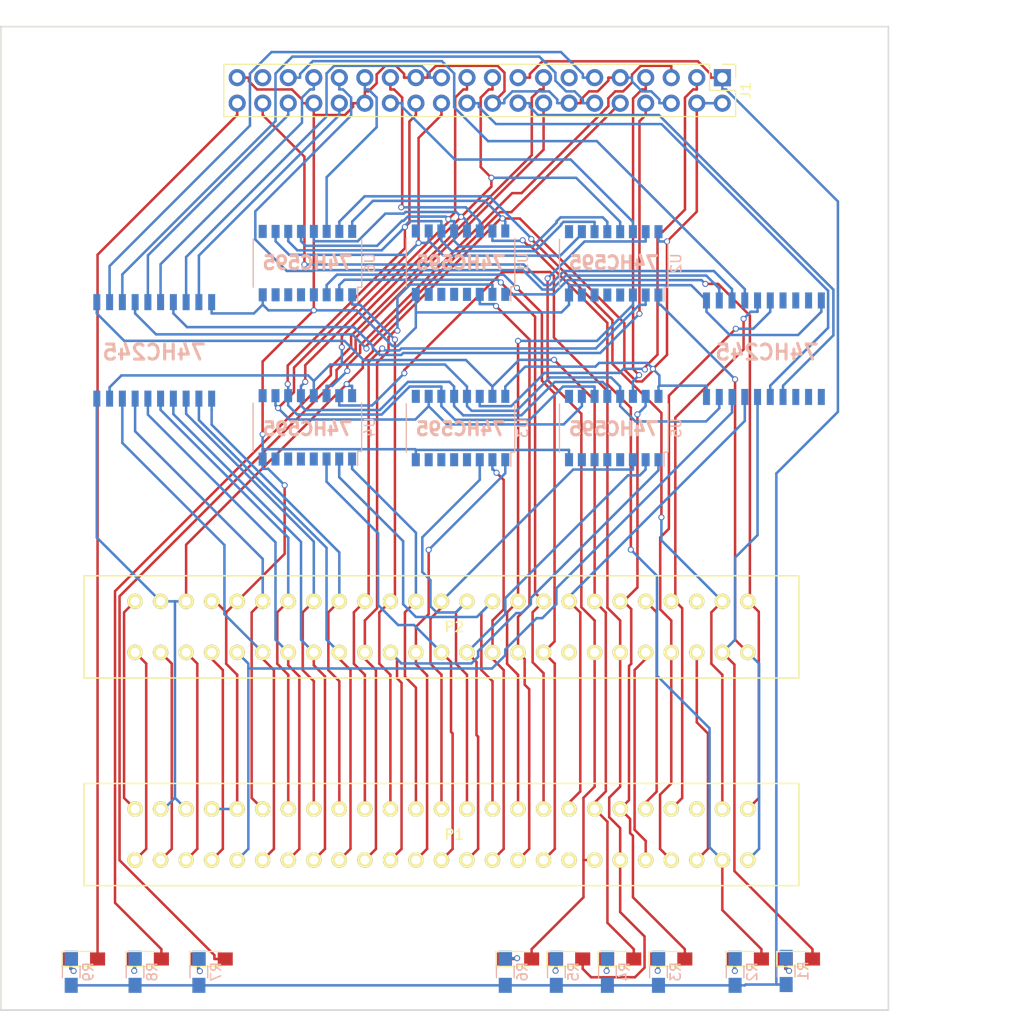
<source format=kicad_pcb>
(kicad_pcb (version 4) (host pcbnew 4.0.4-stable)

  (general
    (links 187)
    (no_connects 0)
    (area 128.804599 50.724999 217.257701 148.665001)
    (thickness 1.6)
    (drawings 14)
    (tracks 1072)
    (zones 0)
    (modules 29)
    (nets 126)
  )

  (page A4)
  (layers
    (0 F.Cu signal)
    (31 B.Cu signal)
    (32 B.Adhes user)
    (33 F.Adhes user)
    (34 B.Paste user)
    (35 F.Paste user)
    (36 B.SilkS user)
    (37 F.SilkS user)
    (38 B.Mask user)
    (39 F.Mask user)
    (40 Dwgs.User user)
    (41 Cmts.User user)
    (42 Eco1.User user)
    (43 Eco2.User user)
    (44 Edge.Cuts user)
    (45 Margin user)
    (46 B.CrtYd user)
    (47 F.CrtYd user)
    (48 B.Fab user)
    (49 F.Fab user)
  )

  (setup
    (last_trace_width 0.25)
    (trace_clearance 0.2)
    (zone_clearance 0.508)
    (zone_45_only no)
    (trace_min 0.2)
    (segment_width 0.2)
    (edge_width 0.15)
    (via_size 0.6)
    (via_drill 0.4)
    (via_min_size 0.4)
    (via_min_drill 0.3)
    (uvia_size 0.3)
    (uvia_drill 0.1)
    (uvias_allowed no)
    (uvia_min_size 0.2)
    (uvia_min_drill 0.1)
    (pcb_text_width 0.3)
    (pcb_text_size 1.5 1.5)
    (mod_edge_width 0.15)
    (mod_text_size 1 1)
    (mod_text_width 0.15)
    (pad_size 1.524 1.524)
    (pad_drill 0.762)
    (pad_to_mask_clearance 0.2)
    (aux_axis_origin 0 0)
    (visible_elements 7FFFFFFF)
    (pcbplotparams
      (layerselection 0x00030_80000001)
      (usegerberextensions false)
      (excludeedgelayer true)
      (linewidth 0.100000)
      (plotframeref false)
      (viasonmask false)
      (mode 1)
      (useauxorigin false)
      (hpglpennumber 1)
      (hpglpenspeed 20)
      (hpglpendiameter 15)
      (hpglpenoverlay 2)
      (psnegative false)
      (psa4output false)
      (plotreference true)
      (plotvalue true)
      (plotinvisibletext false)
      (padsonsilk false)
      (subtractmaskfromsilk false)
      (outputformat 1)
      (mirror false)
      (drillshape 1)
      (scaleselection 1)
      (outputdirectory ""))
  )

  (net 0 "")
  (net 1 "Net-(U1-Pad4)")
  (net 2 "Net-(U1-Pad5)")
  (net 3 "Net-(U1-Pad6)")
  (net 4 "Net-(U1-Pad7)")
  (net 5 GND)
  (net 6 "Net-(U1-Pad9)")
  (net 7 "Net-(U2-Pad4)")
  (net 8 "Net-(U2-Pad5)")
  (net 9 "Net-(U2-Pad6)")
  (net 10 "Net-(U2-Pad7)")
  (net 11 "Net-(U2-Pad9)")
  (net 12 "Net-(U3-Pad4)")
  (net 13 "Net-(U3-Pad5)")
  (net 14 "Net-(U3-Pad6)")
  (net 15 "Net-(U3-Pad7)")
  (net 16 "Net-(U3-Pad9)")
  (net 17 "Net-(U5-Pad4)")
  (net 18 "Net-(U5-Pad5)")
  (net 19 "Net-(U5-Pad6)")
  (net 20 "Net-(U5-Pad7)")
  (net 21 "Net-(U5-Pad9)")
  (net 22 "Net-(U6-Pad4)")
  (net 23 "Net-(U6-Pad5)")
  (net 24 "Net-(U6-Pad6)")
  (net 25 "Net-(U6-Pad7)")
  (net 26 "Net-(U6-Pad9)")
  (net 27 "Net-(U7-Pad7)")
  (net 28 "Net-(U7-Pad9)")
  (net 29 "Net-(U7-Pad11)")
  (net 30 "Net-(U7-Pad12)")
  (net 31 "Net-(U7-Pad13)")
  (net 32 "Net-(U4-Pad4)")
  (net 33 "Net-(U4-Pad5)")
  (net 34 "Net-(U4-Pad6)")
  (net 35 "Net-(U4-Pad7)")
  (net 36 "Net-(U4-Pad9)")
  (net 37 "Net-(J1-Pad13)")
  (net 38 "Net-(J1-Pad37)")
  (net 39 +5V)
  (net 40 /MOSI2)
  (net 41 /MOSI3)
  (net 42 /MOSI4)
  (net 43 /RD3)
  (net 44 /RD4)
  (net 45 /RD6)
  (net 46 /RD7)
  (net 47 /CAPS)
  (net 48 /HAN)
  (net 49 /OE)
  (net 50 /LATCH)
  (net 51 /RD0)
  (net 52 /SRCLR)
  (net 53 /SRCLK)
  (net 54 /MOSI0)
  (net 55 /MOSI1)
  (net 56 /MOSI5)
  (net 57 /RCLK)
  (net 58 /RD1)
  (net 59 /RD2)
  (net 60 /RSLTSL3)
  (net 61 /RD5)
  (net 62 /RRESET)
  (net 63 /PWR)
  (net 64 /CS1)
  (net 65 /CS2)
  (net 66 /CS12)
  (net 67 /SLTSL1)
  (net 68 /RFSH)
  (net 69 /WAIT)
  (net 70 /INT)
  (net 71 /M1)
  (net 72 /BUSDIR)
  (net 73 /IORQ)
  (net 74 /MREQ)
  (net 75 /WR)
  (net 76 /RD)
  (net 77 /RESET)
  (net 78 /A9)
  (net 79 /A15)
  (net 80 /A11)
  (net 81 /A10)
  (net 82 /A7)
  (net 83 /A6)
  (net 84 /A12)
  (net 85 /A8)
  (net 86 /A14)
  (net 87 /A13)
  (net 88 /A1)
  (net 89 /A0)
  (net 90 /A3)
  (net 91 /A2)
  (net 92 /A5)
  (net 93 /A4)
  (net 94 /D1)
  (net 95 /D0)
  (net 96 /D3)
  (net 97 /D2)
  (net 98 /D5)
  (net 99 /D4)
  (net 100 /D7)
  (net 101 /D6)
  (net 102 /CLK)
  (net 103 /SW1)
  (net 104 /SW2)
  (net 105 /+12V)
  (net 106 /SNDIN)
  (net 107 /+V12)
  (net 108 /SLTSL3)
  (net 109 "Net-(U7-Pad8)")
  (net 110 +3V3)
  (net 111 /RINT)
  (net 112 /RWAIT)
  (net 113 "Net-(P1-Pad5)")
  (net 114 "Net-(P1-Pad16)")
  (net 115 "Net-(P2-Pad5)")
  (net 116 "Net-(P2-Pad16)")
  (net 117 "Net-(D1-Pad1)")
  (net 118 "Net-(D2-Pad1)")
  (net 119 "Net-(D3-Pad1)")
  (net 120 "Net-(D4-Pad1)")
  (net 121 "Net-(D5-Pad1)")
  (net 122 "Net-(D6-Pad1)")
  (net 123 "Net-(D7-Pad1)")
  (net 124 "Net-(D8-Pad1)")
  (net 125 "Net-(D9-Pad1)")

  (net_class Default "This is the default net class."
    (clearance 0.2)
    (trace_width 0.25)
    (via_dia 0.6)
    (via_drill 0.4)
    (uvia_dia 0.3)
    (uvia_drill 0.1)
    (add_net +3V3)
    (add_net +5V)
    (add_net /+12V)
    (add_net /+V12)
    (add_net /A0)
    (add_net /A1)
    (add_net /A10)
    (add_net /A11)
    (add_net /A12)
    (add_net /A13)
    (add_net /A14)
    (add_net /A15)
    (add_net /A2)
    (add_net /A3)
    (add_net /A4)
    (add_net /A5)
    (add_net /A6)
    (add_net /A7)
    (add_net /A8)
    (add_net /A9)
    (add_net /BUSDIR)
    (add_net /CAPS)
    (add_net /CLK)
    (add_net /CS1)
    (add_net /CS12)
    (add_net /CS2)
    (add_net /D0)
    (add_net /D1)
    (add_net /D2)
    (add_net /D3)
    (add_net /D4)
    (add_net /D5)
    (add_net /D6)
    (add_net /D7)
    (add_net /HAN)
    (add_net /INT)
    (add_net /IORQ)
    (add_net /LATCH)
    (add_net /M1)
    (add_net /MOSI0)
    (add_net /MOSI1)
    (add_net /MOSI2)
    (add_net /MOSI3)
    (add_net /MOSI4)
    (add_net /MOSI5)
    (add_net /MREQ)
    (add_net /OE)
    (add_net /PWR)
    (add_net /RCLK)
    (add_net /RD)
    (add_net /RD0)
    (add_net /RD1)
    (add_net /RD2)
    (add_net /RD3)
    (add_net /RD4)
    (add_net /RD5)
    (add_net /RD6)
    (add_net /RD7)
    (add_net /RESET)
    (add_net /RFSH)
    (add_net /RINT)
    (add_net /RRESET)
    (add_net /RSLTSL3)
    (add_net /RWAIT)
    (add_net /SLTSL1)
    (add_net /SLTSL3)
    (add_net /SNDIN)
    (add_net /SRCLK)
    (add_net /SRCLR)
    (add_net /SW1)
    (add_net /SW2)
    (add_net /WAIT)
    (add_net /WR)
    (add_net GND)
    (add_net "Net-(D1-Pad1)")
    (add_net "Net-(D2-Pad1)")
    (add_net "Net-(D3-Pad1)")
    (add_net "Net-(D4-Pad1)")
    (add_net "Net-(D5-Pad1)")
    (add_net "Net-(D6-Pad1)")
    (add_net "Net-(D7-Pad1)")
    (add_net "Net-(D8-Pad1)")
    (add_net "Net-(D9-Pad1)")
    (add_net "Net-(J1-Pad13)")
    (add_net "Net-(J1-Pad37)")
    (add_net "Net-(P1-Pad16)")
    (add_net "Net-(P1-Pad5)")
    (add_net "Net-(P2-Pad16)")
    (add_net "Net-(P2-Pad5)")
    (add_net "Net-(U1-Pad4)")
    (add_net "Net-(U1-Pad5)")
    (add_net "Net-(U1-Pad6)")
    (add_net "Net-(U1-Pad7)")
    (add_net "Net-(U1-Pad9)")
    (add_net "Net-(U2-Pad4)")
    (add_net "Net-(U2-Pad5)")
    (add_net "Net-(U2-Pad6)")
    (add_net "Net-(U2-Pad7)")
    (add_net "Net-(U2-Pad9)")
    (add_net "Net-(U3-Pad4)")
    (add_net "Net-(U3-Pad5)")
    (add_net "Net-(U3-Pad6)")
    (add_net "Net-(U3-Pad7)")
    (add_net "Net-(U3-Pad9)")
    (add_net "Net-(U4-Pad4)")
    (add_net "Net-(U4-Pad5)")
    (add_net "Net-(U4-Pad6)")
    (add_net "Net-(U4-Pad7)")
    (add_net "Net-(U4-Pad9)")
    (add_net "Net-(U5-Pad4)")
    (add_net "Net-(U5-Pad5)")
    (add_net "Net-(U5-Pad6)")
    (add_net "Net-(U5-Pad7)")
    (add_net "Net-(U5-Pad9)")
    (add_net "Net-(U6-Pad4)")
    (add_net "Net-(U6-Pad5)")
    (add_net "Net-(U6-Pad6)")
    (add_net "Net-(U6-Pad7)")
    (add_net "Net-(U6-Pad9)")
    (add_net "Net-(U7-Pad11)")
    (add_net "Net-(U7-Pad12)")
    (add_net "Net-(U7-Pad13)")
    (add_net "Net-(U7-Pad7)")
    (add_net "Net-(U7-Pad8)")
    (add_net "Net-(U7-Pad9)")
  )

  (module Pin_Headers:Pin_Header_Straight_2x20_Pitch2.54mm (layer F.Cu) (tedit 59650533) (tstamp 5A429329)
    (at 200.66 55.88 270)
    (descr "Through hole straight pin header, 2x20, 2.54mm pitch, double rows")
    (tags "Through hole pin header THT 2x20 2.54mm double row")
    (path /5A3E97D7)
    (fp_text reference J1 (at 1.27 -2.33 270) (layer F.SilkS)
      (effects (font (size 1 1) (thickness 0.15)))
    )
    (fp_text value RPi_GPIO (at 1.27 50.59 270) (layer F.Fab)
      (effects (font (size 1 1) (thickness 0.15)))
    )
    (fp_line (start 0 -1.27) (end 3.81 -1.27) (layer F.Fab) (width 0.1))
    (fp_line (start 3.81 -1.27) (end 3.81 49.53) (layer F.Fab) (width 0.1))
    (fp_line (start 3.81 49.53) (end -1.27 49.53) (layer F.Fab) (width 0.1))
    (fp_line (start -1.27 49.53) (end -1.27 0) (layer F.Fab) (width 0.1))
    (fp_line (start -1.27 0) (end 0 -1.27) (layer F.Fab) (width 0.1))
    (fp_line (start -1.33 49.59) (end 3.87 49.59) (layer F.SilkS) (width 0.12))
    (fp_line (start -1.33 1.27) (end -1.33 49.59) (layer F.SilkS) (width 0.12))
    (fp_line (start 3.87 -1.33) (end 3.87 49.59) (layer F.SilkS) (width 0.12))
    (fp_line (start -1.33 1.27) (end 1.27 1.27) (layer F.SilkS) (width 0.12))
    (fp_line (start 1.27 1.27) (end 1.27 -1.33) (layer F.SilkS) (width 0.12))
    (fp_line (start 1.27 -1.33) (end 3.87 -1.33) (layer F.SilkS) (width 0.12))
    (fp_line (start -1.33 0) (end -1.33 -1.33) (layer F.SilkS) (width 0.12))
    (fp_line (start -1.33 -1.33) (end 0 -1.33) (layer F.SilkS) (width 0.12))
    (fp_line (start -1.8 -1.8) (end -1.8 50.05) (layer F.CrtYd) (width 0.05))
    (fp_line (start -1.8 50.05) (end 4.35 50.05) (layer F.CrtYd) (width 0.05))
    (fp_line (start 4.35 50.05) (end 4.35 -1.8) (layer F.CrtYd) (width 0.05))
    (fp_line (start 4.35 -1.8) (end -1.8 -1.8) (layer F.CrtYd) (width 0.05))
    (fp_text user %R (at 1.27 24.13 360) (layer F.Fab)
      (effects (font (size 1 1) (thickness 0.15)))
    )
    (pad 1 thru_hole rect (at 0 0 270) (size 1.7 1.7) (drill 1) (layers *.Cu *.Mask)
      (net 110 +3V3))
    (pad 2 thru_hole oval (at 2.54 0 270) (size 1.7 1.7) (drill 1) (layers *.Cu *.Mask)
      (net 39 +5V))
    (pad 3 thru_hole oval (at 0 2.54 270) (size 1.7 1.7) (drill 1) (layers *.Cu *.Mask)
      (net 40 /MOSI2))
    (pad 4 thru_hole oval (at 2.54 2.54 270) (size 1.7 1.7) (drill 1) (layers *.Cu *.Mask)
      (net 39 +5V))
    (pad 5 thru_hole oval (at 0 5.08 270) (size 1.7 1.7) (drill 1) (layers *.Cu *.Mask)
      (net 41 /MOSI3))
    (pad 6 thru_hole oval (at 2.54 5.08 270) (size 1.7 1.7) (drill 1) (layers *.Cu *.Mask)
      (net 5 GND))
    (pad 7 thru_hole oval (at 0 7.62 270) (size 1.7 1.7) (drill 1) (layers *.Cu *.Mask)
      (net 42 /MOSI4))
    (pad 8 thru_hole oval (at 2.54 7.62 270) (size 1.7 1.7) (drill 1) (layers *.Cu *.Mask)
      (net 43 /RD3))
    (pad 9 thru_hole oval (at 0 10.16 270) (size 1.7 1.7) (drill 1) (layers *.Cu *.Mask)
      (net 5 GND))
    (pad 10 thru_hole oval (at 2.54 10.16 270) (size 1.7 1.7) (drill 1) (layers *.Cu *.Mask)
      (net 44 /RD4))
    (pad 11 thru_hole oval (at 0 12.7 270) (size 1.7 1.7) (drill 1) (layers *.Cu *.Mask)
      (net 45 /RD6))
    (pad 12 thru_hole oval (at 2.54 12.7 270) (size 1.7 1.7) (drill 1) (layers *.Cu *.Mask)
      (net 46 /RD7))
    (pad 13 thru_hole oval (at 0 15.24 270) (size 1.7 1.7) (drill 1) (layers *.Cu *.Mask)
      (net 37 "Net-(J1-Pad13)"))
    (pad 14 thru_hole oval (at 2.54 15.24 270) (size 1.7 1.7) (drill 1) (layers *.Cu *.Mask)
      (net 5 GND))
    (pad 15 thru_hole oval (at 0 17.78 270) (size 1.7 1.7) (drill 1) (layers *.Cu *.Mask)
      (net 47 /CAPS))
    (pad 16 thru_hole oval (at 2.54 17.78 270) (size 1.7 1.7) (drill 1) (layers *.Cu *.Mask)
      (net 48 /HAN))
    (pad 17 thru_hole oval (at 0 20.32 270) (size 1.7 1.7) (drill 1) (layers *.Cu *.Mask)
      (net 110 +3V3))
    (pad 18 thru_hole oval (at 2.54 20.32 270) (size 1.7 1.7) (drill 1) (layers *.Cu *.Mask)
      (net 111 /RINT))
    (pad 19 thru_hole oval (at 0 22.86 270) (size 1.7 1.7) (drill 1) (layers *.Cu *.Mask)
      (net 49 /OE))
    (pad 20 thru_hole oval (at 2.54 22.86 270) (size 1.7 1.7) (drill 1) (layers *.Cu *.Mask)
      (net 5 GND))
    (pad 21 thru_hole oval (at 0 25.4 270) (size 1.7 1.7) (drill 1) (layers *.Cu *.Mask)
      (net 50 /LATCH))
    (pad 22 thru_hole oval (at 2.54 25.4 270) (size 1.7 1.7) (drill 1) (layers *.Cu *.Mask)
      (net 112 /RWAIT))
    (pad 23 thru_hole oval (at 0 27.94 270) (size 1.7 1.7) (drill 1) (layers *.Cu *.Mask)
      (net 51 /RD0))
    (pad 24 thru_hole oval (at 2.54 27.94 270) (size 1.7 1.7) (drill 1) (layers *.Cu *.Mask)
      (net 52 /SRCLR))
    (pad 25 thru_hole oval (at 0 30.48 270) (size 1.7 1.7) (drill 1) (layers *.Cu *.Mask)
      (net 5 GND))
    (pad 26 thru_hole oval (at 2.54 30.48 270) (size 1.7 1.7) (drill 1) (layers *.Cu *.Mask)
      (net 53 /SRCLK))
    (pad 27 thru_hole oval (at 0 33.02 270) (size 1.7 1.7) (drill 1) (layers *.Cu *.Mask)
      (net 54 /MOSI0))
    (pad 28 thru_hole oval (at 2.54 33.02 270) (size 1.7 1.7) (drill 1) (layers *.Cu *.Mask)
      (net 55 /MOSI1))
    (pad 29 thru_hole oval (at 0 35.56 270) (size 1.7 1.7) (drill 1) (layers *.Cu *.Mask)
      (net 56 /MOSI5))
    (pad 30 thru_hole oval (at 2.54 35.56 270) (size 1.7 1.7) (drill 1) (layers *.Cu *.Mask)
      (net 5 GND))
    (pad 31 thru_hole oval (at 0 38.1 270) (size 1.7 1.7) (drill 1) (layers *.Cu *.Mask)
      (net 57 /RCLK))
    (pad 32 thru_hole oval (at 2.54 38.1 270) (size 1.7 1.7) (drill 1) (layers *.Cu *.Mask)
      (net 58 /RD1))
    (pad 33 thru_hole oval (at 0 40.64 270) (size 1.7 1.7) (drill 1) (layers *.Cu *.Mask)
      (net 59 /RD2))
    (pad 34 thru_hole oval (at 2.54 40.64 270) (size 1.7 1.7) (drill 1) (layers *.Cu *.Mask)
      (net 5 GND))
    (pad 35 thru_hole oval (at 0 43.18 270) (size 1.7 1.7) (drill 1) (layers *.Cu *.Mask)
      (net 60 /RSLTSL3))
    (pad 36 thru_hole oval (at 2.54 43.18 270) (size 1.7 1.7) (drill 1) (layers *.Cu *.Mask)
      (net 61 /RD5))
    (pad 37 thru_hole oval (at 0 45.72 270) (size 1.7 1.7) (drill 1) (layers *.Cu *.Mask)
      (net 38 "Net-(J1-Pad37)"))
    (pad 38 thru_hole oval (at 2.54 45.72 270) (size 1.7 1.7) (drill 1) (layers *.Cu *.Mask)
      (net 62 /RRESET))
    (pad 39 thru_hole oval (at 0 48.26 270) (size 1.7 1.7) (drill 1) (layers *.Cu *.Mask)
      (net 5 GND))
    (pad 40 thru_hole oval (at 2.54 48.26 270) (size 1.7 1.7) (drill 1) (layers *.Cu *.Mask)
      (net 63 /PWR))
    (model ${KISYS3DMOD}/Pin_Headers.3dshapes/Pin_Header_Straight_2x20_Pitch2.54mm.wrl
      (at (xyz 0 0 0))
      (scale (xyz 1 1 1))
      (rotate (xyz 0 0 0))
    )
  )

  (module Housings_SSOP:SOP-16_4.4x10.4mm_Pitch1.27mm (layer B.Cu) (tedit 589F0C2D) (tstamp 5A43285A)
    (at 174.62 74.2772 90)
    (descr "16-Lead Plastic Small Outline http://www.vishay.com/docs/49633/sg2098.pdf")
    (tags "SOP 1.27")
    (path /5A3E9AE7)
    (attr smd)
    (fp_text reference U1 (at 0 6.2 90) (layer B.SilkS)
      (effects (font (size 1 1) (thickness 0.15)) (justify mirror))
    )
    (fp_text value 74LS595 (at 0 -6.1 90) (layer B.Fab)
      (effects (font (size 1 1) (thickness 0.15)) (justify mirror))
    )
    (fp_text user %R (at 0 0 90) (layer B.Fab)
      (effects (font (size 0.8 0.8) (thickness 0.15)) (justify mirror))
    )
    (fp_line (start -2.2 4.6) (end -1.6 5.2) (layer B.Fab) (width 0.1))
    (fp_line (start -2.4 5.4) (end -2.4 5) (layer B.SilkS) (width 0.12))
    (fp_line (start -2.4 5) (end -3.8 5) (layer B.SilkS) (width 0.12))
    (fp_line (start -1.6 5.2) (end 2.2 5.2) (layer B.Fab) (width 0.1))
    (fp_line (start 2.2 5.2) (end 2.2 -5.2) (layer B.Fab) (width 0.1))
    (fp_line (start 2.2 -5.2) (end -2.2 -5.2) (layer B.Fab) (width 0.1))
    (fp_line (start -2.2 -5.2) (end -2.2 4.6) (layer B.Fab) (width 0.1))
    (fp_line (start -2.4 5.4) (end 2.4 5.4) (layer B.SilkS) (width 0.12))
    (fp_line (start -2.4 -5.4) (end 2.4 -5.4) (layer B.SilkS) (width 0.12))
    (fp_line (start -4.05 5.45) (end 4.05 5.45) (layer B.CrtYd) (width 0.05))
    (fp_line (start -4.05 5.45) (end -4.05 -5.45) (layer B.CrtYd) (width 0.05))
    (fp_line (start 4.05 -5.45) (end 4.05 5.45) (layer B.CrtYd) (width 0.05))
    (fp_line (start 4.05 -5.45) (end -4.05 -5.45) (layer B.CrtYd) (width 0.05))
    (pad 1 smd rect (at -3.15 4.45 90) (size 1.3 0.8) (layers B.Cu B.Paste B.Mask)
      (net 64 /CS1))
    (pad 2 smd rect (at -3.15 3.17 90) (size 1.3 0.8) (layers B.Cu B.Paste B.Mask)
      (net 93 /A4))
    (pad 3 smd rect (at -3.15 1.91 90) (size 1.3 0.8) (layers B.Cu B.Paste B.Mask)
      (net 81 /A10))
    (pad 4 smd rect (at -3.15 0.64 90) (size 1.3 0.8) (layers B.Cu B.Paste B.Mask)
      (net 1 "Net-(U1-Pad4)"))
    (pad 5 smd rect (at -3.15 -0.64 90) (size 1.3 0.8) (layers B.Cu B.Paste B.Mask)
      (net 2 "Net-(U1-Pad5)"))
    (pad 6 smd rect (at -3.15 -1.91 90) (size 1.3 0.8) (layers B.Cu B.Paste B.Mask)
      (net 3 "Net-(U1-Pad6)"))
    (pad 7 smd rect (at -3.15 -3.17 90) (size 1.3 0.8) (layers B.Cu B.Paste B.Mask)
      (net 4 "Net-(U1-Pad7)"))
    (pad 8 smd rect (at -3.15 -4.45 90) (size 1.3 0.8) (layers B.Cu B.Paste B.Mask)
      (net 5 GND))
    (pad 9 smd rect (at 3.15 -4.45 90) (size 1.3 0.8) (layers B.Cu B.Paste B.Mask)
      (net 6 "Net-(U1-Pad9)"))
    (pad 10 smd rect (at 3.15 -3.17 90) (size 1.3 0.8) (layers B.Cu B.Paste B.Mask)
      (net 52 /SRCLR))
    (pad 11 smd rect (at 3.15 -1.91 90) (size 1.3 0.8) (layers B.Cu B.Paste B.Mask)
      (net 53 /SRCLK))
    (pad 12 smd rect (at 3.15 -0.64 90) (size 1.3 0.8) (layers B.Cu B.Paste B.Mask)
      (net 50 /LATCH))
    (pad 13 smd rect (at 3.15 0.64 90) (size 1.3 0.8) (layers B.Cu B.Paste B.Mask)
      (net 49 /OE))
    (pad 14 smd rect (at 3.15 1.91 90) (size 1.3 0.8) (layers B.Cu B.Paste B.Mask)
      (net 54 /MOSI0))
    (pad 15 smd rect (at 3.15 3.17 90) (size 1.3 0.8) (layers B.Cu B.Paste B.Mask)
      (net 67 /SLTSL1))
    (pad 16 smd rect (at 3.15 4.45 90) (size 1.3 0.8) (layers B.Cu B.Paste B.Mask)
      (net 39 +5V))
    (model ${KISYS3DMOD}/Housings_SSOP.3dshapes/SOP-16_4.4x10.4mm_Pitch1.27mm.wrl
      (at (xyz 0 0 0))
      (scale (xyz 1 1 1))
      (rotate (xyz 0 0 0))
    )
  )

  (module Housings_SSOP:SOP-16_4.4x10.4mm_Pitch1.27mm (layer B.Cu) (tedit 589F0C2D) (tstamp 5A43287C)
    (at 189.86 74.3433 90)
    (descr "16-Lead Plastic Small Outline http://www.vishay.com/docs/49633/sg2098.pdf")
    (tags "SOP 1.27")
    (path /5A3E9B22)
    (attr smd)
    (fp_text reference U2 (at 0 6.2 90) (layer B.SilkS)
      (effects (font (size 1 1) (thickness 0.15)) (justify mirror))
    )
    (fp_text value 74LS595 (at 0 -6.1 90) (layer B.Fab)
      (effects (font (size 1 1) (thickness 0.15)) (justify mirror))
    )
    (fp_text user %R (at 0 0 90) (layer B.Fab)
      (effects (font (size 0.8 0.8) (thickness 0.15)) (justify mirror))
    )
    (fp_line (start -2.2 4.6) (end -1.6 5.2) (layer B.Fab) (width 0.1))
    (fp_line (start -2.4 5.4) (end -2.4 5) (layer B.SilkS) (width 0.12))
    (fp_line (start -2.4 5) (end -3.8 5) (layer B.SilkS) (width 0.12))
    (fp_line (start -1.6 5.2) (end 2.2 5.2) (layer B.Fab) (width 0.1))
    (fp_line (start 2.2 5.2) (end 2.2 -5.2) (layer B.Fab) (width 0.1))
    (fp_line (start 2.2 -5.2) (end -2.2 -5.2) (layer B.Fab) (width 0.1))
    (fp_line (start -2.2 -5.2) (end -2.2 4.6) (layer B.Fab) (width 0.1))
    (fp_line (start -2.4 5.4) (end 2.4 5.4) (layer B.SilkS) (width 0.12))
    (fp_line (start -2.4 -5.4) (end 2.4 -5.4) (layer B.SilkS) (width 0.12))
    (fp_line (start -4.05 5.45) (end 4.05 5.45) (layer B.CrtYd) (width 0.05))
    (fp_line (start -4.05 5.45) (end -4.05 -5.45) (layer B.CrtYd) (width 0.05))
    (fp_line (start 4.05 -5.45) (end 4.05 5.45) (layer B.CrtYd) (width 0.05))
    (fp_line (start 4.05 -5.45) (end -4.05 -5.45) (layer B.CrtYd) (width 0.05))
    (pad 1 smd rect (at -3.15 4.45 90) (size 1.3 0.8) (layers B.Cu B.Paste B.Mask)
      (net 65 /CS2))
    (pad 2 smd rect (at -3.15 3.17 90) (size 1.3 0.8) (layers B.Cu B.Paste B.Mask)
      (net 92 /A5))
    (pad 3 smd rect (at -3.15 1.91 90) (size 1.3 0.8) (layers B.Cu B.Paste B.Mask)
      (net 80 /A11))
    (pad 4 smd rect (at -3.15 0.64 90) (size 1.3 0.8) (layers B.Cu B.Paste B.Mask)
      (net 7 "Net-(U2-Pad4)"))
    (pad 5 smd rect (at -3.15 -0.64 90) (size 1.3 0.8) (layers B.Cu B.Paste B.Mask)
      (net 8 "Net-(U2-Pad5)"))
    (pad 6 smd rect (at -3.15 -1.91 90) (size 1.3 0.8) (layers B.Cu B.Paste B.Mask)
      (net 9 "Net-(U2-Pad6)"))
    (pad 7 smd rect (at -3.15 -3.17 90) (size 1.3 0.8) (layers B.Cu B.Paste B.Mask)
      (net 10 "Net-(U2-Pad7)"))
    (pad 8 smd rect (at -3.15 -4.45 90) (size 1.3 0.8) (layers B.Cu B.Paste B.Mask)
      (net 5 GND))
    (pad 9 smd rect (at 3.15 -4.45 90) (size 1.3 0.8) (layers B.Cu B.Paste B.Mask)
      (net 11 "Net-(U2-Pad9)"))
    (pad 10 smd rect (at 3.15 -3.17 90) (size 1.3 0.8) (layers B.Cu B.Paste B.Mask)
      (net 52 /SRCLR))
    (pad 11 smd rect (at 3.15 -1.91 90) (size 1.3 0.8) (layers B.Cu B.Paste B.Mask)
      (net 53 /SRCLK))
    (pad 12 smd rect (at 3.15 -0.64 90) (size 1.3 0.8) (layers B.Cu B.Paste B.Mask)
      (net 50 /LATCH))
    (pad 13 smd rect (at 3.15 0.64 90) (size 1.3 0.8) (layers B.Cu B.Paste B.Mask)
      (net 49 /OE))
    (pad 14 smd rect (at 3.15 1.91 90) (size 1.3 0.8) (layers B.Cu B.Paste B.Mask)
      (net 55 /MOSI1))
    (pad 15 smd rect (at 3.15 3.17 90) (size 1.3 0.8) (layers B.Cu B.Paste B.Mask)
      (net 76 /RD))
    (pad 16 smd rect (at 3.15 4.45 90) (size 1.3 0.8) (layers B.Cu B.Paste B.Mask)
      (net 39 +5V))
    (model ${KISYS3DMOD}/Housings_SSOP.3dshapes/SOP-16_4.4x10.4mm_Pitch1.27mm.wrl
      (at (xyz 0 0 0))
      (scale (xyz 1 1 1))
      (rotate (xyz 0 0 0))
    )
  )

  (module Housings_SSOP:SOP-16_4.4x10.4mm_Pitch1.27mm (layer B.Cu) (tedit 589F0C2D) (tstamp 5A43289E)
    (at 174.62 90.7186 90)
    (descr "16-Lead Plastic Small Outline http://www.vishay.com/docs/49633/sg2098.pdf")
    (tags "SOP 1.27")
    (path /5A3E9B59)
    (attr smd)
    (fp_text reference U3 (at 0 6.2 90) (layer B.SilkS)
      (effects (font (size 1 1) (thickness 0.15)) (justify mirror))
    )
    (fp_text value 74LS595 (at 0 -6.1 90) (layer B.Fab)
      (effects (font (size 1 1) (thickness 0.15)) (justify mirror))
    )
    (fp_text user %R (at 0 -0.8128 90) (layer B.Fab)
      (effects (font (size 0.8 0.8) (thickness 0.15)) (justify mirror))
    )
    (fp_line (start -2.2 4.6) (end -1.6 5.2) (layer B.Fab) (width 0.1))
    (fp_line (start -2.4 5.4) (end -2.4 5) (layer B.SilkS) (width 0.12))
    (fp_line (start -2.4 5) (end -3.8 5) (layer B.SilkS) (width 0.12))
    (fp_line (start -1.6 5.2) (end 2.2 5.2) (layer B.Fab) (width 0.1))
    (fp_line (start 2.2 5.2) (end 2.2 -5.2) (layer B.Fab) (width 0.1))
    (fp_line (start 2.2 -5.2) (end -2.2 -5.2) (layer B.Fab) (width 0.1))
    (fp_line (start -2.2 -5.2) (end -2.2 4.6) (layer B.Fab) (width 0.1))
    (fp_line (start -2.4 5.4) (end 2.4 5.4) (layer B.SilkS) (width 0.12))
    (fp_line (start -2.4 -5.4) (end 2.4 -5.4) (layer B.SilkS) (width 0.12))
    (fp_line (start -4.05 5.45) (end 4.05 5.45) (layer B.CrtYd) (width 0.05))
    (fp_line (start -4.05 5.45) (end -4.05 -5.45) (layer B.CrtYd) (width 0.05))
    (fp_line (start 4.05 -5.45) (end 4.05 5.45) (layer B.CrtYd) (width 0.05))
    (fp_line (start 4.05 -5.45) (end -4.05 -5.45) (layer B.CrtYd) (width 0.05))
    (pad 1 smd rect (at -3.15 4.45 90) (size 1.3 0.8) (layers B.Cu B.Paste B.Mask)
      (net 89 /A0))
    (pad 2 smd rect (at -3.15 3.17 90) (size 1.3 0.8) (layers B.Cu B.Paste B.Mask)
      (net 83 /A6))
    (pad 3 smd rect (at -3.15 1.91 90) (size 1.3 0.8) (layers B.Cu B.Paste B.Mask)
      (net 84 /A12))
    (pad 4 smd rect (at -3.15 0.64 90) (size 1.3 0.8) (layers B.Cu B.Paste B.Mask)
      (net 12 "Net-(U3-Pad4)"))
    (pad 5 smd rect (at -3.15 -0.64 90) (size 1.3 0.8) (layers B.Cu B.Paste B.Mask)
      (net 13 "Net-(U3-Pad5)"))
    (pad 6 smd rect (at -3.15 -1.91 90) (size 1.3 0.8) (layers B.Cu B.Paste B.Mask)
      (net 14 "Net-(U3-Pad6)"))
    (pad 7 smd rect (at -3.15 -3.17 90) (size 1.3 0.8) (layers B.Cu B.Paste B.Mask)
      (net 15 "Net-(U3-Pad7)"))
    (pad 8 smd rect (at -3.15 -4.45 90) (size 1.3 0.8) (layers B.Cu B.Paste B.Mask)
      (net 5 GND))
    (pad 9 smd rect (at 3.15 -4.45 90) (size 1.3 0.8) (layers B.Cu B.Paste B.Mask)
      (net 16 "Net-(U3-Pad9)"))
    (pad 10 smd rect (at 3.15 -3.17 90) (size 1.3 0.8) (layers B.Cu B.Paste B.Mask)
      (net 52 /SRCLR))
    (pad 11 smd rect (at 3.15 -1.91 90) (size 1.3 0.8) (layers B.Cu B.Paste B.Mask)
      (net 53 /SRCLK))
    (pad 12 smd rect (at 3.15 -0.64 90) (size 1.3 0.8) (layers B.Cu B.Paste B.Mask)
      (net 50 /LATCH))
    (pad 13 smd rect (at 3.15 0.64 90) (size 1.3 0.8) (layers B.Cu B.Paste B.Mask)
      (net 49 /OE))
    (pad 14 smd rect (at 3.15 1.91 90) (size 1.3 0.8) (layers B.Cu B.Paste B.Mask)
      (net 40 /MOSI2))
    (pad 15 smd rect (at 3.15 3.17 90) (size 1.3 0.8) (layers B.Cu B.Paste B.Mask)
      (net 75 /WR))
    (pad 16 smd rect (at 3.15 4.45 90) (size 1.3 0.8) (layers B.Cu B.Paste B.Mask)
      (net 39 +5V))
    (model ${KISYS3DMOD}/Housings_SSOP.3dshapes/SOP-16_4.4x10.4mm_Pitch1.27mm.wrl
      (at (xyz 0 0 0))
      (scale (xyz 1 1 1))
      (rotate (xyz 0 0 0))
    )
  )

  (module Housings_SSOP:SOP-16_4.4x10.4mm_Pitch1.27mm (layer B.Cu) (tedit 589F0C2D) (tstamp 5A4328C0)
    (at 159.38 90.6501 90)
    (descr "16-Lead Plastic Small Outline http://www.vishay.com/docs/49633/sg2098.pdf")
    (tags "SOP 1.27")
    (path /5A4286F8)
    (attr smd)
    (fp_text reference U4 (at 0 6.2 90) (layer B.SilkS)
      (effects (font (size 1 1) (thickness 0.15)) (justify mirror))
    )
    (fp_text value 74LS595 (at 0 -6.1 90) (layer B.Fab)
      (effects (font (size 1 1) (thickness 0.15)) (justify mirror))
    )
    (fp_text user %R (at 0 0 90) (layer B.Fab)
      (effects (font (size 0.8 0.8) (thickness 0.15)) (justify mirror))
    )
    (fp_line (start -2.2 4.6) (end -1.6 5.2) (layer B.Fab) (width 0.1))
    (fp_line (start -2.4 5.4) (end -2.4 5) (layer B.SilkS) (width 0.12))
    (fp_line (start -2.4 5) (end -3.8 5) (layer B.SilkS) (width 0.12))
    (fp_line (start -1.6 5.2) (end 2.2 5.2) (layer B.Fab) (width 0.1))
    (fp_line (start 2.2 5.2) (end 2.2 -5.2) (layer B.Fab) (width 0.1))
    (fp_line (start 2.2 -5.2) (end -2.2 -5.2) (layer B.Fab) (width 0.1))
    (fp_line (start -2.2 -5.2) (end -2.2 4.6) (layer B.Fab) (width 0.1))
    (fp_line (start -2.4 5.4) (end 2.4 5.4) (layer B.SilkS) (width 0.12))
    (fp_line (start -2.4 -5.4) (end 2.4 -5.4) (layer B.SilkS) (width 0.12))
    (fp_line (start -4.05 5.45) (end 4.05 5.45) (layer B.CrtYd) (width 0.05))
    (fp_line (start -4.05 5.45) (end -4.05 -5.45) (layer B.CrtYd) (width 0.05))
    (fp_line (start 4.05 -5.45) (end 4.05 5.45) (layer B.CrtYd) (width 0.05))
    (fp_line (start 4.05 -5.45) (end -4.05 -5.45) (layer B.CrtYd) (width 0.05))
    (pad 1 smd rect (at -3.15 4.45 90) (size 1.3 0.8) (layers B.Cu B.Paste B.Mask)
      (net 88 /A1))
    (pad 2 smd rect (at -3.15 3.17 90) (size 1.3 0.8) (layers B.Cu B.Paste B.Mask)
      (net 82 /A7))
    (pad 3 smd rect (at -3.15 1.91 90) (size 1.3 0.8) (layers B.Cu B.Paste B.Mask)
      (net 87 /A13))
    (pad 4 smd rect (at -3.15 0.64 90) (size 1.3 0.8) (layers B.Cu B.Paste B.Mask)
      (net 32 "Net-(U4-Pad4)"))
    (pad 5 smd rect (at -3.15 -0.64 90) (size 1.3 0.8) (layers B.Cu B.Paste B.Mask)
      (net 33 "Net-(U4-Pad5)"))
    (pad 6 smd rect (at -3.15 -1.91 90) (size 1.3 0.8) (layers B.Cu B.Paste B.Mask)
      (net 34 "Net-(U4-Pad6)"))
    (pad 7 smd rect (at -3.15 -3.17 90) (size 1.3 0.8) (layers B.Cu B.Paste B.Mask)
      (net 35 "Net-(U4-Pad7)"))
    (pad 8 smd rect (at -3.15 -4.45 90) (size 1.3 0.8) (layers B.Cu B.Paste B.Mask)
      (net 5 GND))
    (pad 9 smd rect (at 3.15 -4.45 90) (size 1.3 0.8) (layers B.Cu B.Paste B.Mask)
      (net 36 "Net-(U4-Pad9)"))
    (pad 10 smd rect (at 3.15 -3.17 90) (size 1.3 0.8) (layers B.Cu B.Paste B.Mask)
      (net 52 /SRCLR))
    (pad 11 smd rect (at 3.15 -1.91 90) (size 1.3 0.8) (layers B.Cu B.Paste B.Mask)
      (net 53 /SRCLK))
    (pad 12 smd rect (at 3.15 -0.64 90) (size 1.3 0.8) (layers B.Cu B.Paste B.Mask)
      (net 50 /LATCH))
    (pad 13 smd rect (at 3.15 0.64 90) (size 1.3 0.8) (layers B.Cu B.Paste B.Mask)
      (net 49 /OE))
    (pad 14 smd rect (at 3.15 1.91 90) (size 1.3 0.8) (layers B.Cu B.Paste B.Mask)
      (net 41 /MOSI3))
    (pad 15 smd rect (at 3.15 3.17 90) (size 1.3 0.8) (layers B.Cu B.Paste B.Mask)
      (net 74 /MREQ))
    (pad 16 smd rect (at 3.15 4.45 90) (size 1.3 0.8) (layers B.Cu B.Paste B.Mask)
      (net 39 +5V))
    (model ${KISYS3DMOD}/Housings_SSOP.3dshapes/SOP-16_4.4x10.4mm_Pitch1.27mm.wrl
      (at (xyz 0 0 0))
      (scale (xyz 1 1 1))
      (rotate (xyz 0 0 0))
    )
  )

  (module Housings_SSOP:SOP-16_4.4x10.4mm_Pitch1.27mm (layer B.Cu) (tedit 589F0C2D) (tstamp 5A4328E2)
    (at 189.86 90.7186 90)
    (descr "16-Lead Plastic Small Outline http://www.vishay.com/docs/49633/sg2098.pdf")
    (tags "SOP 1.27")
    (path /5A4286EC)
    (attr smd)
    (fp_text reference U5 (at 0 6.2 90) (layer B.SilkS)
      (effects (font (size 1 1) (thickness 0.15)) (justify mirror))
    )
    (fp_text value 74LS595 (at 0 -6.1 90) (layer B.Fab)
      (effects (font (size 1 1) (thickness 0.15)) (justify mirror))
    )
    (fp_text user %R (at 0 0 90) (layer B.Fab)
      (effects (font (size 0.8 0.8) (thickness 0.15)) (justify mirror))
    )
    (fp_line (start -2.2 4.6) (end -1.6 5.2) (layer B.Fab) (width 0.1))
    (fp_line (start -2.4 5.4) (end -2.4 5) (layer B.SilkS) (width 0.12))
    (fp_line (start -2.4 5) (end -3.8 5) (layer B.SilkS) (width 0.12))
    (fp_line (start -1.6 5.2) (end 2.2 5.2) (layer B.Fab) (width 0.1))
    (fp_line (start 2.2 5.2) (end 2.2 -5.2) (layer B.Fab) (width 0.1))
    (fp_line (start 2.2 -5.2) (end -2.2 -5.2) (layer B.Fab) (width 0.1))
    (fp_line (start -2.2 -5.2) (end -2.2 4.6) (layer B.Fab) (width 0.1))
    (fp_line (start -2.4 5.4) (end 2.4 5.4) (layer B.SilkS) (width 0.12))
    (fp_line (start -2.4 -5.4) (end 2.4 -5.4) (layer B.SilkS) (width 0.12))
    (fp_line (start -4.05 5.45) (end 4.05 5.45) (layer B.CrtYd) (width 0.05))
    (fp_line (start -4.05 5.45) (end -4.05 -5.45) (layer B.CrtYd) (width 0.05))
    (fp_line (start 4.05 -5.45) (end 4.05 5.45) (layer B.CrtYd) (width 0.05))
    (fp_line (start 4.05 -5.45) (end -4.05 -5.45) (layer B.CrtYd) (width 0.05))
    (pad 1 smd rect (at -3.15 4.45 90) (size 1.3 0.8) (layers B.Cu B.Paste B.Mask)
      (net 91 /A2))
    (pad 2 smd rect (at -3.15 3.17 90) (size 1.3 0.8) (layers B.Cu B.Paste B.Mask)
      (net 85 /A8))
    (pad 3 smd rect (at -3.15 1.91 90) (size 1.3 0.8) (layers B.Cu B.Paste B.Mask)
      (net 86 /A14))
    (pad 4 smd rect (at -3.15 0.64 90) (size 1.3 0.8) (layers B.Cu B.Paste B.Mask)
      (net 17 "Net-(U5-Pad4)"))
    (pad 5 smd rect (at -3.15 -0.64 90) (size 1.3 0.8) (layers B.Cu B.Paste B.Mask)
      (net 18 "Net-(U5-Pad5)"))
    (pad 6 smd rect (at -3.15 -1.91 90) (size 1.3 0.8) (layers B.Cu B.Paste B.Mask)
      (net 19 "Net-(U5-Pad6)"))
    (pad 7 smd rect (at -3.15 -3.17 90) (size 1.3 0.8) (layers B.Cu B.Paste B.Mask)
      (net 20 "Net-(U5-Pad7)"))
    (pad 8 smd rect (at -3.15 -4.45 90) (size 1.3 0.8) (layers B.Cu B.Paste B.Mask)
      (net 5 GND))
    (pad 9 smd rect (at 3.15 -4.45 90) (size 1.3 0.8) (layers B.Cu B.Paste B.Mask)
      (net 21 "Net-(U5-Pad9)"))
    (pad 10 smd rect (at 3.15 -3.17 90) (size 1.3 0.8) (layers B.Cu B.Paste B.Mask)
      (net 52 /SRCLR))
    (pad 11 smd rect (at 3.15 -1.91 90) (size 1.3 0.8) (layers B.Cu B.Paste B.Mask)
      (net 53 /SRCLK))
    (pad 12 smd rect (at 3.15 -0.64 90) (size 1.3 0.8) (layers B.Cu B.Paste B.Mask)
      (net 50 /LATCH))
    (pad 13 smd rect (at 3.15 0.64 90) (size 1.3 0.8) (layers B.Cu B.Paste B.Mask)
      (net 49 /OE))
    (pad 14 smd rect (at 3.15 1.91 90) (size 1.3 0.8) (layers B.Cu B.Paste B.Mask)
      (net 42 /MOSI4))
    (pad 15 smd rect (at 3.15 3.17 90) (size 1.3 0.8) (layers B.Cu B.Paste B.Mask)
      (net 73 /IORQ))
    (pad 16 smd rect (at 3.15 4.45 90) (size 1.3 0.8) (layers B.Cu B.Paste B.Mask)
      (net 39 +5V))
    (model ${KISYS3DMOD}/Housings_SSOP.3dshapes/SOP-16_4.4x10.4mm_Pitch1.27mm.wrl
      (at (xyz 0 0 0))
      (scale (xyz 1 1 1))
      (rotate (xyz 0 0 0))
    )
  )

  (module Housings_SSOP:SOP-16_4.4x10.4mm_Pitch1.27mm (layer B.Cu) (tedit 5A432432) (tstamp 5A432904)
    (at 159.39 74.32 90)
    (descr "16-Lead Plastic Small Outline http://www.vishay.com/docs/49633/sg2098.pdf")
    (tags "SOP 1.27")
    (path /5A4286F2)
    (attr smd)
    (fp_text reference U6 (at 0 6.2 90) (layer B.SilkS)
      (effects (font (size 1 1) (thickness 0.15)) (justify mirror))
    )
    (fp_text value 74LS595 (at 0 -6.1 90) (layer B.Fab)
      (effects (font (size 1 1) (thickness 0.15)) (justify mirror))
    )
    (fp_text user %R (at 0 0 180) (layer B.Fab)
      (effects (font (size 0.8 0.8) (thickness 0.15)) (justify mirror))
    )
    (fp_line (start -2.2 4.6) (end -1.6 5.2) (layer B.Fab) (width 0.1))
    (fp_line (start -2.4 5.4) (end -2.4 5) (layer B.SilkS) (width 0.12))
    (fp_line (start -2.4 5) (end -3.8 5) (layer B.SilkS) (width 0.12))
    (fp_line (start -1.6 5.2) (end 2.2 5.2) (layer B.Fab) (width 0.1))
    (fp_line (start 2.2 5.2) (end 2.2 -5.2) (layer B.Fab) (width 0.1))
    (fp_line (start 2.2 -5.2) (end -2.2 -5.2) (layer B.Fab) (width 0.1))
    (fp_line (start -2.2 -5.2) (end -2.2 4.6) (layer B.Fab) (width 0.1))
    (fp_line (start -2.4 5.4) (end 2.4 5.4) (layer B.SilkS) (width 0.12))
    (fp_line (start -2.4 -5.4) (end 2.4 -5.4) (layer B.SilkS) (width 0.12))
    (fp_line (start -4.05 5.45) (end 4.05 5.45) (layer B.CrtYd) (width 0.05))
    (fp_line (start -4.05 5.45) (end -4.05 -5.45) (layer B.CrtYd) (width 0.05))
    (fp_line (start 4.05 -5.45) (end 4.05 5.45) (layer B.CrtYd) (width 0.05))
    (fp_line (start 4.05 -5.45) (end -4.05 -5.45) (layer B.CrtYd) (width 0.05))
    (pad 1 smd rect (at -3.15 4.45 90) (size 1.3 0.8) (layers B.Cu B.Paste B.Mask)
      (net 90 /A3))
    (pad 2 smd rect (at -3.15 3.17 90) (size 1.3 0.8) (layers B.Cu B.Paste B.Mask)
      (net 78 /A9))
    (pad 3 smd rect (at -3.15 1.91 90) (size 1.3 0.8) (layers B.Cu B.Paste B.Mask)
      (net 79 /A15))
    (pad 4 smd rect (at -3.15 0.64 90) (size 1.3 0.8) (layers B.Cu B.Paste B.Mask)
      (net 22 "Net-(U6-Pad4)"))
    (pad 5 smd rect (at -3.15 -0.64 90) (size 1.3 0.8) (layers B.Cu B.Paste B.Mask)
      (net 23 "Net-(U6-Pad5)"))
    (pad 6 smd rect (at -3.15 -1.91 90) (size 1.3 0.8) (layers B.Cu B.Paste B.Mask)
      (net 24 "Net-(U6-Pad6)"))
    (pad 7 smd rect (at -3.15 -3.17 90) (size 1.3 0.8) (layers B.Cu B.Paste B.Mask)
      (net 25 "Net-(U6-Pad7)"))
    (pad 8 smd rect (at -3.15 -4.45 90) (size 1.3 0.8) (layers B.Cu B.Paste B.Mask)
      (net 5 GND))
    (pad 9 smd rect (at 3.15 -4.45 90) (size 1.3 0.8) (layers B.Cu B.Paste B.Mask)
      (net 26 "Net-(U6-Pad9)"))
    (pad 10 smd rect (at 3.15 -3.17 90) (size 1.3 0.8) (layers B.Cu B.Paste B.Mask)
      (net 52 /SRCLR))
    (pad 11 smd rect (at 3.15 -1.91 90) (size 1.3 0.8) (layers B.Cu B.Paste B.Mask)
      (net 53 /SRCLK))
    (pad 12 smd rect (at 3.15 -0.64 90) (size 1.3 0.8) (layers B.Cu B.Paste B.Mask)
      (net 50 /LATCH))
    (pad 13 smd rect (at 3.15 0.64 90) (size 1.3 0.8) (layers B.Cu B.Paste B.Mask)
      (net 49 /OE))
    (pad 14 smd rect (at 3.15 1.91 90) (size 1.3 0.8) (layers B.Cu B.Paste B.Mask)
      (net 56 /MOSI5))
    (pad 15 smd rect (at 3.15 3.17 90) (size 1.3 0.8) (layers B.Cu B.Paste B.Mask)
      (net 66 /CS12))
    (pad 16 smd rect (at 3.15 4.45 90) (size 1.3 0.8) (layers B.Cu B.Paste B.Mask)
      (net 39 +5V))
    (model ${KISYS3DMOD}/Housings_SSOP.3dshapes/SOP-16_4.4x10.4mm_Pitch1.27mm.wrl
      (at (xyz 0 0 0))
      (scale (xyz 1 1 1))
      (rotate (xyz 0 0 0))
    )
  )

  (module MSX:SOP20 (layer B.Cu) (tedit 5A005A8F) (tstamp 5A432922)
    (at 204.798 82.8319)
    (path /5A432FE4)
    (fp_text reference U7 (at 0 -2) (layer B.Fab)
      (effects (font (size 0.3 0.3) (thickness 0.075)) (justify mirror))
    )
    (fp_text value 74LS245 (at 0 0) (layer B.Fab)
      (effects (font (size 0.3 0.3) (thickness 0.075)) (justify mirror))
    )
    (fp_line (start -6.34746 3.8227) (end 6.34746 3.8227) (layer B.Fab) (width 0.09906))
    (fp_line (start 6.34746 3.8227) (end 6.34746 -3.8227) (layer B.Fab) (width 0.09906))
    (fp_line (start -6.34746 -3.8227) (end 6.34746 -3.8227) (layer B.Fab) (width 0.09906))
    (fp_line (start -6.34746 3.8227) (end -6.34746 -3.8227) (layer B.Fab) (width 0.09906))
    (fp_line (start -6.34746 -3.52298) (end -6.04774 -3.52298) (layer B.Fab) (width 0.09906))
    (fp_line (start -6.04774 -3.52298) (end -6.04774 -3.8227) (layer B.Fab) (width 0.09906))
    (pad 1 smd rect (at -5.71246 -4.79806 180) (size 0.6985 1.59766) (layers B.Cu B.Paste B.Mask)
      (net 5 GND))
    (pad 2 smd rect (at -4.44246 -4.79806 180) (size 0.6985 1.59766) (layers B.Cu B.Paste B.Mask)
      (net 57 /RCLK))
    (pad 3 smd rect (at -3.17246 -4.79806 180) (size 0.6985 1.59766) (layers B.Cu B.Paste B.Mask)
      (net 62 /RRESET))
    (pad 4 smd rect (at -1.90246 -4.79806 180) (size 0.6985 1.59766) (layers B.Cu B.Paste B.Mask)
      (net 60 /RSLTSL3))
    (pad 5 smd rect (at -0.63246 -4.79806 180) (size 0.6985 1.59766) (layers B.Cu B.Paste B.Mask)
      (net 69 /WAIT))
    (pad 6 smd rect (at 0.63246 -4.79806 180) (size 0.6985 1.59766) (layers B.Cu B.Paste B.Mask)
      (net 70 /INT))
    (pad 7 smd rect (at 1.90246 -4.79806 180) (size 0.6985 1.59766) (layers B.Cu B.Paste B.Mask)
      (net 27 "Net-(U7-Pad7)"))
    (pad 8 smd rect (at 3.17246 -4.79806 180) (size 0.6985 1.59766) (layers B.Cu B.Paste B.Mask)
      (net 109 "Net-(U7-Pad8)"))
    (pad 9 smd rect (at 4.44246 -4.79806 180) (size 0.6985 1.59766) (layers B.Cu B.Paste B.Mask)
      (net 28 "Net-(U7-Pad9)"))
    (pad 10 smd rect (at 5.71246 -4.79806 180) (size 0.6985 1.59766) (layers B.Cu B.Paste B.Mask)
      (net 5 GND))
    (pad 11 smd rect (at 5.71246 4.79806) (size 0.6985 1.59766) (layers B.Cu B.Paste B.Mask)
      (net 29 "Net-(U7-Pad11)"))
    (pad 12 smd rect (at 4.44246 4.79806) (size 0.6985 1.59766) (layers B.Cu B.Paste B.Mask)
      (net 30 "Net-(U7-Pad12)"))
    (pad 13 smd rect (at 3.17246 4.79806) (size 0.6985 1.59766) (layers B.Cu B.Paste B.Mask)
      (net 31 "Net-(U7-Pad13)"))
    (pad 14 smd rect (at 1.90246 4.79806) (size 0.6985 1.59766) (layers B.Cu B.Paste B.Mask)
      (net 111 /RINT))
    (pad 15 smd rect (at 0.63246 4.79806) (size 0.6985 1.59766) (layers B.Cu B.Paste B.Mask)
      (net 112 /RWAIT))
    (pad 16 smd rect (at -0.63246 4.79806) (size 0.6985 1.59766) (layers B.Cu B.Paste B.Mask)
      (net 108 /SLTSL3))
    (pad 17 smd rect (at -1.90246 4.79806) (size 0.6985 1.59766) (layers B.Cu B.Paste B.Mask)
      (net 77 /RESET))
    (pad 18 smd rect (at -3.17246 4.79806) (size 0.6985 1.59766) (layers B.Cu B.Paste B.Mask)
      (net 102 /CLK))
    (pad 19 smd rect (at -4.44246 4.79806) (size 0.6985 1.59766) (layers B.Cu B.Paste B.Mask)
      (net 49 /OE))
    (pad 20 smd rect (at -5.71246 4.79806) (size 0.6985 1.59766) (layers B.Cu B.Paste B.Mask)
      (net 39 +5V))
    (model Housing_SSOP/SOP-20.wrl
      (at (xyz 0 0 0))
      (scale (xyz 1 1 1))
      (rotate (xyz -90 0 90))
    )
  )

  (module MSX:SOP20 (layer B.Cu) (tedit 5A005A8F) (tstamp 5A432940)
    (at 144.148 82.997)
    (path /5A3E9A23)
    (fp_text reference U8 (at 0 -2) (layer B.Fab)
      (effects (font (size 0.3 0.3) (thickness 0.075)) (justify mirror))
    )
    (fp_text value 74LS245 (at 0 0) (layer B.Fab)
      (effects (font (size 0.3 0.3) (thickness 0.075)) (justify mirror))
    )
    (fp_line (start -6.34746 3.8227) (end 6.34746 3.8227) (layer B.Fab) (width 0.09906))
    (fp_line (start 6.34746 3.8227) (end 6.34746 -3.8227) (layer B.Fab) (width 0.09906))
    (fp_line (start -6.34746 -3.8227) (end 6.34746 -3.8227) (layer B.Fab) (width 0.09906))
    (fp_line (start -6.34746 3.8227) (end -6.34746 -3.8227) (layer B.Fab) (width 0.09906))
    (fp_line (start -6.34746 -3.52298) (end -6.04774 -3.52298) (layer B.Fab) (width 0.09906))
    (fp_line (start -6.04774 -3.52298) (end -6.04774 -3.8227) (layer B.Fab) (width 0.09906))
    (pad 1 smd rect (at -5.71246 -4.79806 180) (size 0.6985 1.59766) (layers B.Cu B.Paste B.Mask)
      (net 75 /WR))
    (pad 2 smd rect (at -4.44246 -4.79806 180) (size 0.6985 1.59766) (layers B.Cu B.Paste B.Mask)
      (net 45 /RD6))
    (pad 3 smd rect (at -3.17246 -4.79806 180) (size 0.6985 1.59766) (layers B.Cu B.Paste B.Mask)
      (net 46 /RD7))
    (pad 4 smd rect (at -1.90246 -4.79806 180) (size 0.6985 1.59766) (layers B.Cu B.Paste B.Mask)
      (net 44 /RD4))
    (pad 5 smd rect (at -0.63246 -4.79806 180) (size 0.6985 1.59766) (layers B.Cu B.Paste B.Mask)
      (net 61 /RD5))
    (pad 6 smd rect (at 0.63246 -4.79806 180) (size 0.6985 1.59766) (layers B.Cu B.Paste B.Mask)
      (net 59 /RD2))
    (pad 7 smd rect (at 1.90246 -4.79806 180) (size 0.6985 1.59766) (layers B.Cu B.Paste B.Mask)
      (net 43 /RD3))
    (pad 8 smd rect (at 3.17246 -4.79806 180) (size 0.6985 1.59766) (layers B.Cu B.Paste B.Mask)
      (net 51 /RD0))
    (pad 9 smd rect (at 4.44246 -4.79806 180) (size 0.6985 1.59766) (layers B.Cu B.Paste B.Mask)
      (net 58 /RD1))
    (pad 10 smd rect (at 5.71246 -4.79806 180) (size 0.6985 1.59766) (layers B.Cu B.Paste B.Mask)
      (net 5 GND))
    (pad 11 smd rect (at 5.71246 4.79806) (size 0.6985 1.59766) (layers B.Cu B.Paste B.Mask)
      (net 94 /D1))
    (pad 12 smd rect (at 4.44246 4.79806) (size 0.6985 1.59766) (layers B.Cu B.Paste B.Mask)
      (net 95 /D0))
    (pad 13 smd rect (at 3.17246 4.79806) (size 0.6985 1.59766) (layers B.Cu B.Paste B.Mask)
      (net 96 /D3))
    (pad 14 smd rect (at 1.90246 4.79806) (size 0.6985 1.59766) (layers B.Cu B.Paste B.Mask)
      (net 97 /D2))
    (pad 15 smd rect (at 0.63246 4.79806) (size 0.6985 1.59766) (layers B.Cu B.Paste B.Mask)
      (net 98 /D5))
    (pad 16 smd rect (at -0.63246 4.79806) (size 0.6985 1.59766) (layers B.Cu B.Paste B.Mask)
      (net 99 /D4))
    (pad 17 smd rect (at -1.90246 4.79806) (size 0.6985 1.59766) (layers B.Cu B.Paste B.Mask)
      (net 100 /D7))
    (pad 18 smd rect (at -3.17246 4.79806) (size 0.6985 1.59766) (layers B.Cu B.Paste B.Mask)
      (net 101 /D6))
    (pad 19 smd rect (at -4.44246 4.79806) (size 0.6985 1.59766) (layers B.Cu B.Paste B.Mask)
      (net 49 /OE))
    (pad 20 smd rect (at -5.71246 4.79806) (size 0.6985 1.59766) (layers B.Cu B.Paste B.Mask)
      (net 39 +5V))
    (model Housing_SSOP/SOP-20.wrl
      (at (xyz 0 0 0))
      (scale (xyz 1 1 1))
      (rotate (xyz -90 0 90))
    )
  )

  (module MSX:MSX_SLOT locked (layer F.Cu) (tedit 585D5B75) (tstamp 5A433573)
    (at 173.99 131.135)
    (path /5A3E9812)
    (fp_text reference P1 (at 0 0) (layer F.SilkS)
      (effects (font (size 1 1) (thickness 0.15)))
    )
    (fp_text value CONN_02X25 (at 0 -6.35) (layer F.Fab)
      (effects (font (size 1 1) (thickness 0.15)))
    )
    (fp_line (start -36.83 7.62) (end 34.29 7.62) (layer F.Paste) (width 0.15))
    (fp_line (start -36.83 -7.62) (end 34.29 -7.62) (layer F.Paste) (width 0.15))
    (fp_line (start -36.83 -5.08) (end 34.29 -5.08) (layer F.SilkS) (width 0.15))
    (fp_line (start 34.29 -5.08) (end 34.29 5.08) (layer F.SilkS) (width 0.15))
    (fp_line (start 34.29 5.08) (end -36.83 5.08) (layer F.SilkS) (width 0.15))
    (fp_line (start -36.83 5.08) (end -36.83 -5.08) (layer F.SilkS) (width 0.15))
    (pad 1 thru_hole circle (at 29.21 -2.54) (size 1.524 1.524) (drill 0.9) (layers *.Cu *.Mask F.SilkS)
      (net 64 /CS1))
    (pad 2 thru_hole circle (at 29.21 2.54) (size 1.524 1.524) (drill 0.9) (layers *.Cu *.Mask F.SilkS)
      (net 65 /CS2))
    (pad 3 thru_hole circle (at 26.67 -2.54) (size 1.524 1.524) (drill 0.9) (layers *.Cu *.Mask F.SilkS)
      (net 66 /CS12))
    (pad 4 thru_hole circle (at 26.67 2.54) (size 1.524 1.524) (drill 0.9) (layers *.Cu *.Mask F.SilkS)
      (net 67 /SLTSL1))
    (pad 5 thru_hole circle (at 24.13 -2.54) (size 1.524 1.524) (drill 0.9) (layers *.Cu *.Mask F.SilkS)
      (net 113 "Net-(P1-Pad5)"))
    (pad 6 thru_hole circle (at 24.13 2.54) (size 1.524 1.524) (drill 0.9) (layers *.Cu *.Mask F.SilkS)
      (net 68 /RFSH))
    (pad 7 thru_hole circle (at 21.59 -2.54) (size 1.524 1.524) (drill 0.9) (layers *.Cu *.Mask F.SilkS)
      (net 69 /WAIT))
    (pad 8 thru_hole circle (at 21.59 2.54) (size 1.524 1.524) (drill 0.9) (layers *.Cu *.Mask F.SilkS)
      (net 70 /INT))
    (pad 9 thru_hole circle (at 19.05 -2.54) (size 1.524 1.524) (drill 0.9) (layers *.Cu *.Mask F.SilkS)
      (net 71 /M1))
    (pad 10 thru_hole circle (at 19.05 2.54) (size 1.524 1.524) (drill 0.9) (layers *.Cu *.Mask F.SilkS)
      (net 72 /BUSDIR))
    (pad 11 thru_hole circle (at 16.51 -2.54) (size 1.524 1.524) (drill 0.9) (layers *.Cu *.Mask F.SilkS)
      (net 73 /IORQ))
    (pad 12 thru_hole circle (at 16.51 2.54) (size 1.524 1.524) (drill 0.9) (layers *.Cu *.Mask F.SilkS)
      (net 74 /MREQ))
    (pad 13 thru_hole circle (at 13.97 -2.54) (size 1.524 1.524) (drill 0.9) (layers *.Cu *.Mask F.SilkS)
      (net 75 /WR))
    (pad 14 thru_hole circle (at 13.97 2.54) (size 1.524 1.524) (drill 0.9) (layers *.Cu *.Mask F.SilkS)
      (net 76 /RD))
    (pad 15 thru_hole circle (at 11.43 -2.54) (size 1.524 1.524) (drill 0.9) (layers *.Cu *.Mask F.SilkS)
      (net 77 /RESET))
    (pad 16 thru_hole circle (at 11.43 2.54) (size 1.524 1.524) (drill 0.9) (layers *.Cu *.Mask F.SilkS)
      (net 114 "Net-(P1-Pad16)"))
    (pad 17 thru_hole circle (at 8.89 -2.54) (size 1.524 1.524) (drill 0.9) (layers *.Cu *.Mask F.SilkS)
      (net 78 /A9))
    (pad 18 thru_hole circle (at 8.89 2.54) (size 1.524 1.524) (drill 0.9) (layers *.Cu *.Mask F.SilkS)
      (net 79 /A15))
    (pad 19 thru_hole circle (at 6.35 -2.54) (size 1.524 1.524) (drill 0.9) (layers *.Cu *.Mask F.SilkS)
      (net 80 /A11))
    (pad 20 thru_hole circle (at 6.35 2.54) (size 1.524 1.524) (drill 0.9) (layers *.Cu *.Mask F.SilkS)
      (net 81 /A10))
    (pad 21 thru_hole circle (at 3.81 -2.54) (size 1.524 1.524) (drill 0.9) (layers *.Cu *.Mask F.SilkS)
      (net 82 /A7))
    (pad 22 thru_hole circle (at 3.81 2.54) (size 1.524 1.524) (drill 0.9) (layers *.Cu *.Mask F.SilkS)
      (net 83 /A6))
    (pad 23 thru_hole circle (at 1.27 -2.54) (size 1.524 1.524) (drill 0.9) (layers *.Cu *.Mask F.SilkS)
      (net 84 /A12))
    (pad 24 thru_hole circle (at 1.27 2.54) (size 1.524 1.524) (drill 0.9) (layers *.Cu *.Mask F.SilkS)
      (net 85 /A8))
    (pad 25 thru_hole circle (at -1.27 -2.54) (size 1.524 1.524) (drill 0.9) (layers *.Cu *.Mask F.SilkS)
      (net 86 /A14))
    (pad 26 thru_hole circle (at -1.27 2.54) (size 1.524 1.524) (drill 0.9) (layers *.Cu *.Mask F.SilkS)
      (net 87 /A13))
    (pad 27 thru_hole circle (at -3.81 -2.54) (size 1.524 1.524) (drill 0.9) (layers *.Cu *.Mask F.SilkS)
      (net 88 /A1))
    (pad 28 thru_hole circle (at -3.81 2.54) (size 1.524 1.524) (drill 0.9) (layers *.Cu *.Mask F.SilkS)
      (net 89 /A0))
    (pad 29 thru_hole circle (at -6.35 -2.54) (size 1.524 1.524) (drill 0.9) (layers *.Cu *.Mask F.SilkS)
      (net 90 /A3))
    (pad 30 thru_hole circle (at -6.35 2.54) (size 1.524 1.524) (drill 0.9) (layers *.Cu *.Mask F.SilkS)
      (net 91 /A2))
    (pad 31 thru_hole circle (at -8.89 -2.54) (size 1.524 1.524) (drill 0.9) (layers *.Cu *.Mask F.SilkS)
      (net 92 /A5))
    (pad 32 thru_hole circle (at -8.89 2.54) (size 1.524 1.524) (drill 0.9) (layers *.Cu *.Mask F.SilkS)
      (net 93 /A4))
    (pad 33 thru_hole circle (at -11.43 -2.54) (size 1.524 1.524) (drill 0.9) (layers *.Cu *.Mask F.SilkS)
      (net 94 /D1))
    (pad 34 thru_hole circle (at -11.43 2.54) (size 1.524 1.524) (drill 0.9) (layers *.Cu *.Mask F.SilkS)
      (net 95 /D0))
    (pad 35 thru_hole circle (at -13.97 -2.54) (size 1.524 1.524) (drill 0.9) (layers *.Cu *.Mask F.SilkS)
      (net 96 /D3))
    (pad 36 thru_hole circle (at -13.97 2.54) (size 1.524 1.524) (drill 0.9) (layers *.Cu *.Mask F.SilkS)
      (net 97 /D2))
    (pad 37 thru_hole circle (at -16.51 -2.54) (size 1.524 1.524) (drill 0.9) (layers *.Cu *.Mask F.SilkS)
      (net 98 /D5))
    (pad 38 thru_hole circle (at -16.51 2.54) (size 1.524 1.524) (drill 0.9) (layers *.Cu *.Mask F.SilkS)
      (net 99 /D4))
    (pad 39 thru_hole circle (at -19.05 -2.54) (size 1.524 1.524) (drill 0.9) (layers *.Cu *.Mask F.SilkS)
      (net 100 /D7))
    (pad 40 thru_hole circle (at -19.05 2.54) (size 1.524 1.524) (drill 0.9) (layers *.Cu *.Mask F.SilkS)
      (net 101 /D6))
    (pad 41 thru_hole circle (at -21.59 -2.54) (size 1.524 1.524) (drill 0.9) (layers *.Cu *.Mask F.SilkS)
      (net 5 GND))
    (pad 42 thru_hole circle (at -21.59 2.54) (size 1.524 1.524) (drill 0.9) (layers *.Cu *.Mask F.SilkS)
      (net 102 /CLK))
    (pad 43 thru_hole circle (at -24.13 -2.54) (size 1.524 1.524) (drill 0.9) (layers *.Cu *.Mask F.SilkS)
      (net 5 GND))
    (pad 44 thru_hole circle (at -24.13 2.54) (size 1.524 1.524) (drill 0.9) (layers *.Cu *.Mask F.SilkS)
      (net 103 /SW1))
    (pad 45 thru_hole circle (at -26.67 -2.54) (size 1.524 1.524) (drill 0.9) (layers *.Cu *.Mask F.SilkS)
      (net 39 +5V))
    (pad 46 thru_hole circle (at -26.67 2.54) (size 1.524 1.524) (drill 0.9) (layers *.Cu *.Mask F.SilkS)
      (net 104 /SW2))
    (pad 47 thru_hole circle (at -29.21 -2.54) (size 1.524 1.524) (drill 0.9) (layers *.Cu *.Mask F.SilkS)
      (net 39 +5V))
    (pad 48 thru_hole circle (at -29.21 2.54) (size 1.524 1.524) (drill 0.9) (layers *.Cu *.Mask F.SilkS)
      (net 105 /+12V))
    (pad 49 thru_hole circle (at -31.75 -2.54) (size 1.524 1.524) (drill 0.9) (layers *.Cu *.Mask F.SilkS)
      (net 106 /SNDIN))
    (pad 50 thru_hole circle (at -31.75 2.54) (size 1.524 1.524) (drill 0.9) (layers *.Cu *.Mask F.SilkS)
      (net 107 /+V12))
  )

  (module MSX:MSX_SLOT locked (layer F.Cu) (tedit 585D5B75) (tstamp 5A4335AF)
    (at 173.99 110.49)
    (path /5A428AC4)
    (fp_text reference P2 (at 0 0) (layer F.SilkS)
      (effects (font (size 1 1) (thickness 0.15)))
    )
    (fp_text value CONN_02X25 (at 0 -6.35) (layer F.Fab)
      (effects (font (size 1 1) (thickness 0.15)))
    )
    (fp_line (start -36.83 7.62) (end 34.29 7.62) (layer F.Paste) (width 0.15))
    (fp_line (start -36.83 -7.62) (end 34.29 -7.62) (layer F.Paste) (width 0.15))
    (fp_line (start -36.83 -5.08) (end 34.29 -5.08) (layer F.SilkS) (width 0.15))
    (fp_line (start 34.29 -5.08) (end 34.29 5.08) (layer F.SilkS) (width 0.15))
    (fp_line (start 34.29 5.08) (end -36.83 5.08) (layer F.SilkS) (width 0.15))
    (fp_line (start -36.83 5.08) (end -36.83 -5.08) (layer F.SilkS) (width 0.15))
    (pad 1 thru_hole circle (at 29.21 -2.54) (size 1.524 1.524) (drill 0.9) (layers *.Cu *.Mask F.SilkS)
      (net 64 /CS1))
    (pad 2 thru_hole circle (at 29.21 2.54) (size 1.524 1.524) (drill 0.9) (layers *.Cu *.Mask F.SilkS)
      (net 65 /CS2))
    (pad 3 thru_hole circle (at 26.67 -2.54) (size 1.524 1.524) (drill 0.9) (layers *.Cu *.Mask F.SilkS)
      (net 66 /CS12))
    (pad 4 thru_hole circle (at 26.67 2.54) (size 1.524 1.524) (drill 0.9) (layers *.Cu *.Mask F.SilkS)
      (net 108 /SLTSL3))
    (pad 5 thru_hole circle (at 24.13 -2.54) (size 1.524 1.524) (drill 0.9) (layers *.Cu *.Mask F.SilkS)
      (net 115 "Net-(P2-Pad5)"))
    (pad 6 thru_hole circle (at 24.13 2.54) (size 1.524 1.524) (drill 0.9) (layers *.Cu *.Mask F.SilkS)
      (net 68 /RFSH))
    (pad 7 thru_hole circle (at 21.59 -2.54) (size 1.524 1.524) (drill 0.9) (layers *.Cu *.Mask F.SilkS)
      (net 69 /WAIT))
    (pad 8 thru_hole circle (at 21.59 2.54) (size 1.524 1.524) (drill 0.9) (layers *.Cu *.Mask F.SilkS)
      (net 70 /INT))
    (pad 9 thru_hole circle (at 19.05 -2.54) (size 1.524 1.524) (drill 0.9) (layers *.Cu *.Mask F.SilkS)
      (net 71 /M1))
    (pad 10 thru_hole circle (at 19.05 2.54) (size 1.524 1.524) (drill 0.9) (layers *.Cu *.Mask F.SilkS)
      (net 72 /BUSDIR))
    (pad 11 thru_hole circle (at 16.51 -2.54) (size 1.524 1.524) (drill 0.9) (layers *.Cu *.Mask F.SilkS)
      (net 73 /IORQ))
    (pad 12 thru_hole circle (at 16.51 2.54) (size 1.524 1.524) (drill 0.9) (layers *.Cu *.Mask F.SilkS)
      (net 74 /MREQ))
    (pad 13 thru_hole circle (at 13.97 -2.54) (size 1.524 1.524) (drill 0.9) (layers *.Cu *.Mask F.SilkS)
      (net 75 /WR))
    (pad 14 thru_hole circle (at 13.97 2.54) (size 1.524 1.524) (drill 0.9) (layers *.Cu *.Mask F.SilkS)
      (net 76 /RD))
    (pad 15 thru_hole circle (at 11.43 -2.54) (size 1.524 1.524) (drill 0.9) (layers *.Cu *.Mask F.SilkS)
      (net 77 /RESET))
    (pad 16 thru_hole circle (at 11.43 2.54) (size 1.524 1.524) (drill 0.9) (layers *.Cu *.Mask F.SilkS)
      (net 116 "Net-(P2-Pad16)"))
    (pad 17 thru_hole circle (at 8.89 -2.54) (size 1.524 1.524) (drill 0.9) (layers *.Cu *.Mask F.SilkS)
      (net 78 /A9))
    (pad 18 thru_hole circle (at 8.89 2.54) (size 1.524 1.524) (drill 0.9) (layers *.Cu *.Mask F.SilkS)
      (net 79 /A15))
    (pad 19 thru_hole circle (at 6.35 -2.54) (size 1.524 1.524) (drill 0.9) (layers *.Cu *.Mask F.SilkS)
      (net 80 /A11))
    (pad 20 thru_hole circle (at 6.35 2.54) (size 1.524 1.524) (drill 0.9) (layers *.Cu *.Mask F.SilkS)
      (net 81 /A10))
    (pad 21 thru_hole circle (at 3.81 -2.54) (size 1.524 1.524) (drill 0.9) (layers *.Cu *.Mask F.SilkS)
      (net 82 /A7))
    (pad 22 thru_hole circle (at 3.81 2.54) (size 1.524 1.524) (drill 0.9) (layers *.Cu *.Mask F.SilkS)
      (net 83 /A6))
    (pad 23 thru_hole circle (at 1.27 -2.54) (size 1.524 1.524) (drill 0.9) (layers *.Cu *.Mask F.SilkS)
      (net 84 /A12))
    (pad 24 thru_hole circle (at 1.27 2.54) (size 1.524 1.524) (drill 0.9) (layers *.Cu *.Mask F.SilkS)
      (net 85 /A8))
    (pad 25 thru_hole circle (at -1.27 -2.54) (size 1.524 1.524) (drill 0.9) (layers *.Cu *.Mask F.SilkS)
      (net 86 /A14))
    (pad 26 thru_hole circle (at -1.27 2.54) (size 1.524 1.524) (drill 0.9) (layers *.Cu *.Mask F.SilkS)
      (net 87 /A13))
    (pad 27 thru_hole circle (at -3.81 -2.54) (size 1.524 1.524) (drill 0.9) (layers *.Cu *.Mask F.SilkS)
      (net 88 /A1))
    (pad 28 thru_hole circle (at -3.81 2.54) (size 1.524 1.524) (drill 0.9) (layers *.Cu *.Mask F.SilkS)
      (net 89 /A0))
    (pad 29 thru_hole circle (at -6.35 -2.54) (size 1.524 1.524) (drill 0.9) (layers *.Cu *.Mask F.SilkS)
      (net 90 /A3))
    (pad 30 thru_hole circle (at -6.35 2.54) (size 1.524 1.524) (drill 0.9) (layers *.Cu *.Mask F.SilkS)
      (net 91 /A2))
    (pad 31 thru_hole circle (at -8.89 -2.54) (size 1.524 1.524) (drill 0.9) (layers *.Cu *.Mask F.SilkS)
      (net 92 /A5))
    (pad 32 thru_hole circle (at -8.89 2.54) (size 1.524 1.524) (drill 0.9) (layers *.Cu *.Mask F.SilkS)
      (net 93 /A4))
    (pad 33 thru_hole circle (at -11.43 -2.54) (size 1.524 1.524) (drill 0.9) (layers *.Cu *.Mask F.SilkS)
      (net 94 /D1))
    (pad 34 thru_hole circle (at -11.43 2.54) (size 1.524 1.524) (drill 0.9) (layers *.Cu *.Mask F.SilkS)
      (net 95 /D0))
    (pad 35 thru_hole circle (at -13.97 -2.54) (size 1.524 1.524) (drill 0.9) (layers *.Cu *.Mask F.SilkS)
      (net 96 /D3))
    (pad 36 thru_hole circle (at -13.97 2.54) (size 1.524 1.524) (drill 0.9) (layers *.Cu *.Mask F.SilkS)
      (net 97 /D2))
    (pad 37 thru_hole circle (at -16.51 -2.54) (size 1.524 1.524) (drill 0.9) (layers *.Cu *.Mask F.SilkS)
      (net 98 /D5))
    (pad 38 thru_hole circle (at -16.51 2.54) (size 1.524 1.524) (drill 0.9) (layers *.Cu *.Mask F.SilkS)
      (net 99 /D4))
    (pad 39 thru_hole circle (at -19.05 -2.54) (size 1.524 1.524) (drill 0.9) (layers *.Cu *.Mask F.SilkS)
      (net 100 /D7))
    (pad 40 thru_hole circle (at -19.05 2.54) (size 1.524 1.524) (drill 0.9) (layers *.Cu *.Mask F.SilkS)
      (net 101 /D6))
    (pad 41 thru_hole circle (at -21.59 -2.54) (size 1.524 1.524) (drill 0.9) (layers *.Cu *.Mask F.SilkS)
      (net 5 GND))
    (pad 42 thru_hole circle (at -21.59 2.54) (size 1.524 1.524) (drill 0.9) (layers *.Cu *.Mask F.SilkS)
      (net 102 /CLK))
    (pad 43 thru_hole circle (at -24.13 -2.54) (size 1.524 1.524) (drill 0.9) (layers *.Cu *.Mask F.SilkS)
      (net 5 GND))
    (pad 44 thru_hole circle (at -24.13 2.54) (size 1.524 1.524) (drill 0.9) (layers *.Cu *.Mask F.SilkS)
      (net 103 /SW1))
    (pad 45 thru_hole circle (at -26.67 -2.54) (size 1.524 1.524) (drill 0.9) (layers *.Cu *.Mask F.SilkS)
      (net 39 +5V))
    (pad 46 thru_hole circle (at -26.67 2.54) (size 1.524 1.524) (drill 0.9) (layers *.Cu *.Mask F.SilkS)
      (net 104 /SW2))
    (pad 47 thru_hole circle (at -29.21 -2.54) (size 1.524 1.524) (drill 0.9) (layers *.Cu *.Mask F.SilkS)
      (net 39 +5V))
    (pad 48 thru_hole circle (at -29.21 2.54) (size 1.524 1.524) (drill 0.9) (layers *.Cu *.Mask F.SilkS)
      (net 105 /+12V))
    (pad 49 thru_hole circle (at -31.75 -2.54) (size 1.524 1.524) (drill 0.9) (layers *.Cu *.Mask F.SilkS)
      (net 106 /SNDIN))
    (pad 50 thru_hole circle (at -31.75 2.54) (size 1.524 1.524) (drill 0.9) (layers *.Cu *.Mask F.SilkS)
      (net 107 /+V12))
  )

  (module LEDs:LED_0805_HandSoldering (layer F.Cu) (tedit 5A43417B) (tstamp 5A4364BF)
    (at 208.28 143.51)
    (descr "Resistor SMD 0805, hand soldering")
    (tags "resistor 0805")
    (path /5A435F0C)
    (attr smd)
    (fp_text reference D1 (at 0 -1.7) (layer F.SilkS) hide
      (effects (font (size 1 1) (thickness 0.15)))
    )
    (fp_text value Led_Small (at 0 1.75) (layer F.Fab)
      (effects (font (size 1 1) (thickness 0.15)))
    )
    (fp_line (start -0.4 -0.4) (end -0.4 0.4) (layer F.Fab) (width 0.1))
    (fp_line (start -0.4 0) (end 0.2 -0.4) (layer F.Fab) (width 0.1))
    (fp_line (start 0.2 0.4) (end -0.4 0) (layer F.Fab) (width 0.1))
    (fp_line (start 0.2 -0.4) (end 0.2 0.4) (layer F.Fab) (width 0.1))
    (fp_line (start -1 0.62) (end -1 -0.62) (layer F.Fab) (width 0.1))
    (fp_line (start 1 0.62) (end -1 0.62) (layer F.Fab) (width 0.1))
    (fp_line (start 1 -0.62) (end 1 0.62) (layer F.Fab) (width 0.1))
    (fp_line (start -1 -0.62) (end 1 -0.62) (layer F.Fab) (width 0.1))
    (fp_line (start 1 0.75) (end -2.2 0.75) (layer F.SilkS) (width 0.12))
    (fp_line (start -2.2 -0.75) (end 1 -0.75) (layer F.SilkS) (width 0.12))
    (fp_line (start -2.35 -0.9) (end 2.35 -0.9) (layer F.CrtYd) (width 0.05))
    (fp_line (start -2.35 -0.9) (end -2.35 0.9) (layer F.CrtYd) (width 0.05))
    (fp_line (start 2.35 0.9) (end 2.35 -0.9) (layer F.CrtYd) (width 0.05))
    (fp_line (start 2.35 0.9) (end -2.35 0.9) (layer F.CrtYd) (width 0.05))
    (fp_line (start -2.2 -0.75) (end -2.2 0.75) (layer F.SilkS) (width 0.12))
    (pad 1 smd rect (at -1.35 0) (size 1.5 1.3) (layers F.Cu F.Paste F.Mask)
      (net 117 "Net-(D1-Pad1)"))
    (pad 2 smd rect (at 1.35 0) (size 1.5 1.3) (layers F.Cu F.Paste F.Mask)
      (net 108 /SLTSL3))
    (model ${KISYS3DMOD}/LEDs.3dshapes/LED_0805.wrl
      (at (xyz 0 0 0))
      (scale (xyz 1 1 1))
      (rotate (xyz 0 0 0))
    )
  )

  (module LEDs:LED_0805_HandSoldering (layer F.Cu) (tedit 5A43419E) (tstamp 5A4364D4)
    (at 203.2 143.51)
    (descr "Resistor SMD 0805, hand soldering")
    (tags "resistor 0805")
    (path /5A435FB3)
    (attr smd)
    (fp_text reference D2 (at 0 -1.7) (layer F.SilkS) hide
      (effects (font (size 1 1) (thickness 0.15)))
    )
    (fp_text value Led_Small (at 0 1.75) (layer F.Fab)
      (effects (font (size 1 1) (thickness 0.15)))
    )
    (fp_line (start -0.4 -0.4) (end -0.4 0.4) (layer F.Fab) (width 0.1))
    (fp_line (start -0.4 0) (end 0.2 -0.4) (layer F.Fab) (width 0.1))
    (fp_line (start 0.2 0.4) (end -0.4 0) (layer F.Fab) (width 0.1))
    (fp_line (start 0.2 -0.4) (end 0.2 0.4) (layer F.Fab) (width 0.1))
    (fp_line (start -1 0.62) (end -1 -0.62) (layer F.Fab) (width 0.1))
    (fp_line (start 1 0.62) (end -1 0.62) (layer F.Fab) (width 0.1))
    (fp_line (start 1 -0.62) (end 1 0.62) (layer F.Fab) (width 0.1))
    (fp_line (start -1 -0.62) (end 1 -0.62) (layer F.Fab) (width 0.1))
    (fp_line (start 1 0.75) (end -2.2 0.75) (layer F.SilkS) (width 0.12))
    (fp_line (start -2.2 -0.75) (end 1 -0.75) (layer F.SilkS) (width 0.12))
    (fp_line (start -2.35 -0.9) (end 2.35 -0.9) (layer F.CrtYd) (width 0.05))
    (fp_line (start -2.35 -0.9) (end -2.35 0.9) (layer F.CrtYd) (width 0.05))
    (fp_line (start 2.35 0.9) (end 2.35 -0.9) (layer F.CrtYd) (width 0.05))
    (fp_line (start 2.35 0.9) (end -2.35 0.9) (layer F.CrtYd) (width 0.05))
    (fp_line (start -2.2 -0.75) (end -2.2 0.75) (layer F.SilkS) (width 0.12))
    (pad 1 smd rect (at -1.35 0) (size 1.5 1.3) (layers F.Cu F.Paste F.Mask)
      (net 118 "Net-(D2-Pad1)"))
    (pad 2 smd rect (at 1.35 0) (size 1.5 1.3) (layers F.Cu F.Paste F.Mask)
      (net 67 /SLTSL1))
    (model ${KISYS3DMOD}/LEDs.3dshapes/LED_0805.wrl
      (at (xyz 0 0 0))
      (scale (xyz 1 1 1))
      (rotate (xyz 0 0 0))
    )
  )

  (module LEDs:LED_0805_HandSoldering (layer F.Cu) (tedit 5A4341A0) (tstamp 5A4364E9)
    (at 195.58 143.51)
    (descr "Resistor SMD 0805, hand soldering")
    (tags "resistor 0805")
    (path /5A435FF4)
    (attr smd)
    (fp_text reference D3 (at 0 -1.7) (layer F.SilkS) hide
      (effects (font (size 1 1) (thickness 0.15)))
    )
    (fp_text value Led_Small (at 0 1.75) (layer F.Fab)
      (effects (font (size 1 1) (thickness 0.15)))
    )
    (fp_line (start -0.4 -0.4) (end -0.4 0.4) (layer F.Fab) (width 0.1))
    (fp_line (start -0.4 0) (end 0.2 -0.4) (layer F.Fab) (width 0.1))
    (fp_line (start 0.2 0.4) (end -0.4 0) (layer F.Fab) (width 0.1))
    (fp_line (start 0.2 -0.4) (end 0.2 0.4) (layer F.Fab) (width 0.1))
    (fp_line (start -1 0.62) (end -1 -0.62) (layer F.Fab) (width 0.1))
    (fp_line (start 1 0.62) (end -1 0.62) (layer F.Fab) (width 0.1))
    (fp_line (start 1 -0.62) (end 1 0.62) (layer F.Fab) (width 0.1))
    (fp_line (start -1 -0.62) (end 1 -0.62) (layer F.Fab) (width 0.1))
    (fp_line (start 1 0.75) (end -2.2 0.75) (layer F.SilkS) (width 0.12))
    (fp_line (start -2.2 -0.75) (end 1 -0.75) (layer F.SilkS) (width 0.12))
    (fp_line (start -2.35 -0.9) (end 2.35 -0.9) (layer F.CrtYd) (width 0.05))
    (fp_line (start -2.35 -0.9) (end -2.35 0.9) (layer F.CrtYd) (width 0.05))
    (fp_line (start 2.35 0.9) (end 2.35 -0.9) (layer F.CrtYd) (width 0.05))
    (fp_line (start 2.35 0.9) (end -2.35 0.9) (layer F.CrtYd) (width 0.05))
    (fp_line (start -2.2 -0.75) (end -2.2 0.75) (layer F.SilkS) (width 0.12))
    (pad 1 smd rect (at -1.35 0) (size 1.5 1.3) (layers F.Cu F.Paste F.Mask)
      (net 119 "Net-(D3-Pad1)"))
    (pad 2 smd rect (at 1.35 0) (size 1.5 1.3) (layers F.Cu F.Paste F.Mask)
      (net 73 /IORQ))
    (model ${KISYS3DMOD}/LEDs.3dshapes/LED_0805.wrl
      (at (xyz 0 0 0))
      (scale (xyz 1 1 1))
      (rotate (xyz 0 0 0))
    )
  )

  (module LEDs:LED_0805_HandSoldering (layer F.Cu) (tedit 5A4341A2) (tstamp 5A4364FE)
    (at 190.5 143.51)
    (descr "Resistor SMD 0805, hand soldering")
    (tags "resistor 0805")
    (path /5A436034)
    (attr smd)
    (fp_text reference D4 (at 0 -1.7) (layer F.SilkS) hide
      (effects (font (size 1 1) (thickness 0.15)))
    )
    (fp_text value Led_Small (at 0 1.75) (layer F.Fab)
      (effects (font (size 1 1) (thickness 0.15)))
    )
    (fp_line (start -0.4 -0.4) (end -0.4 0.4) (layer F.Fab) (width 0.1))
    (fp_line (start -0.4 0) (end 0.2 -0.4) (layer F.Fab) (width 0.1))
    (fp_line (start 0.2 0.4) (end -0.4 0) (layer F.Fab) (width 0.1))
    (fp_line (start 0.2 -0.4) (end 0.2 0.4) (layer F.Fab) (width 0.1))
    (fp_line (start -1 0.62) (end -1 -0.62) (layer F.Fab) (width 0.1))
    (fp_line (start 1 0.62) (end -1 0.62) (layer F.Fab) (width 0.1))
    (fp_line (start 1 -0.62) (end 1 0.62) (layer F.Fab) (width 0.1))
    (fp_line (start -1 -0.62) (end 1 -0.62) (layer F.Fab) (width 0.1))
    (fp_line (start 1 0.75) (end -2.2 0.75) (layer F.SilkS) (width 0.12))
    (fp_line (start -2.2 -0.75) (end 1 -0.75) (layer F.SilkS) (width 0.12))
    (fp_line (start -2.35 -0.9) (end 2.35 -0.9) (layer F.CrtYd) (width 0.05))
    (fp_line (start -2.35 -0.9) (end -2.35 0.9) (layer F.CrtYd) (width 0.05))
    (fp_line (start 2.35 0.9) (end 2.35 -0.9) (layer F.CrtYd) (width 0.05))
    (fp_line (start 2.35 0.9) (end -2.35 0.9) (layer F.CrtYd) (width 0.05))
    (fp_line (start -2.2 -0.75) (end -2.2 0.75) (layer F.SilkS) (width 0.12))
    (pad 1 smd rect (at -1.35 0) (size 1.5 1.3) (layers F.Cu F.Paste F.Mask)
      (net 120 "Net-(D4-Pad1)"))
    (pad 2 smd rect (at 1.35 0) (size 1.5 1.3) (layers F.Cu F.Paste F.Mask)
      (net 75 /WR))
    (model ${KISYS3DMOD}/LEDs.3dshapes/LED_0805.wrl
      (at (xyz 0 0 0))
      (scale (xyz 1 1 1))
      (rotate (xyz 0 0 0))
    )
  )

  (module LEDs:LED_0805_HandSoldering (layer F.Cu) (tedit 5A4341A5) (tstamp 5A436513)
    (at 185.42 143.51)
    (descr "Resistor SMD 0805, hand soldering")
    (tags "resistor 0805")
    (path /5A436077)
    (attr smd)
    (fp_text reference D5 (at 0 -1.7) (layer F.SilkS) hide
      (effects (font (size 1 1) (thickness 0.15)))
    )
    (fp_text value Led_Small (at 0 1.75) (layer F.Fab)
      (effects (font (size 1 1) (thickness 0.15)))
    )
    (fp_line (start -0.4 -0.4) (end -0.4 0.4) (layer F.Fab) (width 0.1))
    (fp_line (start -0.4 0) (end 0.2 -0.4) (layer F.Fab) (width 0.1))
    (fp_line (start 0.2 0.4) (end -0.4 0) (layer F.Fab) (width 0.1))
    (fp_line (start 0.2 -0.4) (end 0.2 0.4) (layer F.Fab) (width 0.1))
    (fp_line (start -1 0.62) (end -1 -0.62) (layer F.Fab) (width 0.1))
    (fp_line (start 1 0.62) (end -1 0.62) (layer F.Fab) (width 0.1))
    (fp_line (start 1 -0.62) (end 1 0.62) (layer F.Fab) (width 0.1))
    (fp_line (start -1 -0.62) (end 1 -0.62) (layer F.Fab) (width 0.1))
    (fp_line (start 1 0.75) (end -2.2 0.75) (layer F.SilkS) (width 0.12))
    (fp_line (start -2.2 -0.75) (end 1 -0.75) (layer F.SilkS) (width 0.12))
    (fp_line (start -2.35 -0.9) (end 2.35 -0.9) (layer F.CrtYd) (width 0.05))
    (fp_line (start -2.35 -0.9) (end -2.35 0.9) (layer F.CrtYd) (width 0.05))
    (fp_line (start 2.35 0.9) (end 2.35 -0.9) (layer F.CrtYd) (width 0.05))
    (fp_line (start 2.35 0.9) (end -2.35 0.9) (layer F.CrtYd) (width 0.05))
    (fp_line (start -2.2 -0.75) (end -2.2 0.75) (layer F.SilkS) (width 0.12))
    (pad 1 smd rect (at -1.35 0) (size 1.5 1.3) (layers F.Cu F.Paste F.Mask)
      (net 121 "Net-(D5-Pad1)"))
    (pad 2 smd rect (at 1.35 0) (size 1.5 1.3) (layers F.Cu F.Paste F.Mask)
      (net 74 /MREQ))
    (model ${KISYS3DMOD}/LEDs.3dshapes/LED_0805.wrl
      (at (xyz 0 0 0))
      (scale (xyz 1 1 1))
      (rotate (xyz 0 0 0))
    )
  )

  (module LEDs:LED_0805_HandSoldering (layer F.Cu) (tedit 5A4341A7) (tstamp 5A436528)
    (at 180.34 143.51)
    (descr "Resistor SMD 0805, hand soldering")
    (tags "resistor 0805")
    (path /5A4360BD)
    (attr smd)
    (fp_text reference D6 (at 0 -1.7) (layer F.SilkS) hide
      (effects (font (size 1 1) (thickness 0.15)))
    )
    (fp_text value Led_Small (at 0 1.75) (layer F.Fab)
      (effects (font (size 1 1) (thickness 0.15)))
    )
    (fp_line (start -0.4 -0.4) (end -0.4 0.4) (layer F.Fab) (width 0.1))
    (fp_line (start -0.4 0) (end 0.2 -0.4) (layer F.Fab) (width 0.1))
    (fp_line (start 0.2 0.4) (end -0.4 0) (layer F.Fab) (width 0.1))
    (fp_line (start 0.2 -0.4) (end 0.2 0.4) (layer F.Fab) (width 0.1))
    (fp_line (start -1 0.62) (end -1 -0.62) (layer F.Fab) (width 0.1))
    (fp_line (start 1 0.62) (end -1 0.62) (layer F.Fab) (width 0.1))
    (fp_line (start 1 -0.62) (end 1 0.62) (layer F.Fab) (width 0.1))
    (fp_line (start -1 -0.62) (end 1 -0.62) (layer F.Fab) (width 0.1))
    (fp_line (start 1 0.75) (end -2.2 0.75) (layer F.SilkS) (width 0.12))
    (fp_line (start -2.2 -0.75) (end 1 -0.75) (layer F.SilkS) (width 0.12))
    (fp_line (start -2.35 -0.9) (end 2.35 -0.9) (layer F.CrtYd) (width 0.05))
    (fp_line (start -2.35 -0.9) (end -2.35 0.9) (layer F.CrtYd) (width 0.05))
    (fp_line (start 2.35 0.9) (end 2.35 -0.9) (layer F.CrtYd) (width 0.05))
    (fp_line (start 2.35 0.9) (end -2.35 0.9) (layer F.CrtYd) (width 0.05))
    (fp_line (start -2.2 -0.75) (end -2.2 0.75) (layer F.SilkS) (width 0.12))
    (pad 1 smd rect (at -1.35 0) (size 1.5 1.3) (layers F.Cu F.Paste F.Mask)
      (net 122 "Net-(D6-Pad1)"))
    (pad 2 smd rect (at 1.35 0) (size 1.5 1.3) (layers F.Cu F.Paste F.Mask)
      (net 76 /RD))
    (model ${KISYS3DMOD}/LEDs.3dshapes/LED_0805.wrl
      (at (xyz 0 0 0))
      (scale (xyz 1 1 1))
      (rotate (xyz 0 0 0))
    )
  )

  (module LEDs:LED_0805_HandSoldering (layer F.Cu) (tedit 5A4341AC) (tstamp 5A43653D)
    (at 149.86 143.51)
    (descr "Resistor SMD 0805, hand soldering")
    (tags "resistor 0805")
    (path /5A43738D)
    (attr smd)
    (fp_text reference D7 (at 0 -1.7) (layer F.SilkS) hide
      (effects (font (size 1 1) (thickness 0.15)))
    )
    (fp_text value Led_Small (at 0 1.75) (layer F.Fab)
      (effects (font (size 1 1) (thickness 0.15)))
    )
    (fp_line (start -0.4 -0.4) (end -0.4 0.4) (layer F.Fab) (width 0.1))
    (fp_line (start -0.4 0) (end 0.2 -0.4) (layer F.Fab) (width 0.1))
    (fp_line (start 0.2 0.4) (end -0.4 0) (layer F.Fab) (width 0.1))
    (fp_line (start 0.2 -0.4) (end 0.2 0.4) (layer F.Fab) (width 0.1))
    (fp_line (start -1 0.62) (end -1 -0.62) (layer F.Fab) (width 0.1))
    (fp_line (start 1 0.62) (end -1 0.62) (layer F.Fab) (width 0.1))
    (fp_line (start 1 -0.62) (end 1 0.62) (layer F.Fab) (width 0.1))
    (fp_line (start -1 -0.62) (end 1 -0.62) (layer F.Fab) (width 0.1))
    (fp_line (start 1 0.75) (end -2.2 0.75) (layer F.SilkS) (width 0.12))
    (fp_line (start -2.2 -0.75) (end 1 -0.75) (layer F.SilkS) (width 0.12))
    (fp_line (start -2.35 -0.9) (end 2.35 -0.9) (layer F.CrtYd) (width 0.05))
    (fp_line (start -2.35 -0.9) (end -2.35 0.9) (layer F.CrtYd) (width 0.05))
    (fp_line (start 2.35 0.9) (end 2.35 -0.9) (layer F.CrtYd) (width 0.05))
    (fp_line (start 2.35 0.9) (end -2.35 0.9) (layer F.CrtYd) (width 0.05))
    (fp_line (start -2.2 -0.75) (end -2.2 0.75) (layer F.SilkS) (width 0.12))
    (pad 1 smd rect (at -1.35 0) (size 1.5 1.3) (layers F.Cu F.Paste F.Mask)
      (net 123 "Net-(D7-Pad1)"))
    (pad 2 smd rect (at 1.35 0) (size 1.5 1.3) (layers F.Cu F.Paste F.Mask)
      (net 48 /HAN))
    (model ${KISYS3DMOD}/LEDs.3dshapes/LED_0805.wrl
      (at (xyz 0 0 0))
      (scale (xyz 1 1 1))
      (rotate (xyz 0 0 0))
    )
  )

  (module LEDs:LED_0805_HandSoldering (layer F.Cu) (tedit 5A4341B0) (tstamp 5A436552)
    (at 143.51 143.51)
    (descr "Resistor SMD 0805, hand soldering")
    (tags "resistor 0805")
    (path /5A437393)
    (attr smd)
    (fp_text reference D8 (at 0 -1.7) (layer F.SilkS) hide
      (effects (font (size 1 1) (thickness 0.15)))
    )
    (fp_text value Led_Small (at 0 1.75) (layer F.Fab)
      (effects (font (size 1 1) (thickness 0.15)))
    )
    (fp_line (start -0.4 -0.4) (end -0.4 0.4) (layer F.Fab) (width 0.1))
    (fp_line (start -0.4 0) (end 0.2 -0.4) (layer F.Fab) (width 0.1))
    (fp_line (start 0.2 0.4) (end -0.4 0) (layer F.Fab) (width 0.1))
    (fp_line (start 0.2 -0.4) (end 0.2 0.4) (layer F.Fab) (width 0.1))
    (fp_line (start -1 0.62) (end -1 -0.62) (layer F.Fab) (width 0.1))
    (fp_line (start 1 0.62) (end -1 0.62) (layer F.Fab) (width 0.1))
    (fp_line (start 1 -0.62) (end 1 0.62) (layer F.Fab) (width 0.1))
    (fp_line (start -1 -0.62) (end 1 -0.62) (layer F.Fab) (width 0.1))
    (fp_line (start 1 0.75) (end -2.2 0.75) (layer F.SilkS) (width 0.12))
    (fp_line (start -2.2 -0.75) (end 1 -0.75) (layer F.SilkS) (width 0.12))
    (fp_line (start -2.35 -0.9) (end 2.35 -0.9) (layer F.CrtYd) (width 0.05))
    (fp_line (start -2.35 -0.9) (end -2.35 0.9) (layer F.CrtYd) (width 0.05))
    (fp_line (start 2.35 0.9) (end 2.35 -0.9) (layer F.CrtYd) (width 0.05))
    (fp_line (start 2.35 0.9) (end -2.35 0.9) (layer F.CrtYd) (width 0.05))
    (fp_line (start -2.2 -0.75) (end -2.2 0.75) (layer F.SilkS) (width 0.12))
    (pad 1 smd rect (at -1.35 0) (size 1.5 1.3) (layers F.Cu F.Paste F.Mask)
      (net 124 "Net-(D8-Pad1)"))
    (pad 2 smd rect (at 1.35 0) (size 1.5 1.3) (layers F.Cu F.Paste F.Mask)
      (net 47 /CAPS))
    (model ${KISYS3DMOD}/LEDs.3dshapes/LED_0805.wrl
      (at (xyz 0 0 0))
      (scale (xyz 1 1 1))
      (rotate (xyz 0 0 0))
    )
  )

  (module LEDs:LED_0805_HandSoldering (layer F.Cu) (tedit 5A4341B3) (tstamp 5A436567)
    (at 137.16 143.51)
    (descr "Resistor SMD 0805, hand soldering")
    (tags "resistor 0805")
    (path /5A437399)
    (attr smd)
    (fp_text reference D9 (at 0 -1.7) (layer F.SilkS) hide
      (effects (font (size 1 1) (thickness 0.15)))
    )
    (fp_text value Led_Small (at 0 1.75) (layer F.Fab)
      (effects (font (size 1 1) (thickness 0.15)))
    )
    (fp_line (start -0.4 -0.4) (end -0.4 0.4) (layer F.Fab) (width 0.1))
    (fp_line (start -0.4 0) (end 0.2 -0.4) (layer F.Fab) (width 0.1))
    (fp_line (start 0.2 0.4) (end -0.4 0) (layer F.Fab) (width 0.1))
    (fp_line (start 0.2 -0.4) (end 0.2 0.4) (layer F.Fab) (width 0.1))
    (fp_line (start -1 0.62) (end -1 -0.62) (layer F.Fab) (width 0.1))
    (fp_line (start 1 0.62) (end -1 0.62) (layer F.Fab) (width 0.1))
    (fp_line (start 1 -0.62) (end 1 0.62) (layer F.Fab) (width 0.1))
    (fp_line (start -1 -0.62) (end 1 -0.62) (layer F.Fab) (width 0.1))
    (fp_line (start 1 0.75) (end -2.2 0.75) (layer F.SilkS) (width 0.12))
    (fp_line (start -2.2 -0.75) (end 1 -0.75) (layer F.SilkS) (width 0.12))
    (fp_line (start -2.35 -0.9) (end 2.35 -0.9) (layer F.CrtYd) (width 0.05))
    (fp_line (start -2.35 -0.9) (end -2.35 0.9) (layer F.CrtYd) (width 0.05))
    (fp_line (start 2.35 0.9) (end 2.35 -0.9) (layer F.CrtYd) (width 0.05))
    (fp_line (start 2.35 0.9) (end -2.35 0.9) (layer F.CrtYd) (width 0.05))
    (fp_line (start -2.2 -0.75) (end -2.2 0.75) (layer F.SilkS) (width 0.12))
    (pad 1 smd rect (at -1.35 0) (size 1.5 1.3) (layers F.Cu F.Paste F.Mask)
      (net 125 "Net-(D9-Pad1)"))
    (pad 2 smd rect (at 1.35 0) (size 1.5 1.3) (layers F.Cu F.Paste F.Mask)
      (net 63 /PWR))
    (model ${KISYS3DMOD}/LEDs.3dshapes/LED_0805.wrl
      (at (xyz 0 0 0))
      (scale (xyz 1 1 1))
      (rotate (xyz 0 0 0))
    )
  )

  (module Resistors_SMD:R_0805_HandSoldering (layer B.Cu) (tedit 5A433D2C) (tstamp 5A436578)
    (at 207.01 144.7 90)
    (descr "Resistor SMD 0805, hand soldering")
    (tags "resistor 0805")
    (path /5A436B5C)
    (attr smd)
    (fp_text reference R1 (at 0 1.7 90) (layer B.SilkS)
      (effects (font (size 1 1) (thickness 0.15)) (justify mirror))
    )
    (fp_text value R (at 0 -1.75 90) (layer B.Fab)
      (effects (font (size 1 1) (thickness 0.15)) (justify mirror))
    )
    (fp_text user %R (at 1.27 0 90) (layer B.Fab)
      (effects (font (size 0.5 0.5) (thickness 0.075)) (justify mirror))
    )
    (fp_line (start -1 -0.62) (end -1 0.62) (layer B.Fab) (width 0.1))
    (fp_line (start 1 -0.62) (end -1 -0.62) (layer B.Fab) (width 0.1))
    (fp_line (start 1 0.62) (end 1 -0.62) (layer B.Fab) (width 0.1))
    (fp_line (start -1 0.62) (end 1 0.62) (layer B.Fab) (width 0.1))
    (fp_line (start 0.6 -0.88) (end -0.6 -0.88) (layer B.SilkS) (width 0.12))
    (fp_line (start -0.6 0.88) (end 0.6 0.88) (layer B.SilkS) (width 0.12))
    (fp_line (start -2.35 0.9) (end 2.35 0.9) (layer B.CrtYd) (width 0.05))
    (fp_line (start -2.35 0.9) (end -2.35 -0.9) (layer B.CrtYd) (width 0.05))
    (fp_line (start 2.35 -0.9) (end 2.35 0.9) (layer B.CrtYd) (width 0.05))
    (fp_line (start 2.35 -0.9) (end -2.35 -0.9) (layer B.CrtYd) (width 0.05))
    (pad 1 smd rect (at -1.35 0 90) (size 1.5 1.3) (layers B.Cu B.Paste B.Mask)
      (net 110 +3V3))
    (pad 2 smd rect (at 1.35 0 90) (size 1.5 1.3) (layers B.Cu B.Paste B.Mask)
      (net 117 "Net-(D1-Pad1)"))
    (model ${KISYS3DMOD}/Resistors_SMD.3dshapes/R_0805.wrl
      (at (xyz 0 0 0))
      (scale (xyz 1 1 1))
      (rotate (xyz 0 0 0))
    )
  )

  (module Resistors_SMD:R_0805_HandSoldering (layer B.Cu) (tedit 58E0A804) (tstamp 5A436589)
    (at 201.93 144.78 90)
    (descr "Resistor SMD 0805, hand soldering")
    (tags "resistor 0805")
    (path /5A436BF1)
    (attr smd)
    (fp_text reference R2 (at 0 1.7 90) (layer B.SilkS)
      (effects (font (size 1 1) (thickness 0.15)) (justify mirror))
    )
    (fp_text value R (at 0 -1.75 90) (layer B.Fab)
      (effects (font (size 1 1) (thickness 0.15)) (justify mirror))
    )
    (fp_text user %R (at 0 0 90) (layer B.Fab)
      (effects (font (size 0.5 0.5) (thickness 0.075)) (justify mirror))
    )
    (fp_line (start -1 -0.62) (end -1 0.62) (layer B.Fab) (width 0.1))
    (fp_line (start 1 -0.62) (end -1 -0.62) (layer B.Fab) (width 0.1))
    (fp_line (start 1 0.62) (end 1 -0.62) (layer B.Fab) (width 0.1))
    (fp_line (start -1 0.62) (end 1 0.62) (layer B.Fab) (width 0.1))
    (fp_line (start 0.6 -0.88) (end -0.6 -0.88) (layer B.SilkS) (width 0.12))
    (fp_line (start -0.6 0.88) (end 0.6 0.88) (layer B.SilkS) (width 0.12))
    (fp_line (start -2.35 0.9) (end 2.35 0.9) (layer B.CrtYd) (width 0.05))
    (fp_line (start -2.35 0.9) (end -2.35 -0.9) (layer B.CrtYd) (width 0.05))
    (fp_line (start 2.35 -0.9) (end 2.35 0.9) (layer B.CrtYd) (width 0.05))
    (fp_line (start 2.35 -0.9) (end -2.35 -0.9) (layer B.CrtYd) (width 0.05))
    (pad 1 smd rect (at -1.35 0 90) (size 1.5 1.3) (layers B.Cu B.Paste B.Mask)
      (net 110 +3V3))
    (pad 2 smd rect (at 1.35 0 90) (size 1.5 1.3) (layers B.Cu B.Paste B.Mask)
      (net 118 "Net-(D2-Pad1)"))
    (model ${KISYS3DMOD}/Resistors_SMD.3dshapes/R_0805.wrl
      (at (xyz 0 0 0))
      (scale (xyz 1 1 1))
      (rotate (xyz 0 0 0))
    )
  )

  (module Resistors_SMD:R_0805_HandSoldering (layer B.Cu) (tedit 58E0A804) (tstamp 5A43659A)
    (at 194.31 144.78 90)
    (descr "Resistor SMD 0805, hand soldering")
    (tags "resistor 0805")
    (path /5A436C7D)
    (attr smd)
    (fp_text reference R3 (at 0 1.7 90) (layer B.SilkS)
      (effects (font (size 1 1) (thickness 0.15)) (justify mirror))
    )
    (fp_text value R (at 0 -1.75 90) (layer B.Fab)
      (effects (font (size 1 1) (thickness 0.15)) (justify mirror))
    )
    (fp_text user %R (at 0 0 90) (layer B.Fab)
      (effects (font (size 0.5 0.5) (thickness 0.075)) (justify mirror))
    )
    (fp_line (start -1 -0.62) (end -1 0.62) (layer B.Fab) (width 0.1))
    (fp_line (start 1 -0.62) (end -1 -0.62) (layer B.Fab) (width 0.1))
    (fp_line (start 1 0.62) (end 1 -0.62) (layer B.Fab) (width 0.1))
    (fp_line (start -1 0.62) (end 1 0.62) (layer B.Fab) (width 0.1))
    (fp_line (start 0.6 -0.88) (end -0.6 -0.88) (layer B.SilkS) (width 0.12))
    (fp_line (start -0.6 0.88) (end 0.6 0.88) (layer B.SilkS) (width 0.12))
    (fp_line (start -2.35 0.9) (end 2.35 0.9) (layer B.CrtYd) (width 0.05))
    (fp_line (start -2.35 0.9) (end -2.35 -0.9) (layer B.CrtYd) (width 0.05))
    (fp_line (start 2.35 -0.9) (end 2.35 0.9) (layer B.CrtYd) (width 0.05))
    (fp_line (start 2.35 -0.9) (end -2.35 -0.9) (layer B.CrtYd) (width 0.05))
    (pad 1 smd rect (at -1.35 0 90) (size 1.5 1.3) (layers B.Cu B.Paste B.Mask)
      (net 110 +3V3))
    (pad 2 smd rect (at 1.35 0 90) (size 1.5 1.3) (layers B.Cu B.Paste B.Mask)
      (net 119 "Net-(D3-Pad1)"))
    (model ${KISYS3DMOD}/Resistors_SMD.3dshapes/R_0805.wrl
      (at (xyz 0 0 0))
      (scale (xyz 1 1 1))
      (rotate (xyz 0 0 0))
    )
  )

  (module Resistors_SMD:R_0805_HandSoldering (layer B.Cu) (tedit 58E0A804) (tstamp 5A4365AB)
    (at 189.23 144.78 90)
    (descr "Resistor SMD 0805, hand soldering")
    (tags "resistor 0805")
    (path /5A436C83)
    (attr smd)
    (fp_text reference R4 (at 0 1.7 90) (layer B.SilkS)
      (effects (font (size 1 1) (thickness 0.15)) (justify mirror))
    )
    (fp_text value R (at 0 -1.75 90) (layer B.Fab)
      (effects (font (size 1 1) (thickness 0.15)) (justify mirror))
    )
    (fp_text user %R (at 0 0 90) (layer B.Fab)
      (effects (font (size 0.5 0.5) (thickness 0.075)) (justify mirror))
    )
    (fp_line (start -1 -0.62) (end -1 0.62) (layer B.Fab) (width 0.1))
    (fp_line (start 1 -0.62) (end -1 -0.62) (layer B.Fab) (width 0.1))
    (fp_line (start 1 0.62) (end 1 -0.62) (layer B.Fab) (width 0.1))
    (fp_line (start -1 0.62) (end 1 0.62) (layer B.Fab) (width 0.1))
    (fp_line (start 0.6 -0.88) (end -0.6 -0.88) (layer B.SilkS) (width 0.12))
    (fp_line (start -0.6 0.88) (end 0.6 0.88) (layer B.SilkS) (width 0.12))
    (fp_line (start -2.35 0.9) (end 2.35 0.9) (layer B.CrtYd) (width 0.05))
    (fp_line (start -2.35 0.9) (end -2.35 -0.9) (layer B.CrtYd) (width 0.05))
    (fp_line (start 2.35 -0.9) (end 2.35 0.9) (layer B.CrtYd) (width 0.05))
    (fp_line (start 2.35 -0.9) (end -2.35 -0.9) (layer B.CrtYd) (width 0.05))
    (pad 1 smd rect (at -1.35 0 90) (size 1.5 1.3) (layers B.Cu B.Paste B.Mask)
      (net 110 +3V3))
    (pad 2 smd rect (at 1.35 0 90) (size 1.5 1.3) (layers B.Cu B.Paste B.Mask)
      (net 120 "Net-(D4-Pad1)"))
    (model ${KISYS3DMOD}/Resistors_SMD.3dshapes/R_0805.wrl
      (at (xyz 0 0 0))
      (scale (xyz 1 1 1))
      (rotate (xyz 0 0 0))
    )
  )

  (module Resistors_SMD:R_0805_HandSoldering (layer B.Cu) (tedit 58E0A804) (tstamp 5A4365BC)
    (at 184.15 144.78 90)
    (descr "Resistor SMD 0805, hand soldering")
    (tags "resistor 0805")
    (path /5A436CEF)
    (attr smd)
    (fp_text reference R5 (at 0 1.7 90) (layer B.SilkS)
      (effects (font (size 1 1) (thickness 0.15)) (justify mirror))
    )
    (fp_text value R (at 0 -1.75 90) (layer B.Fab)
      (effects (font (size 1 1) (thickness 0.15)) (justify mirror))
    )
    (fp_text user %R (at 0 0 90) (layer B.Fab)
      (effects (font (size 0.5 0.5) (thickness 0.075)) (justify mirror))
    )
    (fp_line (start -1 -0.62) (end -1 0.62) (layer B.Fab) (width 0.1))
    (fp_line (start 1 -0.62) (end -1 -0.62) (layer B.Fab) (width 0.1))
    (fp_line (start 1 0.62) (end 1 -0.62) (layer B.Fab) (width 0.1))
    (fp_line (start -1 0.62) (end 1 0.62) (layer B.Fab) (width 0.1))
    (fp_line (start 0.6 -0.88) (end -0.6 -0.88) (layer B.SilkS) (width 0.12))
    (fp_line (start -0.6 0.88) (end 0.6 0.88) (layer B.SilkS) (width 0.12))
    (fp_line (start -2.35 0.9) (end 2.35 0.9) (layer B.CrtYd) (width 0.05))
    (fp_line (start -2.35 0.9) (end -2.35 -0.9) (layer B.CrtYd) (width 0.05))
    (fp_line (start 2.35 -0.9) (end 2.35 0.9) (layer B.CrtYd) (width 0.05))
    (fp_line (start 2.35 -0.9) (end -2.35 -0.9) (layer B.CrtYd) (width 0.05))
    (pad 1 smd rect (at -1.35 0 90) (size 1.5 1.3) (layers B.Cu B.Paste B.Mask)
      (net 110 +3V3))
    (pad 2 smd rect (at 1.35 0 90) (size 1.5 1.3) (layers B.Cu B.Paste B.Mask)
      (net 121 "Net-(D5-Pad1)"))
    (model ${KISYS3DMOD}/Resistors_SMD.3dshapes/R_0805.wrl
      (at (xyz 0 0 0))
      (scale (xyz 1 1 1))
      (rotate (xyz 0 0 0))
    )
  )

  (module Resistors_SMD:R_0805_HandSoldering (layer B.Cu) (tedit 58E0A804) (tstamp 5A4365CD)
    (at 179.07 144.78 90)
    (descr "Resistor SMD 0805, hand soldering")
    (tags "resistor 0805")
    (path /5A436CF5)
    (attr smd)
    (fp_text reference R6 (at 0 1.7 90) (layer B.SilkS)
      (effects (font (size 1 1) (thickness 0.15)) (justify mirror))
    )
    (fp_text value R (at 0 -1.75 90) (layer B.Fab)
      (effects (font (size 1 1) (thickness 0.15)) (justify mirror))
    )
    (fp_text user %R (at 0 0 90) (layer B.Fab)
      (effects (font (size 0.5 0.5) (thickness 0.075)) (justify mirror))
    )
    (fp_line (start -1 -0.62) (end -1 0.62) (layer B.Fab) (width 0.1))
    (fp_line (start 1 -0.62) (end -1 -0.62) (layer B.Fab) (width 0.1))
    (fp_line (start 1 0.62) (end 1 -0.62) (layer B.Fab) (width 0.1))
    (fp_line (start -1 0.62) (end 1 0.62) (layer B.Fab) (width 0.1))
    (fp_line (start 0.6 -0.88) (end -0.6 -0.88) (layer B.SilkS) (width 0.12))
    (fp_line (start -0.6 0.88) (end 0.6 0.88) (layer B.SilkS) (width 0.12))
    (fp_line (start -2.35 0.9) (end 2.35 0.9) (layer B.CrtYd) (width 0.05))
    (fp_line (start -2.35 0.9) (end -2.35 -0.9) (layer B.CrtYd) (width 0.05))
    (fp_line (start 2.35 -0.9) (end 2.35 0.9) (layer B.CrtYd) (width 0.05))
    (fp_line (start 2.35 -0.9) (end -2.35 -0.9) (layer B.CrtYd) (width 0.05))
    (pad 1 smd rect (at -1.35 0 90) (size 1.5 1.3) (layers B.Cu B.Paste B.Mask)
      (net 110 +3V3))
    (pad 2 smd rect (at 1.35 0 90) (size 1.5 1.3) (layers B.Cu B.Paste B.Mask)
      (net 122 "Net-(D6-Pad1)"))
    (model ${KISYS3DMOD}/Resistors_SMD.3dshapes/R_0805.wrl
      (at (xyz 0 0 0))
      (scale (xyz 1 1 1))
      (rotate (xyz 0 0 0))
    )
  )

  (module Resistors_SMD:R_0805_HandSoldering (layer B.Cu) (tedit 58E0A804) (tstamp 5A4365DE)
    (at 148.59 144.78 90)
    (descr "Resistor SMD 0805, hand soldering")
    (tags "resistor 0805")
    (path /5A4373A2)
    (attr smd)
    (fp_text reference R7 (at 0 1.7 90) (layer B.SilkS)
      (effects (font (size 1 1) (thickness 0.15)) (justify mirror))
    )
    (fp_text value R (at 0 -1.75 90) (layer B.Fab)
      (effects (font (size 1 1) (thickness 0.15)) (justify mirror))
    )
    (fp_text user %R (at 0 0 90) (layer B.Fab)
      (effects (font (size 0.5 0.5) (thickness 0.075)) (justify mirror))
    )
    (fp_line (start -1 -0.62) (end -1 0.62) (layer B.Fab) (width 0.1))
    (fp_line (start 1 -0.62) (end -1 -0.62) (layer B.Fab) (width 0.1))
    (fp_line (start 1 0.62) (end 1 -0.62) (layer B.Fab) (width 0.1))
    (fp_line (start -1 0.62) (end 1 0.62) (layer B.Fab) (width 0.1))
    (fp_line (start 0.6 -0.88) (end -0.6 -0.88) (layer B.SilkS) (width 0.12))
    (fp_line (start -0.6 0.88) (end 0.6 0.88) (layer B.SilkS) (width 0.12))
    (fp_line (start -2.35 0.9) (end 2.35 0.9) (layer B.CrtYd) (width 0.05))
    (fp_line (start -2.35 0.9) (end -2.35 -0.9) (layer B.CrtYd) (width 0.05))
    (fp_line (start 2.35 -0.9) (end 2.35 0.9) (layer B.CrtYd) (width 0.05))
    (fp_line (start 2.35 -0.9) (end -2.35 -0.9) (layer B.CrtYd) (width 0.05))
    (pad 1 smd rect (at -1.35 0 90) (size 1.5 1.3) (layers B.Cu B.Paste B.Mask)
      (net 110 +3V3))
    (pad 2 smd rect (at 1.35 0 90) (size 1.5 1.3) (layers B.Cu B.Paste B.Mask)
      (net 123 "Net-(D7-Pad1)"))
    (model ${KISYS3DMOD}/Resistors_SMD.3dshapes/R_0805.wrl
      (at (xyz 0 0 0))
      (scale (xyz 1 1 1))
      (rotate (xyz 0 0 0))
    )
  )

  (module Resistors_SMD:R_0805_HandSoldering (layer B.Cu) (tedit 58E0A804) (tstamp 5A4365EF)
    (at 142.24 144.78 90)
    (descr "Resistor SMD 0805, hand soldering")
    (tags "resistor 0805")
    (path /5A4373A8)
    (attr smd)
    (fp_text reference R8 (at 0 1.7 90) (layer B.SilkS)
      (effects (font (size 1 1) (thickness 0.15)) (justify mirror))
    )
    (fp_text value R (at 0 -1.75 90) (layer B.Fab)
      (effects (font (size 1 1) (thickness 0.15)) (justify mirror))
    )
    (fp_text user %R (at 0 0 90) (layer B.Fab)
      (effects (font (size 0.5 0.5) (thickness 0.075)) (justify mirror))
    )
    (fp_line (start -1 -0.62) (end -1 0.62) (layer B.Fab) (width 0.1))
    (fp_line (start 1 -0.62) (end -1 -0.62) (layer B.Fab) (width 0.1))
    (fp_line (start 1 0.62) (end 1 -0.62) (layer B.Fab) (width 0.1))
    (fp_line (start -1 0.62) (end 1 0.62) (layer B.Fab) (width 0.1))
    (fp_line (start 0.6 -0.88) (end -0.6 -0.88) (layer B.SilkS) (width 0.12))
    (fp_line (start -0.6 0.88) (end 0.6 0.88) (layer B.SilkS) (width 0.12))
    (fp_line (start -2.35 0.9) (end 2.35 0.9) (layer B.CrtYd) (width 0.05))
    (fp_line (start -2.35 0.9) (end -2.35 -0.9) (layer B.CrtYd) (width 0.05))
    (fp_line (start 2.35 -0.9) (end 2.35 0.9) (layer B.CrtYd) (width 0.05))
    (fp_line (start 2.35 -0.9) (end -2.35 -0.9) (layer B.CrtYd) (width 0.05))
    (pad 1 smd rect (at -1.35 0 90) (size 1.5 1.3) (layers B.Cu B.Paste B.Mask)
      (net 110 +3V3))
    (pad 2 smd rect (at 1.35 0 90) (size 1.5 1.3) (layers B.Cu B.Paste B.Mask)
      (net 124 "Net-(D8-Pad1)"))
    (model ${KISYS3DMOD}/Resistors_SMD.3dshapes/R_0805.wrl
      (at (xyz 0 0 0))
      (scale (xyz 1 1 1))
      (rotate (xyz 0 0 0))
    )
  )

  (module Resistors_SMD:R_0805_HandSoldering (layer B.Cu) (tedit 58E0A804) (tstamp 5A436600)
    (at 135.89 144.78 90)
    (descr "Resistor SMD 0805, hand soldering")
    (tags "resistor 0805")
    (path /5A4373AE)
    (attr smd)
    (fp_text reference R9 (at 0 1.7 90) (layer B.SilkS)
      (effects (font (size 1 1) (thickness 0.15)) (justify mirror))
    )
    (fp_text value R (at 0 -1.75 90) (layer B.Fab)
      (effects (font (size 1 1) (thickness 0.15)) (justify mirror))
    )
    (fp_text user %R (at 0 0 90) (layer B.Fab)
      (effects (font (size 0.5 0.5) (thickness 0.075)) (justify mirror))
    )
    (fp_line (start -1 -0.62) (end -1 0.62) (layer B.Fab) (width 0.1))
    (fp_line (start 1 -0.62) (end -1 -0.62) (layer B.Fab) (width 0.1))
    (fp_line (start 1 0.62) (end 1 -0.62) (layer B.Fab) (width 0.1))
    (fp_line (start -1 0.62) (end 1 0.62) (layer B.Fab) (width 0.1))
    (fp_line (start 0.6 -0.88) (end -0.6 -0.88) (layer B.SilkS) (width 0.12))
    (fp_line (start -0.6 0.88) (end 0.6 0.88) (layer B.SilkS) (width 0.12))
    (fp_line (start -2.35 0.9) (end 2.35 0.9) (layer B.CrtYd) (width 0.05))
    (fp_line (start -2.35 0.9) (end -2.35 -0.9) (layer B.CrtYd) (width 0.05))
    (fp_line (start 2.35 -0.9) (end 2.35 0.9) (layer B.CrtYd) (width 0.05))
    (fp_line (start 2.35 -0.9) (end -2.35 -0.9) (layer B.CrtYd) (width 0.05))
    (pad 1 smd rect (at -1.35 0 90) (size 1.5 1.3) (layers B.Cu B.Paste B.Mask)
      (net 110 +3V3))
    (pad 2 smd rect (at 1.35 0 90) (size 1.5 1.3) (layers B.Cu B.Paste B.Mask)
      (net 125 "Net-(D9-Pad1)"))
    (model ${KISYS3DMOD}/Resistors_SMD.3dshapes/R_0805.wrl
      (at (xyz 0 0 0))
      (scale (xyz 1 1 1))
      (rotate (xyz 0 0 0))
    )
  )

  (gr_text 74HC245 (at 144.145 83.185) (layer B.SilkS)
    (effects (font (size 1.5 1.5) (thickness 0.3)) (justify mirror))
  )
  (gr_text 74HC245 (at 205.105 83.185) (layer B.SilkS)
    (effects (font (size 1.5 1.5) (thickness 0.3)) (justify mirror))
  )
  (gr_text 74HC595 (at 189.865 90.805) (layer B.SilkS)
    (effects (font (size 1.3 1.3) (thickness 0.3)) (justify mirror))
  )
  (gr_text 74HC595 (at 174.625 90.805) (layer B.SilkS)
    (effects (font (size 1.3 1.3) (thickness 0.3)) (justify mirror))
  )
  (gr_text 74HC595 (at 159.385 90.805) (layer B.SilkS)
    (effects (font (size 1.3 1.3) (thickness 0.3)) (justify mirror))
  )
  (gr_text 74HC595 (at 159.385 74.295) (layer B.SilkS)
    (effects (font (size 1.3 1.3) (thickness 0.3)) (justify mirror))
  )
  (gr_text 74HC595 (at 174.625 74.295) (layer B.SilkS)
    (effects (font (size 1.3 1.3) (thickness 0.3)) (justify mirror))
  )
  (gr_text 74HC595 (at 189.865 74.295) (layer B.SilkS)
    (effects (font (size 1.3 1.3) (thickness 0.3)) (justify mirror))
  )
  (dimension 99.06 (width 0.3) (layer Cmts.User)
    (gr_text "99.060 mm" (at 227.41 100.33 270) (layer Cmts.User)
      (effects (font (size 1.5 1.5) (thickness 0.3)))
    )
    (feature1 (pts (xy 220.98 149.86) (xy 228.76 149.86)))
    (feature2 (pts (xy 220.98 50.8) (xy 228.76 50.8)))
    (crossbar (pts (xy 226.06 50.8) (xy 226.06 149.86)))
    (arrow1a (pts (xy 226.06 149.86) (xy 225.473579 148.733496)))
    (arrow1b (pts (xy 226.06 149.86) (xy 226.646421 148.733496)))
    (arrow2a (pts (xy 226.06 50.8) (xy 225.473579 51.926504)))
    (arrow2b (pts (xy 226.06 50.8) (xy 226.646421 51.926504)))
  )
  (gr_line (start 220.98 146.05) (end 220.98 48.26) (angle 90) (layer Cmts.User) (width 0.2))
  (gr_line (start 128.8796 50.8) (end 128.8796 148.59) (angle 90) (layer Edge.Cuts) (width 0.15))
  (gr_line (start 217.1827 50.8) (end 128.8796 50.8) (angle 90) (layer Edge.Cuts) (width 0.15))
  (gr_line (start 217.1827 148.59) (end 217.1827 50.8) (angle 90) (layer Edge.Cuts) (width 0.15))
  (gr_line (start 128.8796 148.59) (end 217.1827 148.59) (angle 90) (layer Edge.Cuts) (width 0.15))

  (via (at 160.02 79.0145) (size 0.6) (layers F.Cu B.Cu) (net 5))
  (via (at 154.9305 91.344) (size 0.6) (layers F.Cu B.Cu) (net 5))
  (via (at 157.1223 96.4091) (size 0.6) (layers F.Cu B.Cu) (net 5))
  (segment (start 149.86 128.595) (end 152.4 128.595) (width 0.25) (layer B.Cu) (net 5))
  (segment (start 171.3553 55.5126) (end 171.3553 55.88) (width 0.25) (layer F.Cu) (net 5))
  (segment (start 172.1632 54.7047) (end 171.3553 55.5126) (width 0.25) (layer F.Cu) (net 5))
  (segment (start 178.306 54.7047) (end 172.1632 54.7047) (width 0.25) (layer F.Cu) (net 5))
  (segment (start 178.9906 55.3893) (end 178.306 54.7047) (width 0.25) (layer F.Cu) (net 5))
  (segment (start 178.9906 57.2294) (end 178.9906 55.3893) (width 0.25) (layer F.Cu) (net 5))
  (segment (start 177.8 58.42) (end 178.9906 57.2294) (width 0.25) (layer F.Cu) (net 5))
  (segment (start 170.18 55.88) (end 171.3553 55.88) (width 0.25) (layer F.Cu) (net 5))
  (segment (start 170.17 77.4272) (end 170.17 78.4025) (width 0.25) (layer B.Cu) (net 5))
  (segment (start 189.3247 56.1776) (end 189.3247 55.88) (width 0.25) (layer F.Cu) (net 5))
  (segment (start 188.2576 57.2447) (end 189.3247 56.1776) (width 0.25) (layer F.Cu) (net 5))
  (segment (start 187.4032 57.2447) (end 188.2576 57.2447) (width 0.25) (layer F.Cu) (net 5))
  (segment (start 186.5953 58.0526) (end 187.4032 57.2447) (width 0.25) (layer F.Cu) (net 5))
  (segment (start 186.5953 58.42) (end 186.5953 58.0526) (width 0.25) (layer F.Cu) (net 5))
  (segment (start 185.42 58.42) (end 186.5953 58.42) (width 0.25) (layer F.Cu) (net 5))
  (segment (start 190.5 55.88) (end 189.3247 55.88) (width 0.25) (layer F.Cu) (net 5))
  (segment (start 150.2178 107.95) (end 151.3089 109.0411) (width 0.25) (layer F.Cu) (net 5))
  (segment (start 149.86 107.95) (end 150.2178 107.95) (width 0.25) (layer F.Cu) (net 5))
  (segment (start 151.3089 114.1606) (end 151.3089 109.0411) (width 0.25) (layer F.Cu) (net 5))
  (segment (start 152.4 115.2517) (end 151.3089 114.1606) (width 0.25) (layer F.Cu) (net 5))
  (segment (start 152.4 128.595) (end 152.4 115.2517) (width 0.25) (layer F.Cu) (net 5))
  (segment (start 154.94 77.47) (end 154.94 78.4453) (width 0.25) (layer B.Cu) (net 5))
  (segment (start 154.0623 79.323) (end 154.94 78.4453) (width 0.25) (layer B.Cu) (net 5))
  (segment (start 149.8605 79.323) (end 154.0623 79.323) (width 0.25) (layer B.Cu) (net 5))
  (segment (start 149.8605 78.1989) (end 149.8605 79.323) (width 0.25) (layer B.Cu) (net 5))
  (segment (start 185.41 77.4933) (end 185.41 78.4686) (width 0.25) (layer B.Cu) (net 5))
  (segment (start 185.41 77.4933) (end 185.41 76.518) (width 0.25) (layer B.Cu) (net 5))
  (segment (start 153.5753 56.2474) (end 153.5753 55.88) (width 0.25) (layer F.Cu) (net 5))
  (segment (start 154.3832 57.0553) (end 153.5753 56.2474) (width 0.25) (layer F.Cu) (net 5))
  (segment (start 157.8474 57.0553) (end 154.3832 57.0553) (width 0.25) (layer F.Cu) (net 5))
  (segment (start 158.8447 58.0526) (end 157.8474 57.0553) (width 0.25) (layer F.Cu) (net 5))
  (segment (start 158.8447 58.42) (end 158.8447 58.0526) (width 0.25) (layer F.Cu) (net 5))
  (segment (start 160.02 58.42) (end 158.8447 58.42) (width 0.25) (layer F.Cu) (net 5))
  (segment (start 152.4 55.88) (end 153.5753 55.88) (width 0.25) (layer F.Cu) (net 5))
  (segment (start 210.5105 78.0338) (end 210.5105 79.1579) (width 0.25) (layer B.Cu) (net 5))
  (segment (start 197.5697 76.518) (end 199.0855 78.0338) (width 0.25) (layer B.Cu) (net 5))
  (segment (start 185.41 76.518) (end 197.5697 76.518) (width 0.25) (layer B.Cu) (net 5))
  (segment (start 199.0855 78.0338) (end 199.0855 79.1579) (width 0.25) (layer B.Cu) (net 5))
  (segment (start 160.02 58.42) (end 160.02 59.5953) (width 0.25) (layer F.Cu) (net 5))
  (segment (start 163.9247 58.7874) (end 163.9247 58.42) (width 0.25) (layer F.Cu) (net 5))
  (segment (start 163.1168 59.5953) (end 163.9247 58.7874) (width 0.25) (layer F.Cu) (net 5))
  (segment (start 160.02 59.5953) (end 163.1168 59.5953) (width 0.25) (layer F.Cu) (net 5))
  (segment (start 154.93 93.8001) (end 154.93 92.8248) (width 0.25) (layer B.Cu) (net 5))
  (segment (start 160.02 79.0145) (end 160.02 59.5953) (width 0.25) (layer F.Cu) (net 5))
  (segment (start 151.3089 109.0411) (end 152.4 107.95) (width 0.25) (layer F.Cu) (net 5))
  (segment (start 157.1223 103.2277) (end 157.1223 96.4091) (width 0.25) (layer F.Cu) (net 5))
  (segment (start 152.4 107.95) (end 157.1223 103.2277) (width 0.25) (layer F.Cu) (net 5))
  (segment (start 155.4886 94.7754) (end 154.93 94.7754) (width 0.25) (layer B.Cu) (net 5))
  (segment (start 157.1223 96.4091) (end 155.4886 94.7754) (width 0.25) (layer B.Cu) (net 5))
  (segment (start 154.93 93.8001) (end 154.93 94.7754) (width 0.25) (layer B.Cu) (net 5))
  (segment (start 208.1987 81.4697) (end 210.5105 79.1579) (width 0.25) (layer B.Cu) (net 5))
  (segment (start 201.3973 81.4697) (end 208.1987 81.4697) (width 0.25) (layer B.Cu) (net 5))
  (segment (start 199.0855 79.1579) (end 201.3973 81.4697) (width 0.25) (layer B.Cu) (net 5))
  (segment (start 184.657 79.2216) (end 185.41 78.4686) (width 0.25) (layer B.Cu) (net 5))
  (segment (start 170.17 79.2216) (end 184.657 79.2216) (width 0.25) (layer B.Cu) (net 5))
  (segment (start 170.17 79.2216) (end 170.17 78.4025) (width 0.25) (layer B.Cu) (net 5))
  (segment (start 164.5124 58.42) (end 163.9247 58.42) (width 0.25) (layer F.Cu) (net 5))
  (segment (start 154.9305 84.104) (end 154.9305 91.344) (width 0.25) (layer F.Cu) (net 5))
  (segment (start 160.02 79.0145) (end 154.9305 84.104) (width 0.25) (layer F.Cu) (net 5))
  (segment (start 184.2447 58.0526) (end 184.2447 58.42) (width 0.25) (layer B.Cu) (net 5))
  (segment (start 183.4368 57.2447) (end 184.2447 58.0526) (width 0.25) (layer B.Cu) (net 5))
  (segment (start 179.7833 57.2447) (end 183.4368 57.2447) (width 0.25) (layer B.Cu) (net 5))
  (segment (start 178.9753 58.0527) (end 179.7833 57.2447) (width 0.25) (layer B.Cu) (net 5))
  (segment (start 178.9753 58.42) (end 178.9753 58.0527) (width 0.25) (layer B.Cu) (net 5))
  (segment (start 177.8 58.42) (end 178.9753 58.42) (width 0.25) (layer B.Cu) (net 5))
  (segment (start 185.42 58.42) (end 184.2447 58.42) (width 0.25) (layer B.Cu) (net 5))
  (segment (start 194.4047 58.0526) (end 194.4047 58.42) (width 0.25) (layer B.Cu) (net 5))
  (segment (start 193.5968 57.2447) (end 194.4047 58.0526) (width 0.25) (layer B.Cu) (net 5))
  (segment (start 192.6726 57.2447) (end 193.5968 57.2447) (width 0.25) (layer B.Cu) (net 5))
  (segment (start 191.6753 56.2474) (end 192.6726 57.2447) (width 0.25) (layer B.Cu) (net 5))
  (segment (start 191.6753 55.88) (end 191.6753 56.2474) (width 0.25) (layer B.Cu) (net 5))
  (segment (start 190.5 55.88) (end 191.6753 55.88) (width 0.25) (layer B.Cu) (net 5))
  (segment (start 195.58 58.42) (end 194.4047 58.42) (width 0.25) (layer B.Cu) (net 5))
  (segment (start 170.17 93.8686) (end 170.17 92.8933) (width 0.25) (layer B.Cu) (net 5))
  (segment (start 170.101 92.8243) (end 170.17 92.8933) (width 0.25) (layer B.Cu) (net 5))
  (segment (start 154.9305 92.8243) (end 170.101 92.8243) (width 0.25) (layer B.Cu) (net 5))
  (segment (start 154.9305 91.344) (end 154.9305 92.8243) (width 0.25) (layer B.Cu) (net 5))
  (segment (start 154.9305 92.8243) (end 154.93 92.8248) (width 0.25) (layer B.Cu) (net 5))
  (segment (start 185.41 92.8933) (end 170.17 92.8933) (width 0.25) (layer B.Cu) (net 5))
  (segment (start 185.41 93.8686) (end 185.41 92.8933) (width 0.25) (layer B.Cu) (net 5))
  (segment (start 155.5092 79.0145) (end 160.02 79.0145) (width 0.25) (layer B.Cu) (net 5))
  (segment (start 154.94 78.4453) (end 155.5092 79.0145) (width 0.25) (layer B.Cu) (net 5))
  (segment (start 170.17 80.7278) (end 170.17 79.2216) (width 0.25) (layer B.Cu) (net 5))
  (segment (start 168.3512 82.5466) (end 170.17 80.7278) (width 0.25) (layer B.Cu) (net 5))
  (segment (start 167.8331 82.5466) (end 168.3512 82.5466) (width 0.25) (layer B.Cu) (net 5))
  (segment (start 164.301 79.0145) (end 167.8331 82.5466) (width 0.25) (layer B.Cu) (net 5))
  (segment (start 160.02 79.0145) (end 164.301 79.0145) (width 0.25) (layer B.Cu) (net 5))
  (segment (start 164.5124 58.42) (end 165.1 58.42) (width 0.25) (layer F.Cu) (net 5))
  (segment (start 169.0047 55.5126) (end 169.0047 55.88) (width 0.25) (layer F.Cu) (net 5))
  (segment (start 168.1968 54.7047) (end 169.0047 55.5126) (width 0.25) (layer F.Cu) (net 5))
  (segment (start 167.1304 54.7047) (end 168.1968 54.7047) (width 0.25) (layer F.Cu) (net 5))
  (segment (start 166.2753 55.5598) (end 167.1304 54.7047) (width 0.25) (layer F.Cu) (net 5))
  (segment (start 166.2753 56.4368) (end 166.2753 55.5598) (width 0.25) (layer F.Cu) (net 5))
  (segment (start 165.4674 57.2447) (end 166.2753 56.4368) (width 0.25) (layer F.Cu) (net 5))
  (segment (start 165.1 57.2447) (end 165.4674 57.2447) (width 0.25) (layer F.Cu) (net 5))
  (segment (start 165.1 58.42) (end 165.1 57.2447) (width 0.25) (layer F.Cu) (net 5))
  (segment (start 170.18 55.88) (end 169.0047 55.88) (width 0.25) (layer F.Cu) (net 5))
  (via (at 193.7558 84.8426) (size 0.6) (layers F.Cu B.Cu) (net 39))
  (via (at 163.2915 86.3492) (size 0.6) (layers F.Cu B.Cu) (net 39))
  (via (at 195.1573 72.1686) (size 0.6) (layers F.Cu B.Cu) (net 39))
  (via (at 178.7974 69.8828) (size 0.6) (layers F.Cu B.Cu) (net 39))
  (segment (start 138.4355 101.6055) (end 138.4355 87.7951) (width 0.25) (layer B.Cu) (net 39))
  (segment (start 144.78 107.95) (end 138.4355 101.6055) (width 0.25) (layer B.Cu) (net 39))
  (segment (start 179.07 87.5686) (end 179.07 86.5933) (width 0.25) (layer B.Cu) (net 39))
  (segment (start 198.12 58.42) (end 200.66 58.42) (width 0.25) (layer B.Cu) (net 39))
  (segment (start 199.0855 87.63) (end 199.0855 86.5059) (width 0.25) (layer B.Cu) (net 39))
  (segment (start 194.31 87.5686) (end 194.31 86.5933) (width 0.25) (layer B.Cu) (net 39))
  (segment (start 199.0855 86.5059) (end 194.3974 86.5059) (width 0.25) (layer B.Cu) (net 39))
  (segment (start 194.3974 86.5059) (end 194.31 86.5933) (width 0.25) (layer B.Cu) (net 39))
  (segment (start 147.32 102.3207) (end 163.2915 86.3492) (width 0.25) (layer F.Cu) (net 39))
  (segment (start 147.32 107.95) (end 147.32 102.3207) (width 0.25) (layer F.Cu) (net 39))
  (segment (start 163.4671 86.5248) (end 163.83 86.5248) (width 0.25) (layer B.Cu) (net 39))
  (segment (start 163.2915 86.3492) (end 163.4671 86.5248) (width 0.25) (layer B.Cu) (net 39))
  (segment (start 163.83 87.5001) (end 163.83 86.5248) (width 0.25) (layer B.Cu) (net 39))
  (segment (start 194.31 71.1933) (end 194.31 72.1686) (width 0.25) (layer B.Cu) (net 39))
  (segment (start 194.31 72.1686) (end 195.1573 72.1686) (width 0.25) (layer B.Cu) (net 39))
  (segment (start 198.12 69.2059) (end 198.12 58.42) (width 0.25) (layer F.Cu) (net 39))
  (segment (start 195.1573 72.1686) (end 198.12 69.2059) (width 0.25) (layer F.Cu) (net 39))
  (segment (start 144.78 107.95) (end 146.2087 107.95) (width 0.25) (layer B.Cu) (net 39))
  (segment (start 146.2087 107.95) (end 147.32 107.95) (width 0.25) (layer B.Cu) (net 39))
  (segment (start 145.0974 128.595) (end 146.2087 127.4837) (width 0.25) (layer B.Cu) (net 39))
  (segment (start 144.78 128.595) (end 145.0974 128.595) (width 0.25) (layer B.Cu) (net 39))
  (segment (start 146.2087 107.95) (end 146.2087 127.4837) (width 0.25) (layer B.Cu) (net 39))
  (segment (start 146.2087 127.4837) (end 147.32 128.595) (width 0.25) (layer B.Cu) (net 39))
  (segment (start 193.7558 84.8165) (end 193.7558 84.8426) (width 0.25) (layer B.Cu) (net 39))
  (segment (start 193.1816 84.2423) (end 193.7558 84.8165) (width 0.25) (layer B.Cu) (net 39))
  (segment (start 188.4082 84.2423) (end 193.1816 84.2423) (width 0.25) (layer B.Cu) (net 39))
  (segment (start 188.0366 84.6139) (end 188.4082 84.2423) (width 0.25) (layer B.Cu) (net 39))
  (segment (start 181.0494 84.6139) (end 188.0366 84.6139) (width 0.25) (layer B.Cu) (net 39))
  (segment (start 179.07 86.5933) (end 181.0494 84.6139) (width 0.25) (layer B.Cu) (net 39))
  (segment (start 194.3974 85.4842) (end 193.7558 84.8426) (width 0.25) (layer B.Cu) (net 39))
  (segment (start 194.3974 86.5059) (end 194.3974 85.4842) (width 0.25) (layer B.Cu) (net 39))
  (segment (start 178.6092 69.8828) (end 178.7974 69.8828) (width 0.25) (layer F.Cu) (net 39))
  (segment (start 165.9176 82.5744) (end 178.6092 69.8828) (width 0.25) (layer F.Cu) (net 39))
  (segment (start 165.9176 83.0695) (end 165.9176 82.5744) (width 0.25) (layer F.Cu) (net 39))
  (segment (start 164.8978 84.0893) (end 165.9176 83.0695) (width 0.25) (layer F.Cu) (net 39))
  (segment (start 164.8978 84.7429) (end 164.8978 84.0893) (width 0.25) (layer F.Cu) (net 39))
  (segment (start 163.2915 86.3492) (end 164.8978 84.7429) (width 0.25) (layer F.Cu) (net 39))
  (segment (start 179.0665 70.1519) (end 179.07 70.1519) (width 0.25) (layer B.Cu) (net 39))
  (segment (start 178.7974 69.8828) (end 179.0665 70.1519) (width 0.25) (layer B.Cu) (net 39))
  (segment (start 179.07 71.1272) (end 179.07 70.1519) (width 0.25) (layer B.Cu) (net 39))
  (segment (start 195.1573 83.4411) (end 193.7558 84.8426) (width 0.25) (layer F.Cu) (net 39))
  (segment (start 195.1573 72.1686) (end 195.1573 83.4411) (width 0.25) (layer F.Cu) (net 39))
  (segment (start 180.5136 69.8828) (end 178.7974 69.8828) (width 0.25) (layer F.Cu) (net 39))
  (segment (start 190.9141 80.2833) (end 180.5136 69.8828) (width 0.25) (layer F.Cu) (net 39))
  (segment (start 190.9141 84.8932) (end 190.9141 80.2833) (width 0.25) (layer F.Cu) (net 39))
  (segment (start 192.1071 86.0862) (end 190.9141 84.8932) (width 0.25) (layer F.Cu) (net 39))
  (segment (start 192.6774 86.0862) (end 192.1071 86.0862) (width 0.25) (layer F.Cu) (net 39))
  (segment (start 193.7558 85.0078) (end 192.6774 86.0862) (width 0.25) (layer F.Cu) (net 39))
  (segment (start 193.7558 84.8426) (end 193.7558 85.0078) (width 0.25) (layer F.Cu) (net 39))
  (segment (start 177.0449 68.1303) (end 178.7974 69.8828) (width 0.25) (layer B.Cu) (net 39))
  (segment (start 165.9044 68.1303) (end 177.0449 68.1303) (width 0.25) (layer B.Cu) (net 39))
  (segment (start 163.84 70.1947) (end 165.9044 68.1303) (width 0.25) (layer B.Cu) (net 39))
  (segment (start 163.84 71.17) (end 163.84 70.1947) (width 0.25) (layer B.Cu) (net 39))
  (via (at 192.9554 84.9005) (size 0.6) (layers F.Cu B.Cu) (net 40))
  (segment (start 198.12 55.88) (end 198.12 57.0553) (width 0.25) (layer F.Cu) (net 40))
  (segment (start 176.53 87.5686) (end 176.53 88.5439) (width 0.25) (layer B.Cu) (net 40))
  (segment (start 192.8894 84.8345) (end 192.9554 84.9005) (width 0.25) (layer B.Cu) (net 40))
  (segment (start 190.8359 84.8345) (end 192.8894 84.8345) (width 0.25) (layer B.Cu) (net 40))
  (segment (start 190.4312 85.2392) (end 190.8359 84.8345) (width 0.25) (layer B.Cu) (net 40))
  (segment (start 182.9681 85.2392) (end 190.4312 85.2392) (width 0.25) (layer B.Cu) (net 40))
  (segment (start 179.6634 88.5439) (end 182.9681 85.2392) (width 0.25) (layer B.Cu) (net 40))
  (segment (start 176.53 88.5439) (end 179.6634 88.5439) (width 0.25) (layer B.Cu) (net 40))
  (segment (start 192.9554 84.6754) (end 192.9554 84.9005) (width 0.25) (layer F.Cu) (net 40))
  (segment (start 194.2154 83.4154) (end 192.9554 84.6754) (width 0.25) (layer F.Cu) (net 40))
  (segment (start 194.2154 71.7265) (end 194.2154 83.4154) (width 0.25) (layer F.Cu) (net 40))
  (segment (start 196.9447 68.9972) (end 194.2154 71.7265) (width 0.25) (layer F.Cu) (net 40))
  (segment (start 196.9447 57.8632) (end 196.9447 68.9972) (width 0.25) (layer F.Cu) (net 40))
  (segment (start 197.7526 57.0553) (end 196.9447 57.8632) (width 0.25) (layer F.Cu) (net 40))
  (segment (start 198.12 57.0553) (end 197.7526 57.0553) (width 0.25) (layer F.Cu) (net 40))
  (via (at 163.3532 85.0394) (size 0.6) (layers F.Cu B.Cu) (net 41))
  (segment (start 195.58 55.88) (end 195.58 54.7047) (width 0.25) (layer F.Cu) (net 41))
  (segment (start 161.29 87.5001) (end 161.29 86.5248) (width 0.25) (layer B.Cu) (net 41))
  (segment (start 161.8678 86.5248) (end 163.3532 85.0394) (width 0.25) (layer B.Cu) (net 41))
  (segment (start 161.29 86.5248) (end 161.8678 86.5248) (width 0.25) (layer B.Cu) (net 41))
  (segment (start 192.5453 54.7047) (end 195.58 54.7047) (width 0.25) (layer F.Cu) (net 41))
  (segment (start 191.6754 55.5746) (end 192.5453 54.7047) (width 0.25) (layer F.Cu) (net 41))
  (segment (start 191.6754 56.3669) (end 191.6754 55.5746) (width 0.25) (layer F.Cu) (net 41))
  (segment (start 190.7977 57.2446) (end 191.6754 56.3669) (width 0.25) (layer F.Cu) (net 41))
  (segment (start 190.0106 57.2446) (end 190.7977 57.2446) (width 0.25) (layer F.Cu) (net 41))
  (segment (start 189.3246 57.9306) (end 190.0106 57.2446) (width 0.25) (layer F.Cu) (net 41))
  (segment (start 189.3246 58.7218) (end 189.3246 57.9306) (width 0.25) (layer F.Cu) (net 41))
  (segment (start 180.6829 67.3635) (end 189.3246 58.7218) (width 0.25) (layer F.Cu) (net 41))
  (segment (start 179.7534 67.3635) (end 180.6829 67.3635) (width 0.25) (layer F.Cu) (net 41))
  (segment (start 164.634 82.4829) (end 179.7534 67.3635) (width 0.25) (layer F.Cu) (net 41))
  (segment (start 164.634 83.2374) (end 164.634 82.4829) (width 0.25) (layer F.Cu) (net 41))
  (segment (start 163.3532 84.5182) (end 164.634 83.2374) (width 0.25) (layer F.Cu) (net 41))
  (segment (start 163.3532 85.0394) (end 163.3532 84.5182) (width 0.25) (layer F.Cu) (net 41))
  (via (at 192.3827 85.4598) (size 0.6) (layers F.Cu B.Cu) (net 42))
  (segment (start 193.04 55.88) (end 193.04 57.0553) (width 0.25) (layer F.Cu) (net 42))
  (segment (start 191.77 87.5686) (end 191.77 86.5933) (width 0.25) (layer B.Cu) (net 42))
  (segment (start 191.77 86.0725) (end 192.3827 85.4598) (width 0.25) (layer B.Cu) (net 42))
  (segment (start 191.77 86.5933) (end 191.77 86.0725) (width 0.25) (layer B.Cu) (net 42))
  (segment (start 192.6727 57.0553) (end 193.04 57.0553) (width 0.25) (layer F.Cu) (net 42))
  (segment (start 191.782 57.946) (end 192.6727 57.0553) (width 0.25) (layer F.Cu) (net 42))
  (segment (start 191.782 84.8591) (end 191.782 57.946) (width 0.25) (layer F.Cu) (net 42))
  (segment (start 192.3827 85.4598) (end 191.782 84.8591) (width 0.25) (layer F.Cu) (net 42))
  (via (at 192.4179 79.3523) (size 0.6) (layers F.Cu B.Cu) (net 43))
  (segment (start 192.4179 60.2174) (end 193.04 59.5953) (width 0.25) (layer F.Cu) (net 43))
  (segment (start 192.4179 79.3523) (end 192.4179 60.2174) (width 0.25) (layer F.Cu) (net 43))
  (segment (start 193.04 58.42) (end 193.04 59.5953) (width 0.25) (layer F.Cu) (net 43))
  (segment (start 146.0505 78.1989) (end 146.0505 79.323) (width 0.25) (layer B.Cu) (net 43))
  (segment (start 147.415 80.6875) (end 146.0505 79.323) (width 0.25) (layer B.Cu) (net 43))
  (segment (start 164.0164 80.6875) (end 147.415 80.6875) (width 0.25) (layer B.Cu) (net 43))
  (segment (start 165.8847 82.5558) (end 164.0164 80.6875) (width 0.25) (layer B.Cu) (net 43))
  (segment (start 165.8847 82.7453) (end 165.8847 82.5558) (width 0.25) (layer B.Cu) (net 43))
  (segment (start 166.5866 83.4472) (end 165.8847 82.7453) (width 0.25) (layer B.Cu) (net 43))
  (segment (start 168.7244 83.4472) (end 166.5866 83.4472) (width 0.25) (layer B.Cu) (net 43))
  (segment (start 168.9125 83.2591) (end 168.7244 83.4472) (width 0.25) (layer B.Cu) (net 43))
  (segment (start 188.5111 83.2591) (end 168.9125 83.2591) (width 0.25) (layer B.Cu) (net 43))
  (segment (start 192.4179 79.3523) (end 188.5111 83.2591) (width 0.25) (layer B.Cu) (net 43))
  (via (at 165.2594 82.8149) (size 0.6) (layers F.Cu B.Cu) (net 44))
  (segment (start 142.2455 78.1989) (end 142.2455 79.323) (width 0.25) (layer B.Cu) (net 44))
  (segment (start 163.846 81.4015) (end 165.2594 82.8149) (width 0.25) (layer B.Cu) (net 44))
  (segment (start 144.324 81.4015) (end 163.846 81.4015) (width 0.25) (layer B.Cu) (net 44))
  (segment (start 142.2455 79.323) (end 144.324 81.4015) (width 0.25) (layer B.Cu) (net 44))
  (segment (start 165.2594 82.5365) (end 165.2594 82.8149) (width 0.25) (layer F.Cu) (net 44))
  (segment (start 178.5384 69.2575) (end 165.2594 82.5365) (width 0.25) (layer F.Cu) (net 44))
  (segment (start 179.6625 69.2575) (end 178.5384 69.2575) (width 0.25) (layer F.Cu) (net 44))
  (segment (start 190.5 58.42) (end 179.6625 69.2575) (width 0.25) (layer F.Cu) (net 44))
  (segment (start 186.7847 55.5127) (end 186.7847 55.88) (width 0.25) (layer B.Cu) (net 45))
  (segment (start 184.6115 53.3395) (end 186.7847 55.5127) (width 0.25) (layer B.Cu) (net 45))
  (segment (start 155.8061 53.3395) (end 184.6115 53.3395) (width 0.25) (layer B.Cu) (net 45))
  (segment (start 153.67 55.4756) (end 155.8061 53.3395) (width 0.25) (layer B.Cu) (net 45))
  (segment (start 153.67 60.6478) (end 153.67 55.4756) (width 0.25) (layer B.Cu) (net 45))
  (segment (start 139.7055 74.6123) (end 153.67 60.6478) (width 0.25) (layer B.Cu) (net 45))
  (segment (start 139.7055 78.1989) (end 139.7055 74.6123) (width 0.25) (layer B.Cu) (net 45))
  (segment (start 187.96 55.88) (end 186.7847 55.88) (width 0.25) (layer B.Cu) (net 45))
  (segment (start 187.96 58.42) (end 186.7847 58.42) (width 0.25) (layer B.Cu) (net 46))
  (segment (start 186.7847 58.0526) (end 186.7847 58.42) (width 0.25) (layer B.Cu) (net 46))
  (segment (start 185.9768 57.2447) (end 186.7847 58.0526) (width 0.25) (layer B.Cu) (net 46))
  (segment (start 185.1205 57.2447) (end 185.9768 57.2447) (width 0.25) (layer B.Cu) (net 46))
  (segment (start 184.0554 56.1796) (end 185.1205 57.2447) (width 0.25) (layer B.Cu) (net 46))
  (segment (start 184.0554 55.3853) (end 184.0554 56.1796) (width 0.25) (layer B.Cu) (net 46))
  (segment (start 182.46 53.7899) (end 184.0554 55.3853) (width 0.25) (layer B.Cu) (net 46))
  (segment (start 157.8897 53.7899) (end 182.46 53.7899) (width 0.25) (layer B.Cu) (net 46))
  (segment (start 156.21 55.4696) (end 157.8897 53.7899) (width 0.25) (layer B.Cu) (net 46))
  (segment (start 156.21 60.2064) (end 156.21 55.4696) (width 0.25) (layer B.Cu) (net 46))
  (segment (start 140.9755 75.4409) (end 156.21 60.2064) (width 0.25) (layer B.Cu) (net 46))
  (segment (start 140.9755 78.1989) (end 140.9755 75.4409) (width 0.25) (layer B.Cu) (net 46))
  (segment (start 144.86 143.51) (end 144.86 142.5347) (width 0.25) (layer F.Cu) (net 47))
  (segment (start 182.88 55.88) (end 182.88 57.0553) (width 0.25) (layer F.Cu) (net 47))
  (segment (start 182.5126 57.0553) (end 182.88 57.0553) (width 0.25) (layer F.Cu) (net 47))
  (segment (start 181.7047 57.8632) (end 182.5126 57.0553) (width 0.25) (layer F.Cu) (net 47))
  (segment (start 181.7047 63.5807) (end 181.7047 57.8632) (width 0.25) (layer F.Cu) (net 47))
  (segment (start 163.7334 81.552) (end 181.7047 63.5807) (width 0.25) (layer F.Cu) (net 47))
  (segment (start 163.7334 82.6429) (end 163.7334 81.552) (width 0.25) (layer F.Cu) (net 47))
  (segment (start 161.7154 84.6609) (end 163.7334 82.6429) (width 0.25) (layer F.Cu) (net 47))
  (segment (start 161.7154 85.4747) (end 161.7154 84.6609) (width 0.25) (layer F.Cu) (net 47))
  (segment (start 140.2471 106.943) (end 161.7154 85.4747) (width 0.25) (layer F.Cu) (net 47))
  (segment (start 140.2471 137.9218) (end 140.2471 106.943) (width 0.25) (layer F.Cu) (net 47))
  (segment (start 144.86 142.5347) (end 140.2471 137.9218) (width 0.25) (layer F.Cu) (net 47))
  (segment (start 151.21 143.51) (end 150.1347 143.51) (width 0.25) (layer F.Cu) (net 48))
  (segment (start 182.88 63.0423) (end 182.88 58.42) (width 0.25) (layer F.Cu) (net 48))
  (segment (start 164.1837 81.7386) (end 182.88 63.0423) (width 0.25) (layer F.Cu) (net 48))
  (segment (start 164.1837 83.0508) (end 164.1837 81.7386) (width 0.25) (layer F.Cu) (net 48))
  (segment (start 162.2875 84.947) (end 164.1837 83.0508) (width 0.25) (layer F.Cu) (net 48))
  (segment (start 162.2875 85.8579) (end 162.2875 84.947) (width 0.25) (layer F.Cu) (net 48))
  (segment (start 140.6975 107.4479) (end 162.2875 85.8579) (width 0.25) (layer F.Cu) (net 48))
  (segment (start 140.6975 133.692) (end 140.6975 107.4479) (width 0.25) (layer F.Cu) (net 48))
  (segment (start 150.1347 143.1292) (end 140.6975 133.692) (width 0.25) (layer F.Cu) (net 48))
  (segment (start 150.1347 143.51) (end 150.1347 143.1292) (width 0.25) (layer F.Cu) (net 48))
  (via (at 177.688 65.8376) (size 0.6) (layers F.Cu B.Cu) (net 49))
  (via (at 174.6766 69.7243) (size 0.6) (layers F.Cu B.Cu) (net 49))
  (via (at 162.8082 82.6776) (size 0.6) (layers F.Cu B.Cu) (net 49))
  (segment (start 160.02 87.5001) (end 160.02 86.5248) (width 0.25) (layer B.Cu) (net 49))
  (segment (start 139.7055 87.7951) (end 139.7055 86.671) (width 0.25) (layer B.Cu) (net 49))
  (segment (start 160.02 86.5248) (end 160.02 86.0433) (width 0.25) (layer B.Cu) (net 49))
  (segment (start 140.8898 85.4867) (end 139.7055 86.671) (width 0.25) (layer B.Cu) (net 49))
  (segment (start 159.4634 85.4867) (end 140.8898 85.4867) (width 0.25) (layer B.Cu) (net 49))
  (segment (start 160.02 86.0433) (end 159.4634 85.4867) (width 0.25) (layer B.Cu) (net 49))
  (segment (start 177.8 55.88) (end 177.8 57.0553) (width 0.25) (layer F.Cu) (net 49))
  (segment (start 175.26 87.5686) (end 175.26 86.5933) (width 0.25) (layer B.Cu) (net 49))
  (segment (start 175.26 87.5686) (end 175.26 88.5439) (width 0.25) (layer B.Cu) (net 49))
  (segment (start 189.5963 85.6896) (end 190.5 86.5933) (width 0.25) (layer B.Cu) (net 49))
  (segment (start 183.5031 85.6896) (end 189.5963 85.6896) (width 0.25) (layer B.Cu) (net 49))
  (segment (start 180.1899 89.0028) (end 183.5031 85.6896) (width 0.25) (layer B.Cu) (net 49))
  (segment (start 175.7189 89.0028) (end 180.1899 89.0028) (width 0.25) (layer B.Cu) (net 49))
  (segment (start 175.26 88.5439) (end 175.7189 89.0028) (width 0.25) (layer B.Cu) (net 49))
  (segment (start 190.5 71.1933) (end 190.5 70.218) (width 0.25) (layer B.Cu) (net 49))
  (segment (start 190.5 87.1935) (end 190.5 86.5933) (width 0.25) (layer B.Cu) (net 49))
  (segment (start 190.5 87.1935) (end 190.5 87.5686) (width 0.25) (layer B.Cu) (net 49))
  (segment (start 199.0464 90.0632) (end 200.3555 88.7541) (width 0.25) (layer B.Cu) (net 49))
  (segment (start 192.0193 90.0632) (end 199.0464 90.0632) (width 0.25) (layer B.Cu) (net 49))
  (segment (start 190.5 88.5439) (end 192.0193 90.0632) (width 0.25) (layer B.Cu) (net 49))
  (segment (start 190.5 87.5686) (end 190.5 88.5439) (width 0.25) (layer B.Cu) (net 49))
  (segment (start 200.3555 87.63) (end 200.3555 88.7541) (width 0.25) (layer B.Cu) (net 49))
  (segment (start 176.6247 64.7743) (end 177.688 65.8376) (width 0.25) (layer F.Cu) (net 49))
  (segment (start 176.6247 57.8632) (end 176.6247 64.7743) (width 0.25) (layer F.Cu) (net 49))
  (segment (start 177.4326 57.0553) (end 176.6247 57.8632) (width 0.25) (layer F.Cu) (net 49))
  (segment (start 177.8 57.0553) (end 177.4326 57.0553) (width 0.25) (layer F.Cu) (net 49))
  (segment (start 160.03 71.17) (end 160.03 72.1453) (width 0.25) (layer B.Cu) (net 49))
  (segment (start 175.26 71.1272) (end 175.26 70.1519) (width 0.25) (layer B.Cu) (net 49))
  (segment (start 174.8324 69.7243) (end 174.6766 69.7243) (width 0.25) (layer B.Cu) (net 49))
  (segment (start 175.26 70.1519) (end 174.8324 69.7243) (width 0.25) (layer B.Cu) (net 49))
  (segment (start 174.1865 69.2342) (end 174.6766 69.7243) (width 0.25) (layer B.Cu) (net 49))
  (segment (start 169.1425 69.2342) (end 174.1865 69.2342) (width 0.25) (layer B.Cu) (net 49))
  (segment (start 168.9777 69.399) (end 169.1425 69.2342) (width 0.25) (layer B.Cu) (net 49))
  (segment (start 167.1378 69.399) (end 168.9777 69.399) (width 0.25) (layer B.Cu) (net 49))
  (segment (start 164.3915 72.1453) (end 167.1378 69.399) (width 0.25) (layer B.Cu) (net 49))
  (segment (start 160.03 72.1453) (end 164.3915 72.1453) (width 0.25) (layer B.Cu) (net 49))
  (segment (start 177.688 66.7129) (end 177.688 65.8376) (width 0.25) (layer F.Cu) (net 49))
  (segment (start 174.6766 69.7243) (end 177.688 66.7129) (width 0.25) (layer F.Cu) (net 49))
  (segment (start 186.1196 65.8376) (end 190.5 70.218) (width 0.25) (layer B.Cu) (net 49))
  (segment (start 177.688 65.8376) (end 186.1196 65.8376) (width 0.25) (layer B.Cu) (net 49))
  (segment (start 162.8082 81.5927) (end 174.6766 69.7243) (width 0.25) (layer F.Cu) (net 49))
  (segment (start 162.8082 82.6776) (end 162.8082 81.5927) (width 0.25) (layer F.Cu) (net 49))
  (segment (start 162.8082 84.4063) (end 162.8082 82.6776) (width 0.25) (layer B.Cu) (net 49))
  (segment (start 173.073 84.4063) (end 162.8082 84.4063) (width 0.25) (layer B.Cu) (net 49))
  (segment (start 175.26 86.5933) (end 173.073 84.4063) (width 0.25) (layer B.Cu) (net 49))
  (segment (start 161.657 84.4063) (end 160.02 86.0433) (width 0.25) (layer B.Cu) (net 49))
  (segment (start 162.8082 84.4063) (end 161.657 84.4063) (width 0.25) (layer B.Cu) (net 49))
  (via (at 159.1711 86.1255) (size 0.6) (layers F.Cu B.Cu) (net 50))
  (via (at 173.3984 69.9483) (size 0.6) (layers F.Cu B.Cu) (net 50))
  (segment (start 158.75 71.17) (end 158.75 72.1453) (width 0.25) (layer B.Cu) (net 50))
  (segment (start 173.602 70.1519) (end 173.3984 69.9483) (width 0.25) (layer B.Cu) (net 50))
  (segment (start 173.98 70.1519) (end 173.602 70.1519) (width 0.25) (layer B.Cu) (net 50))
  (segment (start 158.7718 86.5248) (end 159.1711 86.1255) (width 0.25) (layer B.Cu) (net 50))
  (segment (start 158.74 86.5248) (end 158.7718 86.5248) (width 0.25) (layer B.Cu) (net 50))
  (segment (start 158.74 87.125) (end 158.74 86.5248) (width 0.25) (layer B.Cu) (net 50))
  (segment (start 158.74 87.125) (end 158.74 87.5001) (width 0.25) (layer B.Cu) (net 50))
  (segment (start 158.74 87.5001) (end 158.74 88.4754) (width 0.25) (layer B.Cu) (net 50))
  (segment (start 174.8926 57.0553) (end 175.26 57.0553) (width 0.25) (layer F.Cu) (net 50))
  (segment (start 174.0847 57.8632) (end 174.8926 57.0553) (width 0.25) (layer F.Cu) (net 50))
  (segment (start 174.0847 69.262) (end 174.0847 57.8632) (width 0.25) (layer F.Cu) (net 50))
  (segment (start 173.3984 69.9483) (end 174.0847 69.262) (width 0.25) (layer F.Cu) (net 50))
  (segment (start 175.26 55.88) (end 175.26 57.0553) (width 0.25) (layer F.Cu) (net 50))
  (segment (start 159.1711 84.4697) (end 159.1711 86.1255) (width 0.25) (layer F.Cu) (net 50))
  (segment (start 173.3984 70.2424) (end 159.1711 84.4697) (width 0.25) (layer F.Cu) (net 50))
  (segment (start 173.3984 69.9483) (end 173.3984 70.2424) (width 0.25) (layer F.Cu) (net 50))
  (segment (start 189.22 87.5686) (end 189.22 86.5933) (width 0.25) (layer B.Cu) (net 50))
  (segment (start 173.98 87.5686) (end 173.98 88.5439) (width 0.25) (layer B.Cu) (net 50))
  (segment (start 173.98 87.5686) (end 173.98 86.5933) (width 0.25) (layer B.Cu) (net 50))
  (segment (start 173.1451 69.695) (end 173.3984 69.9483) (width 0.25) (layer B.Cu) (net 50))
  (segment (start 169.3642 69.695) (end 173.1451 69.695) (width 0.25) (layer B.Cu) (net 50))
  (segment (start 168.9457 70.1135) (end 169.3642 69.695) (width 0.25) (layer B.Cu) (net 50))
  (segment (start 168.8031 70.1135) (end 168.9457 70.1135) (width 0.25) (layer B.Cu) (net 50))
  (segment (start 166.321 72.5956) (end 168.8031 70.1135) (width 0.25) (layer B.Cu) (net 50))
  (segment (start 159.2003 72.5956) (end 166.321 72.5956) (width 0.25) (layer B.Cu) (net 50))
  (segment (start 158.75 72.1453) (end 159.2003 72.5956) (width 0.25) (layer B.Cu) (net 50))
  (segment (start 173.5159 86.1292) (end 173.98 86.5933) (width 0.25) (layer B.Cu) (net 50))
  (segment (start 169.383 86.1292) (end 173.5159 86.1292) (width 0.25) (layer B.Cu) (net 50))
  (segment (start 166.5865 88.9257) (end 169.383 86.1292) (width 0.25) (layer B.Cu) (net 50))
  (segment (start 159.1903 88.9257) (end 166.5865 88.9257) (width 0.25) (layer B.Cu) (net 50))
  (segment (start 158.74 88.4754) (end 159.1903 88.9257) (width 0.25) (layer B.Cu) (net 50))
  (segment (start 173.98 70.6641) (end 173.98 70.1519) (width 0.25) (layer B.Cu) (net 50))
  (segment (start 174.8892 89.4531) (end 173.98 88.5439) (width 0.25) (layer B.Cu) (net 50))
  (segment (start 180.6722 89.4531) (end 174.8892 89.4531) (width 0.25) (layer B.Cu) (net 50))
  (segment (start 183.9853 86.14) (end 180.6722 89.4531) (width 0.25) (layer B.Cu) (net 50))
  (segment (start 188.7667 86.14) (end 183.9853 86.14) (width 0.25) (layer B.Cu) (net 50))
  (segment (start 189.22 86.5933) (end 188.7667 86.14) (width 0.25) (layer B.Cu) (net 50))
  (segment (start 173.98 70.6641) (end 173.98 71.1272) (width 0.25) (layer B.Cu) (net 50))
  (segment (start 173.98 71.1272) (end 173.98 72.1025) (width 0.25) (layer B.Cu) (net 50))
  (segment (start 189.22 71.1933) (end 189.22 70.218) (width 0.25) (layer B.Cu) (net 50))
  (segment (start 174.5556 72.6781) (end 173.98 72.1025) (width 0.25) (layer B.Cu) (net 50))
  (segment (start 181.7895 72.6781) (end 174.5556 72.6781) (width 0.25) (layer B.Cu) (net 50))
  (segment (start 184.176 70.2916) (end 181.7895 72.6781) (width 0.25) (layer B.Cu) (net 50))
  (segment (start 184.176 70.1615) (end 184.176 70.2916) (width 0.25) (layer B.Cu) (net 50))
  (segment (start 184.5698 69.7677) (end 184.176 70.1615) (width 0.25) (layer B.Cu) (net 50))
  (segment (start 188.7697 69.7677) (end 184.5698 69.7677) (width 0.25) (layer B.Cu) (net 50))
  (segment (start 189.22 70.218) (end 188.7697 69.7677) (width 0.25) (layer B.Cu) (net 50))
  (segment (start 171.5447 55.5126) (end 171.5447 55.88) (width 0.25) (layer B.Cu) (net 51))
  (segment (start 170.7368 54.7047) (end 171.5447 55.5126) (width 0.25) (layer B.Cu) (net 51))
  (segment (start 162.0484 54.7047) (end 170.7368 54.7047) (width 0.25) (layer B.Cu) (net 51))
  (segment (start 161.29 55.4631) (end 162.0484 54.7047) (width 0.25) (layer B.Cu) (net 51))
  (segment (start 161.29 59.7456) (end 161.29 55.4631) (width 0.25) (layer B.Cu) (net 51))
  (segment (start 147.3205 73.7151) (end 161.29 59.7456) (width 0.25) (layer B.Cu) (net 51))
  (segment (start 147.3205 78.1989) (end 147.3205 73.7151) (width 0.25) (layer B.Cu) (net 51))
  (segment (start 172.72 55.88) (end 171.5447 55.88) (width 0.25) (layer B.Cu) (net 51))
  (via (at 170.4446 72.3118) (size 0.6) (layers F.Cu B.Cu) (net 52))
  (via (at 156.4677 88.7331) (size 0.6) (layers F.Cu B.Cu) (net 52))
  (segment (start 156.21 87.5001) (end 156.21 88.4754) (width 0.25) (layer B.Cu) (net 52))
  (segment (start 172.72 58.42) (end 172.72 59.5953) (width 0.25) (layer F.Cu) (net 52))
  (segment (start 156.22 71.17) (end 156.22 72.1453) (width 0.25) (layer B.Cu) (net 52))
  (segment (start 171.2407 72.3118) (end 171.45 72.1025) (width 0.25) (layer B.Cu) (net 52))
  (segment (start 170.4446 72.3118) (end 171.2407 72.3118) (width 0.25) (layer B.Cu) (net 52))
  (segment (start 170.4446 61.8707) (end 170.4446 72.3118) (width 0.25) (layer F.Cu) (net 52))
  (segment (start 172.72 59.5953) (end 170.4446 61.8707) (width 0.25) (layer F.Cu) (net 52))
  (segment (start 158.051 87.1498) (end 156.4677 88.7331) (width 0.25) (layer F.Cu) (net 52))
  (segment (start 158.051 84.7054) (end 158.051 87.1498) (width 0.25) (layer F.Cu) (net 52))
  (segment (start 170.4446 72.3118) (end 158.051 84.7054) (width 0.25) (layer F.Cu) (net 52))
  (segment (start 169.2602 73.4962) (end 170.4446 72.3118) (width 0.25) (layer B.Cu) (net 52))
  (segment (start 157.5709 73.4962) (end 169.2602 73.4962) (width 0.25) (layer B.Cu) (net 52))
  (segment (start 156.22 72.1453) (end 157.5709 73.4962) (width 0.25) (layer B.Cu) (net 52))
  (segment (start 156.21 88.4754) (end 156.4677 88.7331) (width 0.25) (layer B.Cu) (net 52))
  (segment (start 171.45 87.5686) (end 171.45 88.5439) (width 0.25) (layer B.Cu) (net 52))
  (segment (start 170.1239 89.87) (end 171.45 88.5439) (width 0.25) (layer B.Cu) (net 52))
  (segment (start 157.6046 89.87) (end 170.1239 89.87) (width 0.25) (layer B.Cu) (net 52))
  (segment (start 156.4677 88.7331) (end 157.6046 89.87) (width 0.25) (layer B.Cu) (net 52))
  (segment (start 186.69 87.5686) (end 186.69 88.5439) (width 0.25) (layer B.Cu) (net 52))
  (segment (start 173.2633 90.3572) (end 171.45 88.5439) (width 0.25) (layer B.Cu) (net 52))
  (segment (start 184.8767 90.3572) (end 173.2633 90.3572) (width 0.25) (layer B.Cu) (net 52))
  (segment (start 186.69 88.5439) (end 184.8767 90.3572) (width 0.25) (layer B.Cu) (net 52))
  (segment (start 171.45 71.1272) (end 171.45 71.9899) (width 0.25) (layer B.Cu) (net 52))
  (segment (start 171.45 71.9899) (end 171.45 72.1025) (width 0.25) (layer B.Cu) (net 52))
  (segment (start 186.69 71.4234) (end 186.69 71.1933) (width 0.25) (layer B.Cu) (net 52))
  (segment (start 184.5347 73.5787) (end 186.69 71.4234) (width 0.25) (layer B.Cu) (net 52))
  (segment (start 172.9262 73.5787) (end 184.5347 73.5787) (width 0.25) (layer B.Cu) (net 52))
  (segment (start 171.45 72.1025) (end 172.9262 73.5787) (width 0.25) (layer B.Cu) (net 52))
  (via (at 169.0831 70.7389) (size 0.6) (layers F.Cu B.Cu) (net 53))
  (via (at 157.4254 86.3447) (size 0.6) (layers F.Cu B.Cu) (net 53))
  (segment (start 187.95 87.5686) (end 187.95 86.5933) (width 0.25) (layer B.Cu) (net 53))
  (segment (start 172.71 88.0562) (end 172.71 88.5439) (width 0.25) (layer B.Cu) (net 53))
  (segment (start 172.71 88.0562) (end 172.71 87.5686) (width 0.25) (layer B.Cu) (net 53))
  (segment (start 157.48 71.17) (end 157.48 72.1453) (width 0.25) (layer B.Cu) (net 53))
  (segment (start 170.18 58.42) (end 170.18 59.5953) (width 0.25) (layer F.Cu) (net 53))
  (segment (start 157.47 87.4902) (end 157.47 86.5248) (width 0.25) (layer B.Cu) (net 53))
  (segment (start 157.4254 86.4802) (end 157.47 86.5248) (width 0.25) (layer B.Cu) (net 53))
  (segment (start 157.4254 86.3447) (end 157.4254 86.4802) (width 0.25) (layer B.Cu) (net 53))
  (segment (start 169.5334 70.2886) (end 169.0831 70.7389) (width 0.25) (layer F.Cu) (net 53))
  (segment (start 169.5334 60.2419) (end 169.5334 70.2886) (width 0.25) (layer F.Cu) (net 53))
  (segment (start 170.18 59.5953) (end 169.5334 60.2419) (width 0.25) (layer F.Cu) (net 53))
  (segment (start 157.4254 84.5059) (end 157.4254 86.3447) (width 0.25) (layer F.Cu) (net 53))
  (segment (start 169.0831 72.8482) (end 157.4254 84.5059) (width 0.25) (layer F.Cu) (net 53))
  (segment (start 169.0831 70.7389) (end 169.0831 72.8482) (width 0.25) (layer F.Cu) (net 53))
  (segment (start 157.47 87.4902) (end 157.47 87.5001) (width 0.25) (layer B.Cu) (net 53))
  (segment (start 169.5558 86.5933) (end 172.71 86.5933) (width 0.25) (layer B.Cu) (net 53))
  (segment (start 166.7691 89.38) (end 169.5558 86.5933) (width 0.25) (layer B.Cu) (net 53))
  (segment (start 158.3746 89.38) (end 166.7691 89.38) (width 0.25) (layer B.Cu) (net 53))
  (segment (start 157.47 88.4754) (end 158.3746 89.38) (width 0.25) (layer B.Cu) (net 53))
  (segment (start 157.47 87.5001) (end 157.47 88.4754) (width 0.25) (layer B.Cu) (net 53))
  (segment (start 172.71 87.5686) (end 172.71 86.5933) (width 0.25) (layer B.Cu) (net 53))
  (segment (start 174.0695 89.9034) (end 172.71 88.5439) (width 0.25) (layer B.Cu) (net 53))
  (segment (start 181.4957 89.9034) (end 174.0695 89.9034) (width 0.25) (layer B.Cu) (net 53))
  (segment (start 184.8058 86.5933) (end 181.4957 89.9034) (width 0.25) (layer B.Cu) (net 53))
  (segment (start 187.95 86.5933) (end 184.8058 86.5933) (width 0.25) (layer B.Cu) (net 53))
  (segment (start 184.8618 70.218) (end 187.95 70.218) (width 0.25) (layer B.Cu) (net 53))
  (segment (start 184.6263 70.4535) (end 184.8618 70.218) (width 0.25) (layer B.Cu) (net 53))
  (segment (start 184.6263 70.5322) (end 184.6263 70.4535) (width 0.25) (layer B.Cu) (net 53))
  (segment (start 182.0301 73.1284) (end 184.6263 70.5322) (width 0.25) (layer B.Cu) (net 53))
  (segment (start 173.7359 73.1284) (end 182.0301 73.1284) (width 0.25) (layer B.Cu) (net 53))
  (segment (start 172.71 72.1025) (end 173.7359 73.1284) (width 0.25) (layer B.Cu) (net 53))
  (segment (start 172.71 71.1272) (end 172.71 72.1025) (width 0.25) (layer B.Cu) (net 53))
  (segment (start 187.95 71.1933) (end 187.95 70.218) (width 0.25) (layer B.Cu) (net 53))
  (segment (start 166.7761 73.0459) (end 169.0831 70.7389) (width 0.25) (layer B.Cu) (net 53))
  (segment (start 158.3806 73.0459) (end 166.7761 73.0459) (width 0.25) (layer B.Cu) (net 53))
  (segment (start 157.48 72.1453) (end 158.3806 73.0459) (width 0.25) (layer B.Cu) (net 53))
  (segment (start 169.5442 70.1519) (end 172.71 70.1519) (width 0.25) (layer B.Cu) (net 53))
  (segment (start 169.0831 70.613) (end 169.5442 70.1519) (width 0.25) (layer B.Cu) (net 53))
  (segment (start 169.0831 70.7389) (end 169.0831 70.613) (width 0.25) (layer B.Cu) (net 53))
  (segment (start 172.71 71.1272) (end 172.71 70.1519) (width 0.25) (layer B.Cu) (net 53))
  (via (at 168.7186 68.7737) (size 0.6) (layers F.Cu B.Cu) (net 54))
  (segment (start 167.64 55.88) (end 167.64 57.0553) (width 0.25) (layer F.Cu) (net 54))
  (segment (start 176.53 71.1272) (end 176.53 70.1519) (width 0.25) (layer B.Cu) (net 54))
  (segment (start 175.1518 68.7737) (end 168.7186 68.7737) (width 0.25) (layer B.Cu) (net 54))
  (segment (start 176.53 70.1519) (end 175.1518 68.7737) (width 0.25) (layer B.Cu) (net 54))
  (segment (start 168.8153 68.677) (end 168.7186 68.7737) (width 0.25) (layer F.Cu) (net 54))
  (segment (start 168.8153 57.8632) (end 168.8153 68.677) (width 0.25) (layer F.Cu) (net 54))
  (segment (start 168.0074 57.0553) (end 168.8153 57.8632) (width 0.25) (layer F.Cu) (net 54))
  (segment (start 167.64 57.0553) (end 168.0074 57.0553) (width 0.25) (layer F.Cu) (net 54))
  (segment (start 191.77 71.1933) (end 191.77 70.218) (width 0.25) (layer B.Cu) (net 55))
  (segment (start 167.64 58.42) (end 168.8153 58.42) (width 0.25) (layer B.Cu) (net 55))
  (segment (start 185.5741 64.0221) (end 191.77 70.218) (width 0.25) (layer B.Cu) (net 55))
  (segment (start 174.0501 64.0221) (end 185.5741 64.0221) (width 0.25) (layer B.Cu) (net 55))
  (segment (start 168.8153 58.7873) (end 174.0501 64.0221) (width 0.25) (layer B.Cu) (net 55))
  (segment (start 168.8153 58.42) (end 168.8153 58.7873) (width 0.25) (layer B.Cu) (net 55))
  (segment (start 165.4674 57.0553) (end 165.1 57.0553) (width 0.25) (layer B.Cu) (net 56))
  (segment (start 166.2753 57.8632) (end 165.4674 57.0553) (width 0.25) (layer B.Cu) (net 56))
  (segment (start 166.2753 60.8024) (end 166.2753 57.8632) (width 0.25) (layer B.Cu) (net 56))
  (segment (start 161.3 65.7777) (end 166.2753 60.8024) (width 0.25) (layer B.Cu) (net 56))
  (segment (start 161.3 71.17) (end 161.3 65.7777) (width 0.25) (layer B.Cu) (net 56))
  (segment (start 165.1 55.88) (end 165.1 57.0553) (width 0.25) (layer B.Cu) (net 56))
  (segment (start 200.3555 78.0338) (end 200.3555 76.9097) (width 0.25) (layer B.Cu) (net 57))
  (segment (start 162.56 55.88) (end 162.56 57.0553) (width 0.25) (layer B.Cu) (net 57))
  (segment (start 200.3555 76.853) (end 200.3555 76.9097) (width 0.25) (layer B.Cu) (net 57))
  (segment (start 199.0623 75.5598) (end 200.3555 76.853) (width 0.25) (layer B.Cu) (net 57))
  (segment (start 185.0859 75.5598) (end 199.0623 75.5598) (width 0.25) (layer B.Cu) (net 57))
  (segment (start 183.6978 76.9479) (end 185.0859 75.5598) (width 0.25) (layer B.Cu) (net 57))
  (segment (start 182.7577 76.9479) (end 183.6978 76.9479) (width 0.25) (layer B.Cu) (net 57))
  (segment (start 180.8293 75.0195) (end 182.7577 76.9479) (width 0.25) (layer B.Cu) (net 57))
  (segment (start 159.993 75.0195) (end 180.8293 75.0195) (width 0.25) (layer B.Cu) (net 57))
  (segment (start 159.9135 75.099) (end 159.993 75.0195) (width 0.25) (layer B.Cu) (net 57))
  (segment (start 157.3289 75.099) (end 159.9135 75.099) (width 0.25) (layer B.Cu) (net 57))
  (segment (start 154.2025 71.9726) (end 157.3289 75.099) (width 0.25) (layer B.Cu) (net 57))
  (segment (start 154.2025 69.1718) (end 154.2025 71.9726) (width 0.25) (layer B.Cu) (net 57))
  (segment (start 163.7353 59.639) (end 154.2025 69.1718) (width 0.25) (layer B.Cu) (net 57))
  (segment (start 163.7353 57.8632) (end 163.7353 59.639) (width 0.25) (layer B.Cu) (net 57))
  (segment (start 162.9274 57.0553) (end 163.7353 57.8632) (width 0.25) (layer B.Cu) (net 57))
  (segment (start 162.56 57.0553) (end 162.9274 57.0553) (width 0.25) (layer B.Cu) (net 57))
  (segment (start 162.56 58.42) (end 162.56 59.5953) (width 0.25) (layer B.Cu) (net 58))
  (segment (start 148.5905 73.5648) (end 162.56 59.5953) (width 0.25) (layer B.Cu) (net 58))
  (segment (start 148.5905 78.1989) (end 148.5905 73.5648) (width 0.25) (layer B.Cu) (net 58))
  (segment (start 159.6526 57.0553) (end 160.02 57.0553) (width 0.25) (layer B.Cu) (net 59))
  (segment (start 158.8447 57.8632) (end 159.6526 57.0553) (width 0.25) (layer B.Cu) (net 59))
  (segment (start 158.8447 60.3611) (end 158.8447 57.8632) (width 0.25) (layer B.Cu) (net 59))
  (segment (start 144.7805 74.4253) (end 158.8447 60.3611) (width 0.25) (layer B.Cu) (net 59))
  (segment (start 144.7805 78.1989) (end 144.7805 74.4253) (width 0.25) (layer B.Cu) (net 59))
  (segment (start 160.02 55.88) (end 160.02 57.0553) (width 0.25) (layer B.Cu) (net 59))
  (segment (start 158.6553 55.5127) (end 158.6553 55.88) (width 0.25) (layer B.Cu) (net 60))
  (segment (start 159.9277 54.2403) (end 158.6553 55.5127) (width 0.25) (layer B.Cu) (net 60))
  (segment (start 172.7621 54.2403) (end 159.9277 54.2403) (width 0.25) (layer B.Cu) (net 60))
  (segment (start 173.99 55.4682) (end 172.7621 54.2403) (width 0.25) (layer B.Cu) (net 60))
  (segment (start 173.99 58.8243) (end 173.99 55.4682) (width 0.25) (layer B.Cu) (net 60))
  (segment (start 177.3588 62.1931) (end 173.99 58.8243) (width 0.25) (layer B.Cu) (net 60))
  (segment (start 188.1789 62.1931) (end 177.3588 62.1931) (width 0.25) (layer B.Cu) (net 60))
  (segment (start 202.8955 76.9097) (end 188.1789 62.1931) (width 0.25) (layer B.Cu) (net 60))
  (segment (start 202.8955 78.0338) (end 202.8955 76.9097) (width 0.25) (layer B.Cu) (net 60))
  (segment (start 157.48 55.88) (end 158.6553 55.88) (width 0.25) (layer B.Cu) (net 60))
  (segment (start 157.48 58.42) (end 157.48 59.5953) (width 0.25) (layer B.Cu) (net 61))
  (segment (start 143.5155 73.5598) (end 157.48 59.5953) (width 0.25) (layer B.Cu) (net 61))
  (segment (start 143.5155 78.1989) (end 143.5155 73.5598) (width 0.25) (layer B.Cu) (net 61))
  (via (at 159.088 74.4607) (size 0.6) (layers F.Cu B.Cu) (net 62))
  (segment (start 154.94 58.42) (end 154.94 59.5953) (width 0.25) (layer F.Cu) (net 62))
  (segment (start 201.6255 78.0338) (end 201.6255 76.9097) (width 0.25) (layer B.Cu) (net 62))
  (segment (start 199.8249 75.1091) (end 201.6255 76.9097) (width 0.25) (layer B.Cu) (net 62))
  (segment (start 184.8997 75.1091) (end 199.8249 75.1091) (width 0.25) (layer B.Cu) (net 62))
  (segment (start 183.5112 76.4976) (end 184.8997 75.1091) (width 0.25) (layer B.Cu) (net 62))
  (segment (start 182.9443 76.4976) (end 183.5112 76.4976) (width 0.25) (layer B.Cu) (net 62))
  (segment (start 180.9074 74.4607) (end 182.9443 76.4976) (width 0.25) (layer B.Cu) (net 62))
  (segment (start 159.088 74.4607) (end 180.9074 74.4607) (width 0.25) (layer B.Cu) (net 62))
  (segment (start 159.088 63.7433) (end 159.088 74.4607) (width 0.25) (layer F.Cu) (net 62))
  (segment (start 154.94 59.5953) (end 159.088 63.7433) (width 0.25) (layer F.Cu) (net 62))
  (segment (start 138.51 73.4853) (end 152.4 59.5953) (width 0.25) (layer F.Cu) (net 63))
  (segment (start 138.51 143.51) (end 138.51 73.4853) (width 0.25) (layer F.Cu) (net 63))
  (segment (start 152.4 58.42) (end 152.4 59.5953) (width 0.25) (layer F.Cu) (net 63))
  (via (at 198.974 76.3857) (size 0.6) (layers F.Cu B.Cu) (net 64))
  (segment (start 203.2 107.95) (end 203.251 107.95) (width 0.25) (layer F.Cu) (net 64))
  (segment (start 204.2888 127.5062) (end 203.2 128.595) (width 0.25) (layer F.Cu) (net 64))
  (segment (start 204.2888 108.9878) (end 204.2888 127.5062) (width 0.25) (layer F.Cu) (net 64))
  (segment (start 203.251 107.95) (end 204.2888 108.9878) (width 0.25) (layer F.Cu) (net 64))
  (segment (start 200.2523 76.3857) (end 198.974 76.3857) (width 0.25) (layer F.Cu) (net 64))
  (segment (start 203.4037 79.5371) (end 200.2523 76.3857) (width 0.25) (layer F.Cu) (net 64))
  (segment (start 203.4037 107.7973) (end 203.4037 79.5371) (width 0.25) (layer F.Cu) (net 64))
  (segment (start 203.251 107.95) (end 203.4037 107.7973) (width 0.25) (layer F.Cu) (net 64))
  (segment (start 198.5984 76.0101) (end 198.974 76.3857) (width 0.25) (layer B.Cu) (net 64))
  (segment (start 185.2725 76.0101) (end 198.5984 76.0101) (width 0.25) (layer B.Cu) (net 64))
  (segment (start 183.8554 77.4272) (end 185.2725 76.0101) (width 0.25) (layer B.Cu) (net 64))
  (segment (start 179.07 77.4272) (end 183.8554 77.4272) (width 0.25) (layer B.Cu) (net 64))
  (via (at 201.93 85.873) (size 0.6) (layers F.Cu B.Cu) (net 65))
  (segment (start 194.5256 78.4686) (end 201.93 85.873) (width 0.25) (layer B.Cu) (net 65))
  (segment (start 194.31 78.4686) (end 194.5256 78.4686) (width 0.25) (layer B.Cu) (net 65))
  (segment (start 194.31 77.4933) (end 194.31 78.4686) (width 0.25) (layer B.Cu) (net 65))
  (segment (start 201.93 111.76) (end 201.93 85.873) (width 0.25) (layer F.Cu) (net 65))
  (segment (start 203.2 113.03) (end 201.93 111.76) (width 0.25) (layer F.Cu) (net 65))
  (segment (start 204.3176 132.5574) (end 203.2 133.675) (width 0.25) (layer B.Cu) (net 65))
  (segment (start 204.3176 114.1476) (end 204.3176 132.5574) (width 0.25) (layer B.Cu) (net 65))
  (segment (start 203.2 113.03) (end 204.3176 114.1476) (width 0.25) (layer B.Cu) (net 65))
  (via (at 194.6009 99.5947) (size 0.6) (layers F.Cu B.Cu) (net 66))
  (via (at 181.6563 71.926) (size 0.6) (layers F.Cu B.Cu) (net 66))
  (segment (start 199.5689 109.0411) (end 200.66 107.95) (width 0.25) (layer F.Cu) (net 66))
  (segment (start 199.5689 114.1606) (end 199.5689 109.0411) (width 0.25) (layer F.Cu) (net 66))
  (segment (start 200.66 115.2517) (end 199.5689 114.1606) (width 0.25) (layer F.Cu) (net 66))
  (segment (start 200.66 128.595) (end 200.66 115.2517) (width 0.25) (layer F.Cu) (net 66))
  (segment (start 194.6009 101.8909) (end 194.6009 99.5947) (width 0.25) (layer B.Cu) (net 66))
  (segment (start 200.66 107.95) (end 194.6009 101.8909) (width 0.25) (layer B.Cu) (net 66))
  (segment (start 162.56 71.17) (end 162.56 70.1947) (width 0.25) (layer B.Cu) (net 66))
  (segment (start 181.6563 71.8573) (end 181.6563 71.926) (width 0.25) (layer B.Cu) (net 66))
  (segment (start 177.479 67.68) (end 181.6563 71.8573) (width 0.25) (layer B.Cu) (net 66))
  (segment (start 165.0747 67.68) (end 177.479 67.68) (width 0.25) (layer B.Cu) (net 66))
  (segment (start 162.56 70.1947) (end 165.0747 67.68) (width 0.25) (layer B.Cu) (net 66))
  (segment (start 189.7276 79.9973) (end 181.6563 71.926) (width 0.25) (layer F.Cu) (net 66))
  (segment (start 189.7276 84.3436) (end 189.7276 79.9973) (width 0.25) (layer F.Cu) (net 66))
  (segment (start 194.6009 89.2169) (end 189.7276 84.3436) (width 0.25) (layer F.Cu) (net 66))
  (segment (start 194.6009 99.5947) (end 194.6009 89.2169) (width 0.25) (layer F.Cu) (net 66))
  (via (at 191.5577 102.8108) (size 0.6) (layers F.Cu B.Cu) (net 67))
  (via (at 180.7988 72.0485) (size 0.6) (layers F.Cu B.Cu) (net 67))
  (segment (start 204.55 143.51) (end 204.55 142.5347) (width 0.25) (layer F.Cu) (net 67))
  (segment (start 200.66 138.6447) (end 200.66 133.675) (width 0.25) (layer F.Cu) (net 67))
  (segment (start 204.55 142.5347) (end 200.66 138.6447) (width 0.25) (layer F.Cu) (net 67))
  (segment (start 194.1608 105.4139) (end 191.5577 102.8108) (width 0.25) (layer B.Cu) (net 67))
  (segment (start 194.1608 115.3378) (end 194.1608 105.4139) (width 0.25) (layer B.Cu) (net 67))
  (segment (start 199.39 120.567) (end 194.1608 115.3378) (width 0.25) (layer B.Cu) (net 67))
  (segment (start 199.39 132.405) (end 199.39 120.567) (width 0.25) (layer B.Cu) (net 67))
  (segment (start 200.66 133.675) (end 199.39 132.405) (width 0.25) (layer B.Cu) (net 67))
  (segment (start 177.79 71.1272) (end 177.79 72.1025) (width 0.25) (layer B.Cu) (net 67))
  (segment (start 180.7448 72.1025) (end 180.7988 72.0485) (width 0.25) (layer B.Cu) (net 67))
  (segment (start 177.79 72.1025) (end 180.7448 72.1025) (width 0.25) (layer B.Cu) (net 67))
  (segment (start 181.3162 72.5659) (end 180.7988 72.0485) (width 0.25) (layer F.Cu) (net 67))
  (segment (start 181.5248 72.5659) (end 181.3162 72.5659) (width 0.25) (layer F.Cu) (net 67))
  (segment (start 189.2225 80.2636) (end 181.5248 72.5659) (width 0.25) (layer F.Cu) (net 67))
  (segment (start 189.2225 86.3627) (end 189.2225 80.2636) (width 0.25) (layer F.Cu) (net 67))
  (segment (start 191.5577 88.6979) (end 189.2225 86.3627) (width 0.25) (layer F.Cu) (net 67))
  (segment (start 191.5577 102.8108) (end 191.5577 88.6979) (width 0.25) (layer F.Cu) (net 67))
  (segment (start 199.2312 132.5638) (end 198.12 133.675) (width 0.25) (layer F.Cu) (net 68))
  (segment (start 199.2312 121.0887) (end 199.2312 132.5638) (width 0.25) (layer F.Cu) (net 68))
  (segment (start 198.12 119.9775) (end 199.2312 121.0887) (width 0.25) (layer F.Cu) (net 68))
  (segment (start 198.12 113.03) (end 198.12 119.9775) (width 0.25) (layer F.Cu) (net 68))
  (via (at 202.7765 79.8622) (size 0.6) (layers F.Cu B.Cu) (net 69))
  (segment (start 203.4808 79.1579) (end 204.1655 79.1579) (width 0.25) (layer B.Cu) (net 69))
  (segment (start 202.7765 79.8622) (end 203.4808 79.1579) (width 0.25) (layer B.Cu) (net 69))
  (segment (start 195.9832 107.95) (end 195.58 107.95) (width 0.25) (layer F.Cu) (net 69))
  (segment (start 196.669 108.6358) (end 195.9832 107.95) (width 0.25) (layer F.Cu) (net 69))
  (segment (start 196.669 127.506) (end 196.669 108.6358) (width 0.25) (layer F.Cu) (net 69))
  (segment (start 195.58 128.595) (end 196.669 127.506) (width 0.25) (layer F.Cu) (net 69))
  (segment (start 202.7765 82.891) (end 202.7765 79.8622) (width 0.25) (layer F.Cu) (net 69))
  (segment (start 195.9832 89.6843) (end 202.7765 82.891) (width 0.25) (layer F.Cu) (net 69))
  (segment (start 195.9832 107.95) (end 195.9832 89.6843) (width 0.25) (layer F.Cu) (net 69))
  (segment (start 204.1655 78.0338) (end 204.1655 79.1579) (width 0.25) (layer B.Cu) (net 69))
  (via (at 202.0026 80.8444) (size 0.6) (layers F.Cu B.Cu) (net 70))
  (segment (start 203.744 80.8444) (end 205.4305 79.1579) (width 0.25) (layer B.Cu) (net 70))
  (segment (start 202.0026 80.8444) (end 203.744 80.8444) (width 0.25) (layer B.Cu) (net 70))
  (segment (start 205.4305 78.0338) (end 205.4305 79.1579) (width 0.25) (layer B.Cu) (net 70))
  (segment (start 195.58 109.8531) (end 195.58 113.03) (width 0.25) (layer F.Cu) (net 70))
  (segment (start 194.4833 108.7564) (end 195.58 109.8531) (width 0.25) (layer F.Cu) (net 70))
  (segment (start 194.4833 101.5966) (end 194.4833 108.7564) (width 0.25) (layer F.Cu) (net 70))
  (segment (start 195.3467 100.7332) (end 194.4833 101.5966) (width 0.25) (layer F.Cu) (net 70))
  (segment (start 195.3467 87.5003) (end 195.3467 100.7332) (width 0.25) (layer F.Cu) (net 70))
  (segment (start 202.0026 80.8444) (end 195.3467 87.5003) (width 0.25) (layer F.Cu) (net 70))
  (segment (start 194.4687 132.5637) (end 195.58 133.675) (width 0.25) (layer F.Cu) (net 70))
  (segment (start 194.4687 127.1663) (end 194.4687 132.5637) (width 0.25) (layer F.Cu) (net 70))
  (segment (start 195.58 126.055) (end 194.4687 127.1663) (width 0.25) (layer F.Cu) (net 70))
  (segment (start 195.58 113.03) (end 195.58 126.055) (width 0.25) (layer F.Cu) (net 70))
  (segment (start 193.04 127.9581) (end 193.04 128.595) (width 0.25) (layer F.Cu) (net 71))
  (segment (start 194.1281 126.87) (end 193.04 127.9581) (width 0.25) (layer F.Cu) (net 71))
  (segment (start 194.1281 109.0381) (end 194.1281 126.87) (width 0.25) (layer F.Cu) (net 71))
  (segment (start 193.04 107.95) (end 194.1281 109.0381) (width 0.25) (layer F.Cu) (net 71))
  (segment (start 193.04 113.6669) (end 193.04 113.03) (width 0.25) (layer F.Cu) (net 72))
  (segment (start 191.9363 114.7706) (end 193.04 113.6669) (width 0.25) (layer F.Cu) (net 72))
  (segment (start 191.9363 130.6682) (end 191.9363 114.7706) (width 0.25) (layer F.Cu) (net 72))
  (segment (start 193.04 131.7719) (end 191.9363 130.6682) (width 0.25) (layer F.Cu) (net 72))
  (segment (start 193.04 133.675) (end 193.04 131.7719) (width 0.25) (layer F.Cu) (net 72))
  (via (at 192.2153 89.3586) (size 0.6) (layers F.Cu B.Cu) (net 73))
  (segment (start 191.4859 129.5809) (end 190.5 128.595) (width 0.25) (layer F.Cu) (net 73))
  (segment (start 191.4859 130.9867) (end 191.4859 129.5809) (width 0.25) (layer F.Cu) (net 73))
  (segment (start 191.77 131.2708) (end 191.4859 130.9867) (width 0.25) (layer F.Cu) (net 73))
  (segment (start 191.77 137.3747) (end 191.77 131.2708) (width 0.25) (layer F.Cu) (net 73))
  (segment (start 196.93 142.5347) (end 191.77 137.3747) (width 0.25) (layer F.Cu) (net 73))
  (segment (start 196.93 143.51) (end 196.93 142.5347) (width 0.25) (layer F.Cu) (net 73))
  (segment (start 193.03 87.5686) (end 193.03 88.5439) (width 0.25) (layer B.Cu) (net 73))
  (segment (start 190.5 107.95) (end 190.8302 107.95) (width 0.25) (layer F.Cu) (net 73))
  (segment (start 191.5986 108.7184) (end 190.8302 107.95) (width 0.25) (layer F.Cu) (net 73))
  (segment (start 191.5986 114.1531) (end 191.5986 108.7184) (width 0.25) (layer F.Cu) (net 73))
  (segment (start 191.3775 114.3742) (end 191.5986 114.1531) (width 0.25) (layer F.Cu) (net 73))
  (segment (start 191.3775 127.7175) (end 191.3775 114.3742) (width 0.25) (layer F.Cu) (net 73))
  (segment (start 190.5 128.595) (end 191.3775 127.7175) (width 0.25) (layer F.Cu) (net 73))
  (segment (start 193.03 88.5439) (end 192.2153 89.3586) (width 0.25) (layer B.Cu) (net 73))
  (segment (start 192.2153 106.5649) (end 192.2153 89.3586) (width 0.25) (layer F.Cu) (net 73))
  (segment (start 190.8302 107.95) (end 192.2153 106.5649) (width 0.25) (layer F.Cu) (net 73))
  (via (at 169.0255 85.2677) (size 0.6) (layers F.Cu B.Cu) (net 74))
  (segment (start 190.5 138.8471) (end 190.5 133.675) (width 0.25) (layer F.Cu) (net 74))
  (segment (start 192.9254 141.2725) (end 190.5 138.8471) (width 0.25) (layer F.Cu) (net 74))
  (segment (start 192.9254 144.3715) (end 192.9254 141.2725) (width 0.25) (layer F.Cu) (net 74))
  (segment (start 191.9707 145.3262) (end 192.9254 144.3715) (width 0.25) (layer F.Cu) (net 74))
  (segment (start 187.6109 145.3262) (end 191.9707 145.3262) (width 0.25) (layer F.Cu) (net 74))
  (segment (start 186.77 144.4853) (end 187.6109 145.3262) (width 0.25) (layer F.Cu) (net 74))
  (segment (start 186.77 143.51) (end 186.77 144.4853) (width 0.25) (layer F.Cu) (net 74))
  (segment (start 190.5 126.3733) (end 190.5 113.03) (width 0.25) (layer F.Cu) (net 74))
  (segment (start 189.4084 127.4649) (end 190.5 126.3733) (width 0.25) (layer F.Cu) (net 74))
  (segment (start 189.4084 129.4065) (end 189.4084 127.4649) (width 0.25) (layer F.Cu) (net 74))
  (segment (start 190.5 130.4981) (end 189.4084 129.4065) (width 0.25) (layer F.Cu) (net 74))
  (segment (start 190.5 133.675) (end 190.5 130.4981) (width 0.25) (layer F.Cu) (net 74))
  (segment (start 165.8178 88.4754) (end 162.55 88.4754) (width 0.25) (layer B.Cu) (net 74))
  (segment (start 169.0255 85.2677) (end 165.8178 88.4754) (width 0.25) (layer B.Cu) (net 74))
  (segment (start 162.55 87.5001) (end 162.55 88.4754) (width 0.25) (layer B.Cu) (net 74))
  (segment (start 169.0255 84.9488) (end 169.0255 85.2677) (width 0.25) (layer F.Cu) (net 74))
  (segment (start 178.7665 75.2078) (end 169.0255 84.9488) (width 0.25) (layer F.Cu) (net 74))
  (segment (start 183.5298 75.2078) (end 178.7665 75.2078) (width 0.25) (layer F.Cu) (net 74))
  (segment (start 183.9063 75.5843) (end 183.5298 75.2078) (width 0.25) (layer F.Cu) (net 74))
  (segment (start 183.9063 81.7178) (end 183.9063 75.5843) (width 0.25) (layer F.Cu) (net 74))
  (segment (start 189.23 87.0415) (end 183.9063 81.7178) (width 0.25) (layer F.Cu) (net 74))
  (segment (start 189.23 108.5831) (end 189.23 87.0415) (width 0.25) (layer F.Cu) (net 74))
  (segment (start 190.5 109.8531) (end 189.23 108.5831) (width 0.25) (layer F.Cu) (net 74))
  (segment (start 190.5 113.03) (end 190.5 109.8531) (width 0.25) (layer F.Cu) (net 74))
  (via (at 183.9216 83.9365) (size 0.6) (layers F.Cu B.Cu) (net 75))
  (segment (start 189.23 129.865) (end 187.96 128.595) (width 0.25) (layer F.Cu) (net 75))
  (segment (start 189.23 139.9147) (end 189.23 129.865) (width 0.25) (layer F.Cu) (net 75))
  (segment (start 191.85 142.5347) (end 189.23 139.9147) (width 0.25) (layer F.Cu) (net 75))
  (segment (start 191.85 143.51) (end 191.85 142.5347) (width 0.25) (layer F.Cu) (net 75))
  (segment (start 177.79 87.5686) (end 177.79 86.5933) (width 0.25) (layer B.Cu) (net 75))
  (segment (start 138.4355 78.1989) (end 138.4355 79.323) (width 0.25) (layer B.Cu) (net 75))
  (segment (start 189.0707 109.0607) (end 187.96 107.95) (width 0.25) (layer F.Cu) (net 75))
  (segment (start 189.0707 126.8474) (end 189.0707 109.0607) (width 0.25) (layer F.Cu) (net 75))
  (segment (start 187.96 127.9581) (end 189.0707 126.8474) (width 0.25) (layer F.Cu) (net 75))
  (segment (start 187.96 128.595) (end 187.96 127.9581) (width 0.25) (layer F.Cu) (net 75))
  (segment (start 180.4468 83.9365) (end 177.79 86.5933) (width 0.25) (layer B.Cu) (net 75))
  (segment (start 183.9216 83.9365) (end 180.4468 83.9365) (width 0.25) (layer B.Cu) (net 75))
  (segment (start 187.96 87.9749) (end 187.96 107.95) (width 0.25) (layer F.Cu) (net 75))
  (segment (start 183.9216 83.9365) (end 187.96 87.9749) (width 0.25) (layer F.Cu) (net 75))
  (segment (start 141.1615 82.049) (end 138.4355 79.323) (width 0.25) (layer B.Cu) (net 75))
  (segment (start 163.064 82.049) (end 141.1615 82.049) (width 0.25) (layer B.Cu) (net 75))
  (segment (start 164.9709 83.9559) (end 163.064 82.049) (width 0.25) (layer B.Cu) (net 75))
  (segment (start 175.1526 83.9559) (end 164.9709 83.9559) (width 0.25) (layer B.Cu) (net 75))
  (segment (start 177.79 86.5933) (end 175.1526 83.9559) (width 0.25) (layer B.Cu) (net 75))
  (via (at 183.281 75.8434) (size 0.6) (layers F.Cu B.Cu) (net 76))
  (segment (start 186.8487 137.376) (end 186.8487 133.675) (width 0.25) (layer F.Cu) (net 76))
  (segment (start 181.69 142.5347) (end 186.8487 137.376) (width 0.25) (layer F.Cu) (net 76))
  (segment (start 186.8487 133.675) (end 187.96 133.675) (width 0.25) (layer F.Cu) (net 76))
  (segment (start 181.69 143.51) (end 181.69 142.5347) (width 0.25) (layer F.Cu) (net 76))
  (segment (start 187.96 126.3733) (end 187.96 113.03) (width 0.25) (layer F.Cu) (net 76))
  (segment (start 186.8487 127.4846) (end 187.96 126.3733) (width 0.25) (layer F.Cu) (net 76))
  (segment (start 186.8487 133.675) (end 186.8487 127.4846) (width 0.25) (layer F.Cu) (net 76))
  (segment (start 186.9558 72.1686) (end 193.03 72.1686) (width 0.25) (layer B.Cu) (net 76))
  (segment (start 183.281 75.8434) (end 186.9558 72.1686) (width 0.25) (layer B.Cu) (net 76))
  (segment (start 193.03 71.1933) (end 193.03 72.1686) (width 0.25) (layer B.Cu) (net 76))
  (segment (start 187.96 109.8531) (end 187.96 113.03) (width 0.25) (layer F.Cu) (net 76))
  (segment (start 186.6356 108.5287) (end 187.96 109.8531) (width 0.25) (layer F.Cu) (net 76))
  (segment (start 186.6356 89.2988) (end 186.6356 108.5287) (width 0.25) (layer F.Cu) (net 76))
  (segment (start 183.281 85.9442) (end 186.6356 89.2988) (width 0.25) (layer F.Cu) (net 76))
  (segment (start 183.281 75.8434) (end 183.281 85.9442) (width 0.25) (layer F.Cu) (net 76))
  (segment (start 185.42 127.9581) (end 185.42 128.595) (width 0.25) (layer F.Cu) (net 77))
  (segment (start 186.5312 126.8469) (end 185.42 127.9581) (width 0.25) (layer F.Cu) (net 77))
  (segment (start 186.5312 109.0612) (end 186.5312 126.8469) (width 0.25) (layer F.Cu) (net 77))
  (segment (start 185.42 107.95) (end 186.5312 109.0612) (width 0.25) (layer F.Cu) (net 77))
  (segment (start 185.42 107.4872) (end 185.42 107.95) (width 0.25) (layer B.Cu) (net 77))
  (segment (start 202.8955 90.0117) (end 185.42 107.4872) (width 0.25) (layer B.Cu) (net 77))
  (segment (start 202.8955 87.63) (end 202.8955 90.0117) (width 0.25) (layer B.Cu) (net 77))
  (via (at 178.6221 76.2418) (size 0.6) (layers F.Cu B.Cu) (net 78))
  (segment (start 181.789 109.041) (end 182.88 107.95) (width 0.25) (layer F.Cu) (net 78))
  (segment (start 181.789 114.0048) (end 181.789 109.041) (width 0.25) (layer F.Cu) (net 78))
  (segment (start 182.88 115.0958) (end 181.789 114.0048) (width 0.25) (layer F.Cu) (net 78))
  (segment (start 182.88 128.595) (end 182.88 115.0958) (width 0.25) (layer F.Cu) (net 78))
  (segment (start 162.56 77.47) (end 162.56 76.4947) (width 0.25) (layer B.Cu) (net 78))
  (segment (start 178.3551 75.9748) (end 178.6221 76.2418) (width 0.25) (layer B.Cu) (net 78))
  (segment (start 163.0799 75.9748) (end 178.3551 75.9748) (width 0.25) (layer B.Cu) (net 78))
  (segment (start 162.56 76.4947) (end 163.0799 75.9748) (width 0.25) (layer B.Cu) (net 78))
  (segment (start 182.0344 107.1044) (end 182.88 107.95) (width 0.25) (layer F.Cu) (net 78))
  (segment (start 182.0344 79.6541) (end 182.0344 107.1044) (width 0.25) (layer F.Cu) (net 78))
  (segment (start 178.6221 76.2418) (end 182.0344 79.6541) (width 0.25) (layer F.Cu) (net 78))
  (via (at 180.231 76.7899) (size 0.6) (layers F.Cu B.Cu) (net 79))
  (segment (start 183.9912 132.5638) (end 182.88 133.675) (width 0.25) (layer F.Cu) (net 79))
  (segment (start 183.9912 114.1412) (end 183.9912 132.5638) (width 0.25) (layer F.Cu) (net 79))
  (segment (start 182.88 113.03) (end 183.9912 114.1412) (width 0.25) (layer F.Cu) (net 79))
  (segment (start 161.3 77.47) (end 161.3 76.4947) (width 0.25) (layer B.Cu) (net 79))
  (segment (start 178.911 75.4699) (end 180.231 76.7899) (width 0.25) (layer B.Cu) (net 79))
  (segment (start 162.3248 75.4699) (end 178.911 75.4699) (width 0.25) (layer B.Cu) (net 79))
  (segment (start 161.3 76.4947) (end 162.3248 75.4699) (width 0.25) (layer B.Cu) (net 79))
  (segment (start 183.9725 111.9375) (end 182.88 113.03) (width 0.25) (layer F.Cu) (net 79))
  (segment (start 183.9725 87.2727) (end 183.9725 111.9375) (width 0.25) (layer F.Cu) (net 79))
  (segment (start 182.7098 86.01) (end 183.9725 87.2727) (width 0.25) (layer F.Cu) (net 79))
  (segment (start 182.7098 79.2687) (end 182.7098 86.01) (width 0.25) (layer F.Cu) (net 79))
  (segment (start 180.231 76.7899) (end 182.7098 79.2687) (width 0.25) (layer F.Cu) (net 79))
  (via (at 180.34 82.0546) (size 0.6) (layers F.Cu B.Cu) (net 80))
  (segment (start 179.2489 109.0411) (end 180.34 107.95) (width 0.25) (layer F.Cu) (net 80))
  (segment (start 179.2489 114.1606) (end 179.2489 109.0411) (width 0.25) (layer F.Cu) (net 80))
  (segment (start 180.34 115.2517) (end 179.2489 114.1606) (width 0.25) (layer F.Cu) (net 80))
  (segment (start 180.34 128.595) (end 180.34 115.2517) (width 0.25) (layer F.Cu) (net 80))
  (segment (start 191.77 77.4933) (end 191.77 78.4686) (width 0.25) (layer B.Cu) (net 80))
  (segment (start 188.184 82.0546) (end 180.34 82.0546) (width 0.25) (layer B.Cu) (net 80))
  (segment (start 191.77 78.4686) (end 188.184 82.0546) (width 0.25) (layer B.Cu) (net 80))
  (segment (start 180.34 107.95) (end 180.34 82.0546) (width 0.25) (layer F.Cu) (net 80))
  (via (at 178.1492 78.5928) (size 0.6) (layers F.Cu B.Cu) (net 81))
  (segment (start 181.4512 132.5638) (end 180.34 133.675) (width 0.25) (layer F.Cu) (net 81))
  (segment (start 181.4512 116.6884) (end 181.4512 132.5638) (width 0.25) (layer F.Cu) (net 81))
  (segment (start 181.0009 116.2381) (end 181.4512 116.6884) (width 0.25) (layer F.Cu) (net 81))
  (segment (start 181.0009 113.6909) (end 181.0009 116.2381) (width 0.25) (layer F.Cu) (net 81))
  (segment (start 180.34 113.03) (end 181.0009 113.6909) (width 0.25) (layer F.Cu) (net 81))
  (segment (start 177.9589 78.4025) (end 178.1492 78.5928) (width 0.25) (layer B.Cu) (net 81))
  (segment (start 176.53 78.4025) (end 177.9589 78.4025) (width 0.25) (layer B.Cu) (net 81))
  (segment (start 176.53 77.4272) (end 176.53 78.4025) (width 0.25) (layer B.Cu) (net 81))
  (segment (start 180.34 109.4879) (end 180.34 113.03) (width 0.25) (layer F.Cu) (net 81))
  (segment (start 181.4734 108.3545) (end 180.34 109.4879) (width 0.25) (layer F.Cu) (net 81))
  (segment (start 181.4734 81.917) (end 181.4734 108.3545) (width 0.25) (layer F.Cu) (net 81))
  (segment (start 178.1492 78.5928) (end 181.4734 81.917) (width 0.25) (layer F.Cu) (net 81))
  (segment (start 162.55 95.6087) (end 162.55 93.8001) (width 0.25) (layer B.Cu) (net 82))
  (segment (start 168.91 101.9687) (end 162.55 95.6087) (width 0.25) (layer B.Cu) (net 82))
  (segment (start 168.91 108.2363) (end 168.91 101.9687) (width 0.25) (layer B.Cu) (net 82))
  (segment (start 170.178 109.5043) (end 168.91 108.2363) (width 0.25) (layer B.Cu) (net 82))
  (segment (start 176.2457 109.5043) (end 170.178 109.5043) (width 0.25) (layer B.Cu) (net 82))
  (segment (start 177.8 107.95) (end 176.2457 109.5043) (width 0.25) (layer B.Cu) (net 82))
  (segment (start 177.8 115.8885) (end 177.8 128.595) (width 0.25) (layer F.Cu) (net 82))
  (segment (start 176.6876 114.7761) (end 177.8 115.8885) (width 0.25) (layer F.Cu) (net 82))
  (segment (start 176.6876 109.0624) (end 176.6876 114.7761) (width 0.25) (layer F.Cu) (net 82))
  (segment (start 177.8 107.95) (end 176.6876 109.0624) (width 0.25) (layer F.Cu) (net 82))
  (via (at 178.1981 95.1659) (size 0.6) (layers F.Cu B.Cu) (net 83))
  (segment (start 177.8 113.6668) (end 177.8 113.03) (width 0.25) (layer F.Cu) (net 83))
  (segment (start 178.9112 114.778) (end 177.8 113.6668) (width 0.25) (layer F.Cu) (net 83))
  (segment (start 178.9112 132.5638) (end 178.9112 114.778) (width 0.25) (layer F.Cu) (net 83))
  (segment (start 177.8 133.675) (end 178.9112 132.5638) (width 0.25) (layer F.Cu) (net 83))
  (segment (start 178.9065 95.8743) (end 178.1981 95.1659) (width 0.25) (layer F.Cu) (net 83))
  (segment (start 178.9065 108.7466) (end 178.9065 95.8743) (width 0.25) (layer F.Cu) (net 83))
  (segment (start 177.8 109.8531) (end 178.9065 108.7466) (width 0.25) (layer F.Cu) (net 83))
  (segment (start 177.8 113.03) (end 177.8 109.8531) (width 0.25) (layer F.Cu) (net 83))
  (segment (start 177.8761 94.8439) (end 177.79 94.8439) (width 0.25) (layer B.Cu) (net 83))
  (segment (start 178.1981 95.1659) (end 177.8761 94.8439) (width 0.25) (layer B.Cu) (net 83))
  (segment (start 177.79 93.8686) (end 177.79 94.8439) (width 0.25) (layer B.Cu) (net 83))
  (segment (start 174.1689 109.0411) (end 175.26 107.95) (width 0.25) (layer F.Cu) (net 84))
  (segment (start 174.1689 114.1606) (end 174.1689 109.0411) (width 0.25) (layer F.Cu) (net 84))
  (segment (start 175.26 115.2517) (end 174.1689 114.1606) (width 0.25) (layer F.Cu) (net 84))
  (segment (start 175.26 128.595) (end 175.26 115.2517) (width 0.25) (layer F.Cu) (net 84))
  (segment (start 176.53 95.8667) (end 176.53 93.8686) (width 0.25) (layer B.Cu) (net 84))
  (segment (start 170.8168 101.5799) (end 176.53 95.8667) (width 0.25) (layer B.Cu) (net 84))
  (segment (start 170.8168 105.0352) (end 170.8168 101.5799) (width 0.25) (layer B.Cu) (net 84))
  (segment (start 171.6248 105.8432) (end 170.8168 105.0352) (width 0.25) (layer B.Cu) (net 84))
  (segment (start 171.6248 108.4376) (end 171.6248 105.8432) (width 0.25) (layer B.Cu) (net 84))
  (segment (start 172.24 109.0528) (end 171.6248 108.4376) (width 0.25) (layer B.Cu) (net 84))
  (segment (start 174.1572 109.0528) (end 172.24 109.0528) (width 0.25) (layer B.Cu) (net 84))
  (segment (start 175.26 107.95) (end 174.1572 109.0528) (width 0.25) (layer B.Cu) (net 84))
  (segment (start 192.4527 95.4212) (end 193.03 94.8439) (width 0.25) (layer B.Cu) (net 85))
  (segment (start 191.2794 95.4212) (end 192.4527 95.4212) (width 0.25) (layer B.Cu) (net 85))
  (segment (start 179.07 107.6306) (end 191.2794 95.4212) (width 0.25) (layer B.Cu) (net 85))
  (segment (start 179.07 109.22) (end 179.07 107.6306) (width 0.25) (layer B.Cu) (net 85))
  (segment (start 175.26 113.03) (end 179.07 109.22) (width 0.25) (layer B.Cu) (net 85))
  (segment (start 193.03 93.8686) (end 193.03 94.8439) (width 0.25) (layer B.Cu) (net 85))
  (segment (start 176.3686 132.5664) (end 175.26 133.675) (width 0.25) (layer F.Cu) (net 85))
  (segment (start 176.3686 121.4045) (end 176.3686 132.5664) (width 0.25) (layer F.Cu) (net 85))
  (segment (start 176.2072 121.2431) (end 176.3686 121.4045) (width 0.25) (layer F.Cu) (net 85))
  (segment (start 176.2072 113.9772) (end 176.2072 121.2431) (width 0.25) (layer F.Cu) (net 85))
  (segment (start 175.26 113.03) (end 176.2072 113.9772) (width 0.25) (layer F.Cu) (net 85))
  (segment (start 191.77 93.8686) (end 191.77 94.8439) (width 0.25) (layer B.Cu) (net 86))
  (segment (start 185.8261 94.8439) (end 191.77 94.8439) (width 0.25) (layer B.Cu) (net 86))
  (segment (start 172.72 107.95) (end 185.8261 94.8439) (width 0.25) (layer B.Cu) (net 86))
  (segment (start 172.72 108.5787) (end 172.72 107.95) (width 0.25) (layer F.Cu) (net 86))
  (segment (start 171.6289 109.6698) (end 172.72 108.5787) (width 0.25) (layer F.Cu) (net 86))
  (segment (start 171.6289 114.1606) (end 171.6289 109.6698) (width 0.25) (layer F.Cu) (net 86))
  (segment (start 172.72 115.2517) (end 171.6289 114.1606) (width 0.25) (layer F.Cu) (net 86))
  (segment (start 172.72 128.595) (end 172.72 115.2517) (width 0.25) (layer F.Cu) (net 86))
  (segment (start 173.8312 132.5638) (end 172.72 133.675) (width 0.25) (layer F.Cu) (net 87))
  (segment (start 173.8312 121.0887) (end 173.8312 132.5638) (width 0.25) (layer F.Cu) (net 87))
  (segment (start 173.6725 120.93) (end 173.8312 121.0887) (width 0.25) (layer F.Cu) (net 87))
  (segment (start 173.6725 113.9825) (end 173.6725 120.93) (width 0.25) (layer F.Cu) (net 87))
  (segment (start 172.72 113.03) (end 173.6725 113.9825) (width 0.25) (layer F.Cu) (net 87))
  (segment (start 161.29 96.0549) (end 161.29 93.8001) (width 0.25) (layer B.Cu) (net 87))
  (segment (start 166.4189 101.1838) (end 161.29 96.0549) (width 0.25) (layer B.Cu) (net 87))
  (segment (start 166.4189 108.3154) (end 166.4189 101.1838) (width 0.25) (layer B.Cu) (net 87))
  (segment (start 168.4109 110.3074) (end 166.4189 108.3154) (width 0.25) (layer B.Cu) (net 87))
  (segment (start 169.9974 110.3074) (end 168.4109 110.3074) (width 0.25) (layer B.Cu) (net 87))
  (segment (start 172.72 113.03) (end 169.9974 110.3074) (width 0.25) (layer B.Cu) (net 87))
  (segment (start 170.18 116.5253) (end 170.18 128.595) (width 0.25) (layer F.Cu) (net 88))
  (segment (start 169.0889 115.4342) (end 170.18 116.5253) (width 0.25) (layer F.Cu) (net 88))
  (segment (start 169.0889 109.0411) (end 169.0889 115.4342) (width 0.25) (layer F.Cu) (net 88))
  (segment (start 170.18 107.95) (end 169.0889 109.0411) (width 0.25) (layer F.Cu) (net 88))
  (segment (start 170.18 101.1254) (end 163.83 94.7754) (width 0.25) (layer B.Cu) (net 88))
  (segment (start 170.18 107.95) (end 170.18 101.1254) (width 0.25) (layer B.Cu) (net 88))
  (segment (start 163.83 93.8001) (end 163.83 94.7754) (width 0.25) (layer B.Cu) (net 88))
  (via (at 171.45 102.8324) (size 0.6) (layers F.Cu B.Cu) (net 89))
  (segment (start 170.18 114.1892) (end 170.18 113.03) (width 0.25) (layer F.Cu) (net 89))
  (segment (start 171.2912 115.3004) (end 170.18 114.1892) (width 0.25) (layer F.Cu) (net 89))
  (segment (start 171.2912 132.5638) (end 171.2912 115.3004) (width 0.25) (layer F.Cu) (net 89))
  (segment (start 170.18 133.675) (end 171.2912 132.5638) (width 0.25) (layer F.Cu) (net 89))
  (segment (start 179.07 95.2124) (end 179.07 93.8686) (width 0.25) (layer B.Cu) (net 89))
  (segment (start 171.45 102.8324) (end 179.07 95.2124) (width 0.25) (layer B.Cu) (net 89))
  (segment (start 171.45 109.2118) (end 171.45 102.8324) (width 0.25) (layer F.Cu) (net 89))
  (segment (start 170.18 110.4818) (end 171.45 109.2118) (width 0.25) (layer F.Cu) (net 89))
  (segment (start 170.18 113.03) (end 170.18 110.4818) (width 0.25) (layer F.Cu) (net 89))
  (via (at 168.0922 81.9211) (size 0.6) (layers F.Cu B.Cu) (net 90))
  (segment (start 166.5389 109.0511) (end 167.64 107.95) (width 0.25) (layer F.Cu) (net 90))
  (segment (start 166.5389 114.1506) (end 166.5389 109.0511) (width 0.25) (layer F.Cu) (net 90))
  (segment (start 167.64 115.2517) (end 166.5389 114.1506) (width 0.25) (layer F.Cu) (net 90))
  (segment (start 167.64 128.595) (end 167.64 115.2517) (width 0.25) (layer F.Cu) (net 90))
  (segment (start 163.84 77.47) (end 163.84 78.4453) (width 0.25) (layer B.Cu) (net 90))
  (segment (start 164.6164 78.4453) (end 168.0922 81.9211) (width 0.25) (layer B.Cu) (net 90))
  (segment (start 163.84 78.4453) (end 164.6164 78.4453) (width 0.25) (layer B.Cu) (net 90))
  (segment (start 168.0922 107.4978) (end 168.0922 81.9211) (width 0.25) (layer F.Cu) (net 90))
  (segment (start 167.64 107.95) (end 168.0922 107.4978) (width 0.25) (layer F.Cu) (net 90))
  (segment (start 168.7512 132.5638) (end 167.64 133.675) (width 0.25) (layer F.Cu) (net 91))
  (segment (start 168.7512 116.0516) (end 168.7512 132.5638) (width 0.25) (layer F.Cu) (net 91))
  (segment (start 168.3009 115.6013) (end 168.7512 116.0516) (width 0.25) (layer F.Cu) (net 91))
  (segment (start 168.3009 113.6909) (end 168.3009 115.6013) (width 0.25) (layer F.Cu) (net 91))
  (segment (start 167.64 113.03) (end 168.3009 113.6909) (width 0.25) (layer F.Cu) (net 91))
  (segment (start 194.31 94.9242) (end 194.31 93.8686) (width 0.25) (layer B.Cu) (net 91))
  (segment (start 181.61 107.6242) (end 194.31 94.9242) (width 0.25) (layer B.Cu) (net 91))
  (segment (start 181.61 108.2279) (end 181.61 107.6242) (width 0.25) (layer B.Cu) (net 91))
  (segment (start 180.722 109.1159) (end 181.61 108.2279) (width 0.25) (layer B.Cu) (net 91))
  (segment (start 180.1598 109.1159) (end 180.722 109.1159) (width 0.25) (layer B.Cu) (net 91))
  (segment (start 176.3707 112.905) (end 180.1598 109.1159) (width 0.25) (layer B.Cu) (net 91))
  (segment (start 176.3707 113.4572) (end 176.3707 112.905) (width 0.25) (layer B.Cu) (net 91))
  (segment (start 175.7061 114.1218) (end 176.3707 113.4572) (width 0.25) (layer B.Cu) (net 91))
  (segment (start 168.7318 114.1218) (end 175.7061 114.1218) (width 0.25) (layer B.Cu) (net 91))
  (segment (start 167.64 113.03) (end 168.7318 114.1218) (width 0.25) (layer B.Cu) (net 91))
  (via (at 166.8319 82.8041) (size 0.6) (layers F.Cu B.Cu) (net 92))
  (segment (start 164.0089 109.0411) (end 165.1 107.95) (width 0.25) (layer F.Cu) (net 92))
  (segment (start 164.0089 114.1606) (end 164.0089 109.0411) (width 0.25) (layer F.Cu) (net 92))
  (segment (start 165.1 115.2517) (end 164.0089 114.1606) (width 0.25) (layer F.Cu) (net 92))
  (segment (start 165.1 128.595) (end 165.1 115.2517) (width 0.25) (layer F.Cu) (net 92))
  (segment (start 193.03 77.4933) (end 193.03 78.4686) (width 0.25) (layer B.Cu) (net 92))
  (segment (start 192.4121 78.4686) (end 193.03 78.4686) (width 0.25) (layer B.Cu) (net 92))
  (segment (start 188.0719 82.8088) (end 192.4121 78.4686) (width 0.25) (layer B.Cu) (net 92))
  (segment (start 168.7259 82.8088) (end 188.0719 82.8088) (width 0.25) (layer B.Cu) (net 92))
  (segment (start 168.5378 82.9969) (end 168.7259 82.8088) (width 0.25) (layer B.Cu) (net 92))
  (segment (start 167.0247 82.9969) (end 168.5378 82.9969) (width 0.25) (layer B.Cu) (net 92))
  (segment (start 166.8319 82.8041) (end 167.0247 82.9969) (width 0.25) (layer B.Cu) (net 92))
  (segment (start 165.4768 84.1592) (end 166.8319 82.8041) (width 0.25) (layer F.Cu) (net 92))
  (segment (start 165.4768 107.5732) (end 165.4768 84.1592) (width 0.25) (layer F.Cu) (net 92))
  (segment (start 165.1 107.95) (end 165.4768 107.5732) (width 0.25) (layer F.Cu) (net 92))
  (via (at 168.3396 81.0369) (size 0.6) (layers F.Cu B.Cu) (net 93))
  (segment (start 165.1 113.6668) (end 165.1 113.03) (width 0.25) (layer F.Cu) (net 93))
  (segment (start 166.2012 114.768) (end 165.1 113.6668) (width 0.25) (layer F.Cu) (net 93))
  (segment (start 166.2012 132.5738) (end 166.2012 114.768) (width 0.25) (layer F.Cu) (net 93))
  (segment (start 165.1 133.675) (end 166.2012 132.5738) (width 0.25) (layer F.Cu) (net 93))
  (segment (start 177.79 77.4272) (end 177.79 76.4519) (width 0.25) (layer B.Cu) (net 93))
  (segment (start 168.3396 77.7208) (end 168.3396 81.0369) (width 0.25) (layer B.Cu) (net 93))
  (segment (start 169.6085 76.4519) (end 168.3396 77.7208) (width 0.25) (layer B.Cu) (net 93))
  (segment (start 177.79 76.4519) (end 169.6085 76.4519) (width 0.25) (layer B.Cu) (net 93))
  (segment (start 168.092 81.0369) (end 168.3396 81.0369) (width 0.25) (layer F.Cu) (net 93))
  (segment (start 167.4572 81.6717) (end 168.092 81.0369) (width 0.25) (layer F.Cu) (net 93))
  (segment (start 167.4572 83.0632) (end 167.4572 81.6717) (width 0.25) (layer F.Cu) (net 93))
  (segment (start 166.317 84.2034) (end 167.4572 83.0632) (width 0.25) (layer F.Cu) (net 93))
  (segment (start 166.317 108.6361) (end 166.317 84.2034) (width 0.25) (layer F.Cu) (net 93))
  (segment (start 165.1 109.8531) (end 166.317 108.6361) (width 0.25) (layer F.Cu) (net 93))
  (segment (start 165.1 113.03) (end 165.1 109.8531) (width 0.25) (layer F.Cu) (net 93))
  (segment (start 149.8605 87.7951) (end 149.8605 88.9192) (width 0.25) (layer B.Cu) (net 94))
  (segment (start 162.56 103.0853) (end 162.56 107.95) (width 0.25) (layer B.Cu) (net 94))
  (segment (start 149.8605 90.3858) (end 162.56 103.0853) (width 0.25) (layer B.Cu) (net 94))
  (segment (start 149.8605 88.9192) (end 149.8605 90.3858) (width 0.25) (layer B.Cu) (net 94))
  (segment (start 162.56 115.8885) (end 162.56 128.595) (width 0.25) (layer F.Cu) (net 94))
  (segment (start 161.4689 114.7974) (end 162.56 115.8885) (width 0.25) (layer F.Cu) (net 94))
  (segment (start 161.4689 109.0411) (end 161.4689 114.7974) (width 0.25) (layer F.Cu) (net 94))
  (segment (start 162.56 107.95) (end 161.4689 109.0411) (width 0.25) (layer F.Cu) (net 94))
  (segment (start 163.6712 132.5638) (end 162.56 133.675) (width 0.25) (layer F.Cu) (net 95))
  (segment (start 163.6712 114.778) (end 163.6712 132.5638) (width 0.25) (layer F.Cu) (net 95))
  (segment (start 162.56 113.6668) (end 163.6712 114.778) (width 0.25) (layer F.Cu) (net 95))
  (segment (start 162.56 113.03) (end 162.56 113.6668) (width 0.25) (layer F.Cu) (net 95))
  (segment (start 161.29 111.76) (end 162.56 113.03) (width 0.25) (layer B.Cu) (net 95))
  (segment (start 161.29 102.6271) (end 161.29 111.76) (width 0.25) (layer B.Cu) (net 95))
  (segment (start 148.5905 89.9276) (end 161.29 102.6271) (width 0.25) (layer B.Cu) (net 95))
  (segment (start 148.5905 87.7951) (end 148.5905 89.9276) (width 0.25) (layer B.Cu) (net 95))
  (segment (start 160.02 102.0056) (end 160.02 107.95) (width 0.25) (layer B.Cu) (net 96))
  (segment (start 147.3205 89.3061) (end 160.02 102.0056) (width 0.25) (layer B.Cu) (net 96))
  (segment (start 147.3205 87.7951) (end 147.3205 89.3061) (width 0.25) (layer B.Cu) (net 96))
  (segment (start 160.02 115.8885) (end 160.02 128.595) (width 0.25) (layer F.Cu) (net 96))
  (segment (start 158.9189 114.7874) (end 160.02 115.8885) (width 0.25) (layer F.Cu) (net 96))
  (segment (start 158.9189 109.0511) (end 158.9189 114.7874) (width 0.25) (layer F.Cu) (net 96))
  (segment (start 160.02 107.95) (end 158.9189 109.0511) (width 0.25) (layer F.Cu) (net 96))
  (segment (start 146.0505 89.3366) (end 146.0505 87.7951) (width 0.25) (layer B.Cu) (net 97))
  (segment (start 158.75 102.0361) (end 146.0505 89.3366) (width 0.25) (layer B.Cu) (net 97))
  (segment (start 158.75 111.76) (end 158.75 102.0361) (width 0.25) (layer B.Cu) (net 97))
  (segment (start 160.02 113.03) (end 158.75 111.76) (width 0.25) (layer B.Cu) (net 97))
  (segment (start 161.1312 132.5638) (end 160.02 133.675) (width 0.25) (layer F.Cu) (net 97))
  (segment (start 161.1312 115.4148) (end 161.1312 132.5638) (width 0.25) (layer F.Cu) (net 97))
  (segment (start 160.02 114.3036) (end 161.1312 115.4148) (width 0.25) (layer F.Cu) (net 97))
  (segment (start 160.02 113.03) (end 160.02 114.3036) (width 0.25) (layer F.Cu) (net 97))
  (segment (start 157.48 115.2517) (end 157.48 128.595) (width 0.25) (layer F.Cu) (net 98))
  (segment (start 156.3889 114.1606) (end 157.48 115.2517) (width 0.25) (layer F.Cu) (net 98))
  (segment (start 156.3889 109.0411) (end 156.3889 114.1606) (width 0.25) (layer F.Cu) (net 98))
  (segment (start 157.48 107.95) (end 156.3889 109.0411) (width 0.25) (layer F.Cu) (net 98))
  (segment (start 157.48 101.6187) (end 144.7805 88.9192) (width 0.25) (layer B.Cu) (net 98))
  (segment (start 157.48 107.95) (end 157.48 101.6187) (width 0.25) (layer B.Cu) (net 98))
  (segment (start 144.7805 87.7951) (end 144.7805 88.9192) (width 0.25) (layer B.Cu) (net 98))
  (segment (start 158.5812 132.5738) (end 157.48 133.675) (width 0.25) (layer F.Cu) (net 99))
  (segment (start 158.5812 115.4048) (end 158.5812 132.5738) (width 0.25) (layer F.Cu) (net 99))
  (segment (start 157.48 114.3036) (end 158.5812 115.4048) (width 0.25) (layer F.Cu) (net 99))
  (segment (start 157.48 113.03) (end 157.48 114.3036) (width 0.25) (layer F.Cu) (net 99))
  (segment (start 143.5155 89.3808) (end 143.5155 87.7951) (width 0.25) (layer B.Cu) (net 99))
  (segment (start 156.21 102.0753) (end 143.5155 89.3808) (width 0.25) (layer B.Cu) (net 99))
  (segment (start 156.21 111.76) (end 156.21 102.0753) (width 0.25) (layer B.Cu) (net 99))
  (segment (start 157.48 113.03) (end 156.21 111.76) (width 0.25) (layer B.Cu) (net 99))
  (segment (start 153.8389 127.4939) (end 154.94 128.595) (width 0.25) (layer F.Cu) (net 100))
  (segment (start 153.8389 109.0511) (end 153.8389 127.4939) (width 0.25) (layer F.Cu) (net 100))
  (segment (start 154.94 107.95) (end 153.8389 109.0511) (width 0.25) (layer F.Cu) (net 100))
  (segment (start 154.94 103.7369) (end 154.94 107.95) (width 0.25) (layer B.Cu) (net 100))
  (segment (start 142.2455 91.0424) (end 154.94 103.7369) (width 0.25) (layer B.Cu) (net 100))
  (segment (start 142.2455 87.7951) (end 142.2455 91.0424) (width 0.25) (layer B.Cu) (net 100))
  (segment (start 156.0512 132.5638) (end 154.94 133.675) (width 0.25) (layer F.Cu) (net 101))
  (segment (start 156.0512 114.778) (end 156.0512 132.5638) (width 0.25) (layer F.Cu) (net 101))
  (segment (start 154.94 113.6668) (end 156.0512 114.778) (width 0.25) (layer F.Cu) (net 101))
  (segment (start 154.94 113.03) (end 154.94 113.6668) (width 0.25) (layer F.Cu) (net 101))
  (segment (start 140.9755 92.1997) (end 140.9755 87.7951) (width 0.25) (layer B.Cu) (net 101))
  (segment (start 151.13 102.3542) (end 140.9755 92.1997) (width 0.25) (layer B.Cu) (net 101))
  (segment (start 151.13 109.22) (end 151.13 102.3542) (width 0.25) (layer B.Cu) (net 101))
  (segment (start 154.94 113.03) (end 151.13 109.22) (width 0.25) (layer B.Cu) (net 101))
  (segment (start 201.6255 89.1754) (end 201.6255 87.63) (width 0.25) (layer B.Cu) (net 102))
  (segment (start 184.15 106.6509) (end 201.6255 89.1754) (width 0.25) (layer B.Cu) (net 102))
  (segment (start 184.15 108.2223) (end 184.15 106.6509) (width 0.25) (layer B.Cu) (net 102))
  (segment (start 182.7488 109.6235) (end 184.15 108.2223) (width 0.25) (layer B.Cu) (net 102))
  (segment (start 182.1868 109.6235) (end 182.7488 109.6235) (width 0.25) (layer B.Cu) (net 102))
  (segment (start 179.07 112.7403) (end 182.1868 109.6235) (width 0.25) (layer B.Cu) (net 102))
  (segment (start 179.07 113.3061) (end 179.07 112.7403) (width 0.25) (layer B.Cu) (net 102))
  (segment (start 177.7498 114.6263) (end 179.07 113.3061) (width 0.25) (layer B.Cu) (net 102))
  (segment (start 153.5112 114.6263) (end 177.7498 114.6263) (width 0.25) (layer B.Cu) (net 102))
  (segment (start 153.5112 114.1412) (end 153.5112 114.6263) (width 0.25) (layer B.Cu) (net 102))
  (segment (start 152.4 113.03) (end 153.5112 114.1412) (width 0.25) (layer B.Cu) (net 102))
  (segment (start 153.5112 132.5638) (end 152.4 133.675) (width 0.25) (layer B.Cu) (net 102))
  (segment (start 153.5112 114.6263) (end 153.5112 132.5638) (width 0.25) (layer B.Cu) (net 102))
  (segment (start 150.9712 132.5638) (end 149.86 133.675) (width 0.25) (layer F.Cu) (net 103))
  (segment (start 150.9712 114.778) (end 150.9712 132.5638) (width 0.25) (layer F.Cu) (net 103))
  (segment (start 149.86 113.6668) (end 150.9712 114.778) (width 0.25) (layer F.Cu) (net 103))
  (segment (start 149.86 113.03) (end 149.86 113.6668) (width 0.25) (layer F.Cu) (net 103))
  (segment (start 148.4312 132.5638) (end 147.32 133.675) (width 0.25) (layer F.Cu) (net 104))
  (segment (start 148.4312 114.1412) (end 148.4312 132.5638) (width 0.25) (layer F.Cu) (net 104))
  (segment (start 147.32 113.03) (end 148.4312 114.1412) (width 0.25) (layer F.Cu) (net 104))
  (segment (start 145.8912 132.5638) (end 144.78 133.675) (width 0.25) (layer F.Cu) (net 105))
  (segment (start 145.8912 114.1412) (end 145.8912 132.5638) (width 0.25) (layer F.Cu) (net 105))
  (segment (start 144.78 113.03) (end 145.8912 114.1412) (width 0.25) (layer F.Cu) (net 105))
  (segment (start 141.148 109.042) (end 142.24 107.95) (width 0.25) (layer F.Cu) (net 106))
  (segment (start 141.148 127.503) (end 141.148 109.042) (width 0.25) (layer F.Cu) (net 106))
  (segment (start 142.24 128.595) (end 141.148 127.503) (width 0.25) (layer F.Cu) (net 106))
  (segment (start 143.3512 132.5638) (end 142.24 133.675) (width 0.25) (layer F.Cu) (net 107))
  (segment (start 143.3512 114.1412) (end 143.3512 132.5638) (width 0.25) (layer F.Cu) (net 107))
  (segment (start 142.24 113.03) (end 143.3512 114.1412) (width 0.25) (layer F.Cu) (net 107))
  (segment (start 201.93 111.76) (end 200.66 113.03) (width 0.25) (layer B.Cu) (net 108))
  (segment (start 201.93 103.6022) (end 201.93 111.76) (width 0.25) (layer B.Cu) (net 108))
  (segment (start 204.1655 101.3667) (end 201.93 103.6022) (width 0.25) (layer B.Cu) (net 108))
  (segment (start 204.1655 87.63) (end 204.1655 101.3667) (width 0.25) (layer B.Cu) (net 108))
  (segment (start 201.8636 114.2336) (end 200.66 113.03) (width 0.25) (layer F.Cu) (net 108))
  (segment (start 201.8636 134.7683) (end 201.8636 114.2336) (width 0.25) (layer F.Cu) (net 108))
  (segment (start 209.63 142.5347) (end 201.8636 134.7683) (width 0.25) (layer F.Cu) (net 108))
  (segment (start 209.63 143.51) (end 209.63 142.5347) (width 0.25) (layer F.Cu) (net 108))
  (segment (start 135.89 146.13) (end 142.24 146.13) (width 0.25) (layer B.Cu) (net 110))
  (segment (start 184.15 146.13) (end 189.23 146.13) (width 0.25) (layer B.Cu) (net 110))
  (segment (start 201.93 146.13) (end 202.9053 146.13) (width 0.25) (layer B.Cu) (net 110))
  (segment (start 180.34 55.88) (end 181.5153 55.88) (width 0.25) (layer F.Cu) (net 110))
  (segment (start 200.66 55.88) (end 199.4847 55.88) (width 0.25) (layer F.Cu) (net 110))
  (segment (start 207.01 146.05) (end 206.2036 146.05) (width 0.25) (layer B.Cu) (net 110))
  (segment (start 206.2036 146.05) (end 206.0346 146.05) (width 0.25) (layer B.Cu) (net 110))
  (segment (start 202.9853 146.05) (end 202.9053 146.13) (width 0.25) (layer B.Cu) (net 110))
  (segment (start 206.0346 146.05) (end 202.9853 146.05) (width 0.25) (layer B.Cu) (net 110))
  (segment (start 201.0273 57.0553) (end 200.66 57.0553) (width 0.25) (layer B.Cu) (net 110))
  (segment (start 212.1593 68.1873) (end 201.0273 57.0553) (width 0.25) (layer B.Cu) (net 110))
  (segment (start 212.1593 89.1093) (end 212.1593 68.1873) (width 0.25) (layer B.Cu) (net 110))
  (segment (start 206.0346 95.234) (end 212.1593 89.1093) (width 0.25) (layer B.Cu) (net 110))
  (segment (start 206.0346 146.05) (end 206.0346 95.234) (width 0.25) (layer B.Cu) (net 110))
  (segment (start 200.66 55.88) (end 200.66 57.0553) (width 0.25) (layer B.Cu) (net 110))
  (segment (start 189.23 146.13) (end 194.31 146.13) (width 0.25) (layer B.Cu) (net 110))
  (segment (start 194.31 146.13) (end 201.93 146.13) (width 0.25) (layer B.Cu) (net 110))
  (segment (start 179.07 146.13) (end 184.15 146.13) (width 0.25) (layer B.Cu) (net 110))
  (segment (start 181.5153 55.5126) (end 181.5153 55.88) (width 0.25) (layer F.Cu) (net 110))
  (segment (start 182.7735 54.2544) (end 181.5153 55.5126) (width 0.25) (layer F.Cu) (net 110))
  (segment (start 198.2265 54.2544) (end 182.7735 54.2544) (width 0.25) (layer F.Cu) (net 110))
  (segment (start 199.4847 55.5126) (end 198.2265 54.2544) (width 0.25) (layer F.Cu) (net 110))
  (segment (start 199.4847 55.88) (end 199.4847 55.5126) (width 0.25) (layer F.Cu) (net 110))
  (segment (start 142.24 146.13) (end 148.59 146.13) (width 0.25) (layer B.Cu) (net 110))
  (segment (start 148.59 146.13) (end 179.07 146.13) (width 0.25) (layer B.Cu) (net 110))
  (segment (start 181.5153 58.7874) (end 181.5153 58.42) (width 0.25) (layer B.Cu) (net 111))
  (segment (start 182.3232 59.5953) (end 181.5153 58.7874) (width 0.25) (layer B.Cu) (net 111))
  (segment (start 194.3452 59.5953) (end 182.3232 59.5953) (width 0.25) (layer B.Cu) (net 111))
  (segment (start 211.7089 76.959) (end 194.3452 59.5953) (width 0.25) (layer B.Cu) (net 111))
  (segment (start 211.7089 81.4975) (end 211.7089 76.959) (width 0.25) (layer B.Cu) (net 111))
  (segment (start 206.7005 86.5059) (end 211.7089 81.4975) (width 0.25) (layer B.Cu) (net 111))
  (segment (start 206.7005 87.63) (end 206.7005 86.5059) (width 0.25) (layer B.Cu) (net 111))
  (segment (start 180.34 58.42) (end 181.5153 58.42) (width 0.25) (layer B.Cu) (net 111))
  (segment (start 205.4305 87.63) (end 205.4305 86.5059) (width 0.25) (layer B.Cu) (net 112))
  (segment (start 175.26 58.42) (end 176.4353 58.42) (width 0.25) (layer B.Cu) (net 112))
  (segment (start 211.1851 80.7513) (end 205.4305 86.5059) (width 0.25) (layer B.Cu) (net 112))
  (segment (start 211.1851 77.0721) (end 211.1851 80.7513) (width 0.25) (layer B.Cu) (net 112))
  (segment (start 194.6088 60.4958) (end 211.1851 77.0721) (width 0.25) (layer B.Cu) (net 112))
  (segment (start 178.1437 60.4958) (end 194.6088 60.4958) (width 0.25) (layer B.Cu) (net 112))
  (segment (start 176.4353 58.7874) (end 178.1437 60.4958) (width 0.25) (layer B.Cu) (net 112))
  (segment (start 176.4353 58.42) (end 176.4353 58.7874) (width 0.25) (layer B.Cu) (net 112))
  (via (at 207.2962 144.6867) (size 0.6) (layers F.Cu B.Cu) (net 117))
  (segment (start 206.93 143.51) (end 206.93 144.4853) (width 0.25) (layer F.Cu) (net 117))
  (segment (start 207.0348 144.4253) (end 207.2962 144.6867) (width 0.25) (layer B.Cu) (net 117))
  (segment (start 207.01 144.4253) (end 207.0348 144.4253) (width 0.25) (layer B.Cu) (net 117))
  (segment (start 207.0948 144.4853) (end 207.2962 144.6867) (width 0.25) (layer F.Cu) (net 117))
  (segment (start 206.93 144.4853) (end 207.0948 144.4853) (width 0.25) (layer F.Cu) (net 117))
  (segment (start 207.01 143.35) (end 207.01 144.4253) (width 0.25) (layer B.Cu) (net 117))
  (via (at 201.9063 144.7004) (size 0.6) (layers F.Cu B.Cu) (net 118))
  (segment (start 201.9063 144.529) (end 201.9063 144.7004) (width 0.25) (layer B.Cu) (net 118))
  (segment (start 201.93 144.5053) (end 201.9063 144.529) (width 0.25) (layer B.Cu) (net 118))
  (segment (start 201.85 144.6441) (end 201.9063 144.7004) (width 0.25) (layer F.Cu) (net 118))
  (segment (start 201.85 143.51) (end 201.85 144.6441) (width 0.25) (layer F.Cu) (net 118))
  (segment (start 201.93 143.43) (end 201.93 144.5053) (width 0.25) (layer B.Cu) (net 118))
  (via (at 194.23 144.6889) (size 0.6) (layers F.Cu B.Cu) (net 119))
  (segment (start 194.23 144.5853) (end 194.23 144.6889) (width 0.25) (layer B.Cu) (net 119))
  (segment (start 194.31 144.5053) (end 194.23 144.5853) (width 0.25) (layer B.Cu) (net 119))
  (segment (start 194.23 144.6889) (end 194.23 143.51) (width 0.25) (layer F.Cu) (net 119))
  (segment (start 194.31 143.43) (end 194.31 144.5053) (width 0.25) (layer B.Cu) (net 119))
  (via (at 189.15 144.6997) (size 0.6) (layers F.Cu B.Cu) (net 120))
  (segment (start 189.15 144.5853) (end 189.15 144.6997) (width 0.25) (layer B.Cu) (net 120))
  (segment (start 189.23 144.5053) (end 189.15 144.5853) (width 0.25) (layer B.Cu) (net 120))
  (segment (start 189.15 143.51) (end 189.15 144.6997) (width 0.25) (layer F.Cu) (net 120))
  (segment (start 189.23 143.43) (end 189.23 144.5053) (width 0.25) (layer B.Cu) (net 120))
  (via (at 184.07 144.684) (size 0.6) (layers F.Cu B.Cu) (net 121))
  (segment (start 184.07 144.5853) (end 184.07 144.684) (width 0.25) (layer B.Cu) (net 121))
  (segment (start 184.15 144.5053) (end 184.07 144.5853) (width 0.25) (layer B.Cu) (net 121))
  (segment (start 184.07 144.684) (end 184.07 143.51) (width 0.25) (layer F.Cu) (net 121))
  (segment (start 184.15 143.43) (end 184.15 144.5053) (width 0.25) (layer B.Cu) (net 121))
  (via (at 180.2436 143.43) (size 0.6) (layers F.Cu B.Cu) (net 122))
  (segment (start 178.99 143.51) (end 180.0653 143.51) (width 0.25) (layer F.Cu) (net 122))
  (segment (start 179.07 143.43) (end 180.2436 143.43) (width 0.25) (layer B.Cu) (net 122))
  (segment (start 180.1453 143.43) (end 180.2436 143.43) (width 0.25) (layer F.Cu) (net 122))
  (segment (start 180.0653 143.51) (end 180.1453 143.43) (width 0.25) (layer F.Cu) (net 122))
  (via (at 148.6854 144.718) (size 0.6) (layers F.Cu B.Cu) (net 123))
  (segment (start 148.6854 144.6007) (end 148.6854 144.718) (width 0.25) (layer B.Cu) (net 123))
  (segment (start 148.59 144.5053) (end 148.6854 144.6007) (width 0.25) (layer B.Cu) (net 123))
  (segment (start 148.51 144.5426) (end 148.6854 144.718) (width 0.25) (layer F.Cu) (net 123))
  (segment (start 148.51 143.51) (end 148.51 144.5426) (width 0.25) (layer F.Cu) (net 123))
  (segment (start 148.59 143.43) (end 148.59 144.5053) (width 0.25) (layer B.Cu) (net 123))
  (via (at 142.16 144.6896) (size 0.6) (layers F.Cu B.Cu) (net 124))
  (segment (start 142.16 144.5853) (end 142.16 144.6896) (width 0.25) (layer B.Cu) (net 124))
  (segment (start 142.24 144.5053) (end 142.16 144.5853) (width 0.25) (layer B.Cu) (net 124))
  (segment (start 142.16 143.51) (end 142.16 144.6896) (width 0.25) (layer F.Cu) (net 124))
  (segment (start 142.24 143.43) (end 142.24 144.5053) (width 0.25) (layer B.Cu) (net 124))
  (via (at 136.1275 144.7001) (size 0.6) (layers F.Cu B.Cu) (net 125))
  (segment (start 135.81 143.51) (end 135.81 144.4853) (width 0.25) (layer F.Cu) (net 125))
  (segment (start 135.89 143.43) (end 135.89 144.5053) (width 0.25) (layer B.Cu) (net 125))
  (segment (start 135.9327 144.5053) (end 136.1275 144.7001) (width 0.25) (layer B.Cu) (net 125))
  (segment (start 135.89 144.5053) (end 135.9327 144.5053) (width 0.25) (layer B.Cu) (net 125))
  (segment (start 135.9127 144.4853) (end 136.1275 144.7001) (width 0.25) (layer F.Cu) (net 125))
  (segment (start 135.81 144.4853) (end 135.9127 144.4853) (width 0.25) (layer F.Cu) (net 125))

)

</source>
